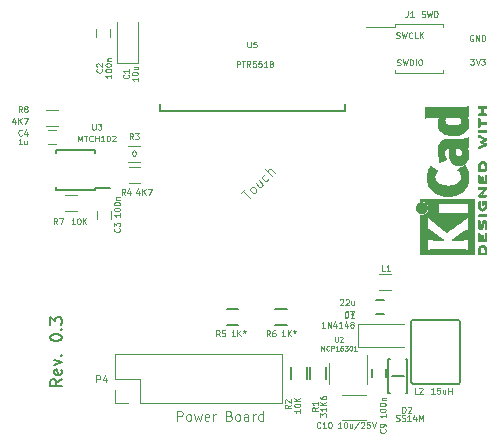
<source format=gto>
G04 #@! TF.GenerationSoftware,KiCad,Pcbnew,no-vcs-found-e0b9a21~60~ubuntu15.04.1*
G04 #@! TF.CreationDate,2017-10-17T01:04:49+03:00*
G04 #@! TF.ProjectId,livolo_1_channel_1way_eu_switch,6C69766F6C6F5F315F6368616E6E656C,rev?*
G04 #@! TF.SameCoordinates,Original*
G04 #@! TF.FileFunction,Legend,Top*
G04 #@! TF.FilePolarity,Positive*
%FSLAX46Y46*%
G04 Gerber Fmt 4.6, Leading zero omitted, Abs format (unit mm)*
G04 Created by KiCad (PCBNEW no-vcs-found-e0b9a21~60~ubuntu15.04.1) date Tue Oct 17 01:04:49 2017*
%MOMM*%
%LPD*%
G01*
G04 APERTURE LIST*
%ADD10C,0.200000*%
%ADD11C,0.100000*%
%ADD12C,0.120000*%
%ADD13C,0.010000*%
%ADD14C,0.150000*%
%ADD15O,1.200000X1.600000*%
%ADD16R,2.000000X1.000000*%
%ADD17R,2.500000X0.812800*%
%ADD18R,4.000000X2.000000*%
%ADD19R,1.200000X2.000000*%
%ADD20R,1.200000X1.400000*%
%ADD21R,0.900000X1.200000*%
%ADD22R,0.650000X1.060000*%
%ADD23C,1.500000*%
%ADD24R,1.200000X0.750000*%
%ADD25R,0.750000X1.200000*%
%ADD26R,1.200000X0.900000*%
%ADD27R,0.500000X0.900000*%
%ADD28R,1.260000X1.750000*%
%ADD29R,1.000000X1.600000*%
%ADD30R,1.450000X0.450000*%
G04 APERTURE END LIST*
D10*
X126052380Y-108609523D02*
X125576190Y-108942857D01*
X126052380Y-109180952D02*
X125052380Y-109180952D01*
X125052380Y-108800000D01*
X125100000Y-108704761D01*
X125147619Y-108657142D01*
X125242857Y-108609523D01*
X125385714Y-108609523D01*
X125480952Y-108657142D01*
X125528571Y-108704761D01*
X125576190Y-108800000D01*
X125576190Y-109180952D01*
X126004761Y-107800000D02*
X126052380Y-107895238D01*
X126052380Y-108085714D01*
X126004761Y-108180952D01*
X125909523Y-108228571D01*
X125528571Y-108228571D01*
X125433333Y-108180952D01*
X125385714Y-108085714D01*
X125385714Y-107895238D01*
X125433333Y-107800000D01*
X125528571Y-107752380D01*
X125623809Y-107752380D01*
X125719047Y-108228571D01*
X125385714Y-107419047D02*
X126052380Y-107180952D01*
X125385714Y-106942857D01*
X125957142Y-106561904D02*
X126004761Y-106514285D01*
X126052380Y-106561904D01*
X126004761Y-106609523D01*
X125957142Y-106561904D01*
X126052380Y-106561904D01*
X125052380Y-105133333D02*
X125052380Y-105038095D01*
X125100000Y-104942857D01*
X125147619Y-104895238D01*
X125242857Y-104847619D01*
X125433333Y-104800000D01*
X125671428Y-104800000D01*
X125861904Y-104847619D01*
X125957142Y-104895238D01*
X126004761Y-104942857D01*
X126052380Y-105038095D01*
X126052380Y-105133333D01*
X126004761Y-105228571D01*
X125957142Y-105276190D01*
X125861904Y-105323809D01*
X125671428Y-105371428D01*
X125433333Y-105371428D01*
X125242857Y-105323809D01*
X125147619Y-105276190D01*
X125100000Y-105228571D01*
X125052380Y-105133333D01*
X125957142Y-104371428D02*
X126004761Y-104323809D01*
X126052380Y-104371428D01*
X126004761Y-104419047D01*
X125957142Y-104371428D01*
X126052380Y-104371428D01*
X125052380Y-103990476D02*
X125052380Y-103371428D01*
X125433333Y-103704761D01*
X125433333Y-103561904D01*
X125480952Y-103466666D01*
X125528571Y-103419047D01*
X125623809Y-103371428D01*
X125861904Y-103371428D01*
X125957142Y-103419047D01*
X126004761Y-103466666D01*
X126052380Y-103561904D01*
X126052380Y-103847619D01*
X126004761Y-103942857D01*
X125957142Y-103990476D01*
D11*
X154440476Y-82002380D02*
X154511904Y-82026190D01*
X154630952Y-82026190D01*
X154678571Y-82002380D01*
X154702380Y-81978571D01*
X154726190Y-81930952D01*
X154726190Y-81883333D01*
X154702380Y-81835714D01*
X154678571Y-81811904D01*
X154630952Y-81788095D01*
X154535714Y-81764285D01*
X154488095Y-81740476D01*
X154464285Y-81716666D01*
X154440476Y-81669047D01*
X154440476Y-81621428D01*
X154464285Y-81573809D01*
X154488095Y-81550000D01*
X154535714Y-81526190D01*
X154654761Y-81526190D01*
X154726190Y-81550000D01*
X154892857Y-81526190D02*
X155011904Y-82026190D01*
X155107142Y-81669047D01*
X155202380Y-82026190D01*
X155321428Y-81526190D01*
X155511904Y-82026190D02*
X155511904Y-81526190D01*
X155630952Y-81526190D01*
X155702380Y-81550000D01*
X155750000Y-81597619D01*
X155773809Y-81645238D01*
X155797619Y-81740476D01*
X155797619Y-81811904D01*
X155773809Y-81907142D01*
X155750000Y-81954761D01*
X155702380Y-82002380D01*
X155630952Y-82026190D01*
X155511904Y-82026190D01*
X156011904Y-82026190D02*
X156011904Y-81526190D01*
X156345238Y-81526190D02*
X156440476Y-81526190D01*
X156488095Y-81550000D01*
X156535714Y-81597619D01*
X156559523Y-81692857D01*
X156559523Y-81859523D01*
X156535714Y-81954761D01*
X156488095Y-82002380D01*
X156440476Y-82026190D01*
X156345238Y-82026190D01*
X156297619Y-82002380D01*
X156250000Y-81954761D01*
X156226190Y-81859523D01*
X156226190Y-81692857D01*
X156250000Y-81597619D01*
X156297619Y-81550000D01*
X156345238Y-81526190D01*
X160869047Y-79500000D02*
X160821428Y-79476190D01*
X160750000Y-79476190D01*
X160678571Y-79500000D01*
X160630952Y-79547619D01*
X160607142Y-79595238D01*
X160583333Y-79690476D01*
X160583333Y-79761904D01*
X160607142Y-79857142D01*
X160630952Y-79904761D01*
X160678571Y-79952380D01*
X160750000Y-79976190D01*
X160797619Y-79976190D01*
X160869047Y-79952380D01*
X160892857Y-79928571D01*
X160892857Y-79761904D01*
X160797619Y-79761904D01*
X161107142Y-79976190D02*
X161107142Y-79476190D01*
X161392857Y-79976190D01*
X161392857Y-79476190D01*
X161630952Y-79976190D02*
X161630952Y-79476190D01*
X161750000Y-79476190D01*
X161821428Y-79500000D01*
X161869047Y-79547619D01*
X161892857Y-79595238D01*
X161916666Y-79690476D01*
X161916666Y-79761904D01*
X161892857Y-79857142D01*
X161869047Y-79904761D01*
X161821428Y-79952380D01*
X161750000Y-79976190D01*
X161630952Y-79976190D01*
X154369047Y-79702380D02*
X154440476Y-79726190D01*
X154559523Y-79726190D01*
X154607142Y-79702380D01*
X154630952Y-79678571D01*
X154654761Y-79630952D01*
X154654761Y-79583333D01*
X154630952Y-79535714D01*
X154607142Y-79511904D01*
X154559523Y-79488095D01*
X154464285Y-79464285D01*
X154416666Y-79440476D01*
X154392857Y-79416666D01*
X154369047Y-79369047D01*
X154369047Y-79321428D01*
X154392857Y-79273809D01*
X154416666Y-79250000D01*
X154464285Y-79226190D01*
X154583333Y-79226190D01*
X154654761Y-79250000D01*
X154821428Y-79226190D02*
X154940476Y-79726190D01*
X155035714Y-79369047D01*
X155130952Y-79726190D01*
X155250000Y-79226190D01*
X155726190Y-79678571D02*
X155702380Y-79702380D01*
X155630952Y-79726190D01*
X155583333Y-79726190D01*
X155511904Y-79702380D01*
X155464285Y-79654761D01*
X155440476Y-79607142D01*
X155416666Y-79511904D01*
X155416666Y-79440476D01*
X155440476Y-79345238D01*
X155464285Y-79297619D01*
X155511904Y-79250000D01*
X155583333Y-79226190D01*
X155630952Y-79226190D01*
X155702380Y-79250000D01*
X155726190Y-79273809D01*
X156178571Y-79726190D02*
X155940476Y-79726190D01*
X155940476Y-79226190D01*
X156345238Y-79726190D02*
X156345238Y-79226190D01*
X156630952Y-79726190D02*
X156416666Y-79440476D01*
X156630952Y-79226190D02*
X156345238Y-79511904D01*
X160630952Y-81476190D02*
X160940476Y-81476190D01*
X160773809Y-81666666D01*
X160845238Y-81666666D01*
X160892857Y-81690476D01*
X160916666Y-81714285D01*
X160940476Y-81761904D01*
X160940476Y-81880952D01*
X160916666Y-81928571D01*
X160892857Y-81952380D01*
X160845238Y-81976190D01*
X160702380Y-81976190D01*
X160654761Y-81952380D01*
X160630952Y-81928571D01*
X161083333Y-81476190D02*
X161250000Y-81976190D01*
X161416666Y-81476190D01*
X161535714Y-81476190D02*
X161845238Y-81476190D01*
X161678571Y-81666666D01*
X161750000Y-81666666D01*
X161797619Y-81690476D01*
X161821428Y-81714285D01*
X161845238Y-81761904D01*
X161845238Y-81880952D01*
X161821428Y-81928571D01*
X161797619Y-81952380D01*
X161750000Y-81976190D01*
X161607142Y-81976190D01*
X161559523Y-81952380D01*
X161535714Y-81928571D01*
D12*
X130590000Y-110610000D02*
X130590000Y-109550000D01*
X131650000Y-110610000D02*
X130590000Y-110610000D01*
X132650000Y-108550000D02*
X132650000Y-110610000D01*
X130590000Y-108550000D02*
X132650000Y-108550000D01*
X130590000Y-106490000D02*
X130590000Y-108550000D01*
X144710000Y-106490000D02*
X130590000Y-106490000D01*
X144710000Y-110610000D02*
X144710000Y-106490000D01*
X132650000Y-110610000D02*
X144710000Y-110610000D01*
D13*
G36*
X161269066Y-97871371D02*
X161269467Y-97831889D01*
X161272259Y-97716200D01*
X161280550Y-97619311D01*
X161295232Y-97537919D01*
X161317193Y-97468723D01*
X161347322Y-97408420D01*
X161386510Y-97353708D01*
X161403532Y-97334167D01*
X161443363Y-97301750D01*
X161497413Y-97272520D01*
X161557323Y-97249991D01*
X161614739Y-97237679D01*
X161635956Y-97236400D01*
X161694769Y-97244417D01*
X161759013Y-97265899D01*
X161819821Y-97296999D01*
X161868330Y-97333866D01*
X161874182Y-97339854D01*
X161915321Y-97390579D01*
X161947435Y-97446125D01*
X161971365Y-97509696D01*
X161987953Y-97584494D01*
X161998041Y-97673722D01*
X162002469Y-97780582D01*
X162002845Y-97829528D01*
X162002545Y-97891762D01*
X162001292Y-97935528D01*
X161998554Y-97964931D01*
X161993801Y-97984079D01*
X161986501Y-97997077D01*
X161980267Y-98004045D01*
X161972694Y-98010626D01*
X161962924Y-98015788D01*
X161948340Y-98019703D01*
X161926326Y-98022543D01*
X161894264Y-98024480D01*
X161849536Y-98025684D01*
X161789526Y-98026328D01*
X161711617Y-98026583D01*
X161635956Y-98026622D01*
X161535041Y-98026870D01*
X161454427Y-98026817D01*
X161415822Y-98025857D01*
X161415822Y-97879867D01*
X161856089Y-97879867D01*
X161856004Y-97786734D01*
X161854396Y-97730693D01*
X161850256Y-97671999D01*
X161844464Y-97623028D01*
X161844226Y-97621538D01*
X161825090Y-97542392D01*
X161795287Y-97481002D01*
X161752878Y-97434305D01*
X161706961Y-97404635D01*
X161656026Y-97386353D01*
X161608200Y-97387771D01*
X161556933Y-97408988D01*
X161503899Y-97450489D01*
X161464600Y-97507998D01*
X161438331Y-97582750D01*
X161429035Y-97632708D01*
X161422507Y-97689416D01*
X161417782Y-97749519D01*
X161415817Y-97800639D01*
X161415808Y-97803667D01*
X161415822Y-97879867D01*
X161415822Y-98025857D01*
X161391851Y-98025260D01*
X161345055Y-98020998D01*
X161311778Y-98012830D01*
X161289759Y-97999556D01*
X161276739Y-97979974D01*
X161270457Y-97952883D01*
X161268653Y-97917082D01*
X161269066Y-97871371D01*
X161269066Y-97871371D01*
G37*
X161269066Y-97871371D02*
X161269467Y-97831889D01*
X161272259Y-97716200D01*
X161280550Y-97619311D01*
X161295232Y-97537919D01*
X161317193Y-97468723D01*
X161347322Y-97408420D01*
X161386510Y-97353708D01*
X161403532Y-97334167D01*
X161443363Y-97301750D01*
X161497413Y-97272520D01*
X161557323Y-97249991D01*
X161614739Y-97237679D01*
X161635956Y-97236400D01*
X161694769Y-97244417D01*
X161759013Y-97265899D01*
X161819821Y-97296999D01*
X161868330Y-97333866D01*
X161874182Y-97339854D01*
X161915321Y-97390579D01*
X161947435Y-97446125D01*
X161971365Y-97509696D01*
X161987953Y-97584494D01*
X161998041Y-97673722D01*
X162002469Y-97780582D01*
X162002845Y-97829528D01*
X162002545Y-97891762D01*
X162001292Y-97935528D01*
X161998554Y-97964931D01*
X161993801Y-97984079D01*
X161986501Y-97997077D01*
X161980267Y-98004045D01*
X161972694Y-98010626D01*
X161962924Y-98015788D01*
X161948340Y-98019703D01*
X161926326Y-98022543D01*
X161894264Y-98024480D01*
X161849536Y-98025684D01*
X161789526Y-98026328D01*
X161711617Y-98026583D01*
X161635956Y-98026622D01*
X161535041Y-98026870D01*
X161454427Y-98026817D01*
X161415822Y-98025857D01*
X161415822Y-97879867D01*
X161856089Y-97879867D01*
X161856004Y-97786734D01*
X161854396Y-97730693D01*
X161850256Y-97671999D01*
X161844464Y-97623028D01*
X161844226Y-97621538D01*
X161825090Y-97542392D01*
X161795287Y-97481002D01*
X161752878Y-97434305D01*
X161706961Y-97404635D01*
X161656026Y-97386353D01*
X161608200Y-97387771D01*
X161556933Y-97408988D01*
X161503899Y-97450489D01*
X161464600Y-97507998D01*
X161438331Y-97582750D01*
X161429035Y-97632708D01*
X161422507Y-97689416D01*
X161417782Y-97749519D01*
X161415817Y-97800639D01*
X161415808Y-97803667D01*
X161415822Y-97879867D01*
X161415822Y-98025857D01*
X161391851Y-98025260D01*
X161345055Y-98020998D01*
X161311778Y-98012830D01*
X161289759Y-97999556D01*
X161276739Y-97979974D01*
X161270457Y-97952883D01*
X161268653Y-97917082D01*
X161269066Y-97871371D01*
G36*
X161269146Y-96462794D02*
X161269518Y-96393386D01*
X161270385Y-96340997D01*
X161271946Y-96302847D01*
X161274403Y-96276159D01*
X161277957Y-96258153D01*
X161282810Y-96246049D01*
X161289161Y-96237069D01*
X161292084Y-96233818D01*
X161323142Y-96214043D01*
X161358828Y-96210482D01*
X161390510Y-96223491D01*
X161396913Y-96229506D01*
X161403121Y-96239235D01*
X161407910Y-96254901D01*
X161411514Y-96279408D01*
X161414164Y-96315661D01*
X161416095Y-96366565D01*
X161417539Y-96435026D01*
X161418418Y-96497617D01*
X161421467Y-96745334D01*
X161486378Y-96748719D01*
X161551289Y-96752105D01*
X161551289Y-96583958D01*
X161551919Y-96510959D01*
X161554553Y-96457517D01*
X161560309Y-96420628D01*
X161570304Y-96397288D01*
X161585656Y-96384494D01*
X161607482Y-96379242D01*
X161627738Y-96378445D01*
X161652592Y-96380923D01*
X161670906Y-96390277D01*
X161683637Y-96409383D01*
X161691741Y-96441118D01*
X161696176Y-96488359D01*
X161697899Y-96553983D01*
X161698045Y-96589801D01*
X161698045Y-96750978D01*
X161856089Y-96750978D01*
X161856089Y-96502622D01*
X161856202Y-96421213D01*
X161856712Y-96359342D01*
X161857870Y-96313968D01*
X161859930Y-96282054D01*
X161863146Y-96260559D01*
X161867772Y-96246443D01*
X161874059Y-96236668D01*
X161878667Y-96231689D01*
X161905560Y-96214610D01*
X161929467Y-96209111D01*
X161958667Y-96216963D01*
X161980267Y-96231689D01*
X161987066Y-96239546D01*
X161992346Y-96249688D01*
X161996298Y-96264844D01*
X161999113Y-96287741D01*
X162000982Y-96321109D01*
X162002098Y-96367675D01*
X162002651Y-96430167D01*
X162002833Y-96511314D01*
X162002845Y-96553422D01*
X162002765Y-96643598D01*
X162002398Y-96713924D01*
X162001552Y-96767129D01*
X162000036Y-96805940D01*
X161997659Y-96833087D01*
X161994229Y-96851298D01*
X161989554Y-96863300D01*
X161983444Y-96871822D01*
X161980267Y-96875156D01*
X161972670Y-96881755D01*
X161962870Y-96886927D01*
X161948239Y-96890846D01*
X161926152Y-96893684D01*
X161893982Y-96895615D01*
X161849103Y-96896812D01*
X161788889Y-96897448D01*
X161710713Y-96897697D01*
X161637923Y-96897734D01*
X161544707Y-96897700D01*
X161471431Y-96897465D01*
X161415458Y-96896830D01*
X161374151Y-96895594D01*
X161344872Y-96893556D01*
X161324984Y-96890517D01*
X161311850Y-96886277D01*
X161302832Y-96880635D01*
X161295293Y-96873391D01*
X161293612Y-96871606D01*
X161286172Y-96862945D01*
X161280409Y-96852882D01*
X161276112Y-96838625D01*
X161273064Y-96817383D01*
X161271051Y-96786364D01*
X161269860Y-96742777D01*
X161269275Y-96683831D01*
X161269083Y-96606734D01*
X161269067Y-96552001D01*
X161269146Y-96462794D01*
X161269146Y-96462794D01*
G37*
X161269146Y-96462794D02*
X161269518Y-96393386D01*
X161270385Y-96340997D01*
X161271946Y-96302847D01*
X161274403Y-96276159D01*
X161277957Y-96258153D01*
X161282810Y-96246049D01*
X161289161Y-96237069D01*
X161292084Y-96233818D01*
X161323142Y-96214043D01*
X161358828Y-96210482D01*
X161390510Y-96223491D01*
X161396913Y-96229506D01*
X161403121Y-96239235D01*
X161407910Y-96254901D01*
X161411514Y-96279408D01*
X161414164Y-96315661D01*
X161416095Y-96366565D01*
X161417539Y-96435026D01*
X161418418Y-96497617D01*
X161421467Y-96745334D01*
X161486378Y-96748719D01*
X161551289Y-96752105D01*
X161551289Y-96583958D01*
X161551919Y-96510959D01*
X161554553Y-96457517D01*
X161560309Y-96420628D01*
X161570304Y-96397288D01*
X161585656Y-96384494D01*
X161607482Y-96379242D01*
X161627738Y-96378445D01*
X161652592Y-96380923D01*
X161670906Y-96390277D01*
X161683637Y-96409383D01*
X161691741Y-96441118D01*
X161696176Y-96488359D01*
X161697899Y-96553983D01*
X161698045Y-96589801D01*
X161698045Y-96750978D01*
X161856089Y-96750978D01*
X161856089Y-96502622D01*
X161856202Y-96421213D01*
X161856712Y-96359342D01*
X161857870Y-96313968D01*
X161859930Y-96282054D01*
X161863146Y-96260559D01*
X161867772Y-96246443D01*
X161874059Y-96236668D01*
X161878667Y-96231689D01*
X161905560Y-96214610D01*
X161929467Y-96209111D01*
X161958667Y-96216963D01*
X161980267Y-96231689D01*
X161987066Y-96239546D01*
X161992346Y-96249688D01*
X161996298Y-96264844D01*
X161999113Y-96287741D01*
X162000982Y-96321109D01*
X162002098Y-96367675D01*
X162002651Y-96430167D01*
X162002833Y-96511314D01*
X162002845Y-96553422D01*
X162002765Y-96643598D01*
X162002398Y-96713924D01*
X162001552Y-96767129D01*
X162000036Y-96805940D01*
X161997659Y-96833087D01*
X161994229Y-96851298D01*
X161989554Y-96863300D01*
X161983444Y-96871822D01*
X161980267Y-96875156D01*
X161972670Y-96881755D01*
X161962870Y-96886927D01*
X161948239Y-96890846D01*
X161926152Y-96893684D01*
X161893982Y-96895615D01*
X161849103Y-96896812D01*
X161788889Y-96897448D01*
X161710713Y-96897697D01*
X161637923Y-96897734D01*
X161544707Y-96897700D01*
X161471431Y-96897465D01*
X161415458Y-96896830D01*
X161374151Y-96895594D01*
X161344872Y-96893556D01*
X161324984Y-96890517D01*
X161311850Y-96886277D01*
X161302832Y-96880635D01*
X161295293Y-96873391D01*
X161293612Y-96871606D01*
X161286172Y-96862945D01*
X161280409Y-96852882D01*
X161276112Y-96838625D01*
X161273064Y-96817383D01*
X161271051Y-96786364D01*
X161269860Y-96742777D01*
X161269275Y-96683831D01*
X161269083Y-96606734D01*
X161269067Y-96552001D01*
X161269146Y-96462794D01*
G36*
X161270351Y-95441703D02*
X161275581Y-95366888D01*
X161283750Y-95297306D01*
X161294550Y-95237002D01*
X161307673Y-95190020D01*
X161322813Y-95160406D01*
X161327269Y-95155860D01*
X161361850Y-95140054D01*
X161397351Y-95144847D01*
X161427725Y-95169364D01*
X161428596Y-95170534D01*
X161437954Y-95184954D01*
X161442876Y-95200008D01*
X161443473Y-95221005D01*
X161439861Y-95253257D01*
X161432154Y-95302073D01*
X161431505Y-95306000D01*
X161422569Y-95378739D01*
X161418161Y-95457217D01*
X161418119Y-95535927D01*
X161422279Y-95609361D01*
X161430479Y-95672011D01*
X161442557Y-95718370D01*
X161443771Y-95721416D01*
X161462615Y-95755048D01*
X161481685Y-95766864D01*
X161500439Y-95757614D01*
X161518337Y-95728047D01*
X161534837Y-95678911D01*
X161549396Y-95610957D01*
X161556406Y-95565645D01*
X161569889Y-95471456D01*
X161582214Y-95396544D01*
X161594449Y-95337717D01*
X161607661Y-95291785D01*
X161622917Y-95255555D01*
X161641285Y-95225838D01*
X161663831Y-95199442D01*
X161685971Y-95178230D01*
X161716819Y-95153065D01*
X161743345Y-95140681D01*
X161776026Y-95136808D01*
X161787995Y-95136667D01*
X161827712Y-95139576D01*
X161857259Y-95151202D01*
X161883486Y-95171323D01*
X161923576Y-95212216D01*
X161954149Y-95257817D01*
X161976203Y-95311513D01*
X161990735Y-95376692D01*
X161998741Y-95456744D01*
X162001218Y-95555057D01*
X162001177Y-95571289D01*
X161999818Y-95636849D01*
X161996730Y-95701866D01*
X161992356Y-95759252D01*
X161987140Y-95801922D01*
X161986541Y-95805372D01*
X161976491Y-95847796D01*
X161963796Y-95883780D01*
X161952190Y-95904150D01*
X161921572Y-95923107D01*
X161885918Y-95924427D01*
X161854144Y-95908085D01*
X161850551Y-95904429D01*
X161839876Y-95889315D01*
X161835276Y-95870415D01*
X161836059Y-95841162D01*
X161840127Y-95805651D01*
X161843762Y-95765970D01*
X161846828Y-95710345D01*
X161849053Y-95645406D01*
X161850164Y-95577785D01*
X161850237Y-95560000D01*
X161849964Y-95492128D01*
X161848646Y-95442454D01*
X161845827Y-95406610D01*
X161841050Y-95380224D01*
X161833857Y-95358926D01*
X161827867Y-95346126D01*
X161811233Y-95318000D01*
X161796168Y-95300068D01*
X161791897Y-95297447D01*
X161774263Y-95302976D01*
X161757192Y-95329260D01*
X161741458Y-95374478D01*
X161727838Y-95436808D01*
X161724804Y-95455171D01*
X161709738Y-95551090D01*
X161697146Y-95627641D01*
X161686111Y-95687780D01*
X161675720Y-95734460D01*
X161665056Y-95770637D01*
X161653205Y-95799265D01*
X161639251Y-95823298D01*
X161622281Y-95845692D01*
X161601378Y-95869402D01*
X161594049Y-95877380D01*
X161566699Y-95905353D01*
X161545029Y-95920160D01*
X161520232Y-95925952D01*
X161488983Y-95926889D01*
X161427705Y-95916575D01*
X161375640Y-95885752D01*
X161332958Y-95834595D01*
X161299825Y-95763283D01*
X161284964Y-95712400D01*
X161275366Y-95657100D01*
X161269936Y-95590853D01*
X161268367Y-95517706D01*
X161270351Y-95441703D01*
X161270351Y-95441703D01*
G37*
X161270351Y-95441703D02*
X161275581Y-95366888D01*
X161283750Y-95297306D01*
X161294550Y-95237002D01*
X161307673Y-95190020D01*
X161322813Y-95160406D01*
X161327269Y-95155860D01*
X161361850Y-95140054D01*
X161397351Y-95144847D01*
X161427725Y-95169364D01*
X161428596Y-95170534D01*
X161437954Y-95184954D01*
X161442876Y-95200008D01*
X161443473Y-95221005D01*
X161439861Y-95253257D01*
X161432154Y-95302073D01*
X161431505Y-95306000D01*
X161422569Y-95378739D01*
X161418161Y-95457217D01*
X161418119Y-95535927D01*
X161422279Y-95609361D01*
X161430479Y-95672011D01*
X161442557Y-95718370D01*
X161443771Y-95721416D01*
X161462615Y-95755048D01*
X161481685Y-95766864D01*
X161500439Y-95757614D01*
X161518337Y-95728047D01*
X161534837Y-95678911D01*
X161549396Y-95610957D01*
X161556406Y-95565645D01*
X161569889Y-95471456D01*
X161582214Y-95396544D01*
X161594449Y-95337717D01*
X161607661Y-95291785D01*
X161622917Y-95255555D01*
X161641285Y-95225838D01*
X161663831Y-95199442D01*
X161685971Y-95178230D01*
X161716819Y-95153065D01*
X161743345Y-95140681D01*
X161776026Y-95136808D01*
X161787995Y-95136667D01*
X161827712Y-95139576D01*
X161857259Y-95151202D01*
X161883486Y-95171323D01*
X161923576Y-95212216D01*
X161954149Y-95257817D01*
X161976203Y-95311513D01*
X161990735Y-95376692D01*
X161998741Y-95456744D01*
X162001218Y-95555057D01*
X162001177Y-95571289D01*
X161999818Y-95636849D01*
X161996730Y-95701866D01*
X161992356Y-95759252D01*
X161987140Y-95801922D01*
X161986541Y-95805372D01*
X161976491Y-95847796D01*
X161963796Y-95883780D01*
X161952190Y-95904150D01*
X161921572Y-95923107D01*
X161885918Y-95924427D01*
X161854144Y-95908085D01*
X161850551Y-95904429D01*
X161839876Y-95889315D01*
X161835276Y-95870415D01*
X161836059Y-95841162D01*
X161840127Y-95805651D01*
X161843762Y-95765970D01*
X161846828Y-95710345D01*
X161849053Y-95645406D01*
X161850164Y-95577785D01*
X161850237Y-95560000D01*
X161849964Y-95492128D01*
X161848646Y-95442454D01*
X161845827Y-95406610D01*
X161841050Y-95380224D01*
X161833857Y-95358926D01*
X161827867Y-95346126D01*
X161811233Y-95318000D01*
X161796168Y-95300068D01*
X161791897Y-95297447D01*
X161774263Y-95302976D01*
X161757192Y-95329260D01*
X161741458Y-95374478D01*
X161727838Y-95436808D01*
X161724804Y-95455171D01*
X161709738Y-95551090D01*
X161697146Y-95627641D01*
X161686111Y-95687780D01*
X161675720Y-95734460D01*
X161665056Y-95770637D01*
X161653205Y-95799265D01*
X161639251Y-95823298D01*
X161622281Y-95845692D01*
X161601378Y-95869402D01*
X161594049Y-95877380D01*
X161566699Y-95905353D01*
X161545029Y-95920160D01*
X161520232Y-95925952D01*
X161488983Y-95926889D01*
X161427705Y-95916575D01*
X161375640Y-95885752D01*
X161332958Y-95834595D01*
X161299825Y-95763283D01*
X161284964Y-95712400D01*
X161275366Y-95657100D01*
X161269936Y-95590853D01*
X161268367Y-95517706D01*
X161270351Y-95441703D01*
G36*
X161291645Y-94673822D02*
X161299218Y-94667242D01*
X161308987Y-94662079D01*
X161323571Y-94658164D01*
X161345585Y-94655324D01*
X161377648Y-94653387D01*
X161422375Y-94652183D01*
X161482385Y-94651539D01*
X161560294Y-94651284D01*
X161635956Y-94651245D01*
X161729802Y-94651314D01*
X161803689Y-94651638D01*
X161860232Y-94652386D01*
X161902049Y-94653732D01*
X161931757Y-94655846D01*
X161951973Y-94658900D01*
X161965314Y-94663066D01*
X161974398Y-94668516D01*
X161980267Y-94673822D01*
X161999947Y-94706826D01*
X161998181Y-94741991D01*
X161976717Y-94773455D01*
X161968337Y-94780684D01*
X161958614Y-94786334D01*
X161944861Y-94790599D01*
X161924389Y-94793673D01*
X161894512Y-94795752D01*
X161852541Y-94797030D01*
X161795789Y-94797701D01*
X161721567Y-94797959D01*
X161637537Y-94798000D01*
X161324485Y-94798000D01*
X161296776Y-94770291D01*
X161273463Y-94736137D01*
X161272623Y-94703006D01*
X161291645Y-94673822D01*
X161291645Y-94673822D01*
G37*
X161291645Y-94673822D02*
X161299218Y-94667242D01*
X161308987Y-94662079D01*
X161323571Y-94658164D01*
X161345585Y-94655324D01*
X161377648Y-94653387D01*
X161422375Y-94652183D01*
X161482385Y-94651539D01*
X161560294Y-94651284D01*
X161635956Y-94651245D01*
X161729802Y-94651314D01*
X161803689Y-94651638D01*
X161860232Y-94652386D01*
X161902049Y-94653732D01*
X161931757Y-94655846D01*
X161951973Y-94658900D01*
X161965314Y-94663066D01*
X161974398Y-94668516D01*
X161980267Y-94673822D01*
X161999947Y-94706826D01*
X161998181Y-94741991D01*
X161976717Y-94773455D01*
X161968337Y-94780684D01*
X161958614Y-94786334D01*
X161944861Y-94790599D01*
X161924389Y-94793673D01*
X161894512Y-94795752D01*
X161852541Y-94797030D01*
X161795789Y-94797701D01*
X161721567Y-94797959D01*
X161637537Y-94798000D01*
X161324485Y-94798000D01*
X161296776Y-94770291D01*
X161273463Y-94736137D01*
X161272623Y-94703006D01*
X161291645Y-94673822D01*
G36*
X161274599Y-93700081D02*
X161286095Y-93631565D01*
X161303967Y-93578943D01*
X161327499Y-93544708D01*
X161340924Y-93535379D01*
X161372148Y-93525893D01*
X161400395Y-93532277D01*
X161427182Y-93552430D01*
X161439713Y-93583745D01*
X161438696Y-93629183D01*
X161431906Y-93664326D01*
X161418971Y-93742419D01*
X161417742Y-93822226D01*
X161428241Y-93911555D01*
X161432690Y-93936229D01*
X161456108Y-94019291D01*
X161490945Y-94084273D01*
X161536604Y-94130461D01*
X161592494Y-94157145D01*
X161621388Y-94162663D01*
X161680012Y-94159051D01*
X161731879Y-94135729D01*
X161775978Y-94094824D01*
X161811299Y-94038459D01*
X161836829Y-93968760D01*
X161851559Y-93887852D01*
X161854478Y-93797860D01*
X161844575Y-93700910D01*
X161843641Y-93695436D01*
X161836459Y-93656875D01*
X161829521Y-93635494D01*
X161819227Y-93626227D01*
X161801976Y-93624006D01*
X161792841Y-93623956D01*
X161754489Y-93623956D01*
X161754489Y-93692431D01*
X161750347Y-93752900D01*
X161737147Y-93794165D01*
X161713730Y-93818175D01*
X161678936Y-93826877D01*
X161674394Y-93826983D01*
X161644654Y-93821892D01*
X161623419Y-93804433D01*
X161609366Y-93771939D01*
X161601173Y-93721743D01*
X161598161Y-93673123D01*
X161596433Y-93602456D01*
X161599070Y-93551198D01*
X161608800Y-93516239D01*
X161628353Y-93494470D01*
X161660456Y-93482780D01*
X161707838Y-93478060D01*
X161770071Y-93477200D01*
X161839535Y-93478609D01*
X161886786Y-93482848D01*
X161912012Y-93489936D01*
X161913988Y-93491311D01*
X161945508Y-93530228D01*
X161970470Y-93587286D01*
X161988340Y-93658869D01*
X161998586Y-93741358D01*
X162000673Y-93831139D01*
X161994068Y-93924592D01*
X161985956Y-93979556D01*
X161961554Y-94065766D01*
X161921662Y-94145892D01*
X161869887Y-94212977D01*
X161859539Y-94223173D01*
X161816035Y-94256302D01*
X161762118Y-94286194D01*
X161705592Y-94309357D01*
X161654259Y-94322298D01*
X161634544Y-94323858D01*
X161593419Y-94317218D01*
X161542252Y-94299568D01*
X161488394Y-94274297D01*
X161439195Y-94244789D01*
X161406334Y-94218719D01*
X161357452Y-94157765D01*
X161318545Y-94078969D01*
X161290494Y-93985157D01*
X161274179Y-93879150D01*
X161270192Y-93782000D01*
X161274599Y-93700081D01*
X161274599Y-93700081D01*
G37*
X161274599Y-93700081D02*
X161286095Y-93631565D01*
X161303967Y-93578943D01*
X161327499Y-93544708D01*
X161340924Y-93535379D01*
X161372148Y-93525893D01*
X161400395Y-93532277D01*
X161427182Y-93552430D01*
X161439713Y-93583745D01*
X161438696Y-93629183D01*
X161431906Y-93664326D01*
X161418971Y-93742419D01*
X161417742Y-93822226D01*
X161428241Y-93911555D01*
X161432690Y-93936229D01*
X161456108Y-94019291D01*
X161490945Y-94084273D01*
X161536604Y-94130461D01*
X161592494Y-94157145D01*
X161621388Y-94162663D01*
X161680012Y-94159051D01*
X161731879Y-94135729D01*
X161775978Y-94094824D01*
X161811299Y-94038459D01*
X161836829Y-93968760D01*
X161851559Y-93887852D01*
X161854478Y-93797860D01*
X161844575Y-93700910D01*
X161843641Y-93695436D01*
X161836459Y-93656875D01*
X161829521Y-93635494D01*
X161819227Y-93626227D01*
X161801976Y-93624006D01*
X161792841Y-93623956D01*
X161754489Y-93623956D01*
X161754489Y-93692431D01*
X161750347Y-93752900D01*
X161737147Y-93794165D01*
X161713730Y-93818175D01*
X161678936Y-93826877D01*
X161674394Y-93826983D01*
X161644654Y-93821892D01*
X161623419Y-93804433D01*
X161609366Y-93771939D01*
X161601173Y-93721743D01*
X161598161Y-93673123D01*
X161596433Y-93602456D01*
X161599070Y-93551198D01*
X161608800Y-93516239D01*
X161628353Y-93494470D01*
X161660456Y-93482780D01*
X161707838Y-93478060D01*
X161770071Y-93477200D01*
X161839535Y-93478609D01*
X161886786Y-93482848D01*
X161912012Y-93489936D01*
X161913988Y-93491311D01*
X161945508Y-93530228D01*
X161970470Y-93587286D01*
X161988340Y-93658869D01*
X161998586Y-93741358D01*
X162000673Y-93831139D01*
X161994068Y-93924592D01*
X161985956Y-93979556D01*
X161961554Y-94065766D01*
X161921662Y-94145892D01*
X161869887Y-94212977D01*
X161859539Y-94223173D01*
X161816035Y-94256302D01*
X161762118Y-94286194D01*
X161705592Y-94309357D01*
X161654259Y-94322298D01*
X161634544Y-94323858D01*
X161593419Y-94317218D01*
X161542252Y-94299568D01*
X161488394Y-94274297D01*
X161439195Y-94244789D01*
X161406334Y-94218719D01*
X161357452Y-94157765D01*
X161318545Y-94078969D01*
X161290494Y-93985157D01*
X161274179Y-93879150D01*
X161270192Y-93782000D01*
X161274599Y-93700081D01*
G36*
X161273448Y-93050114D02*
X161287273Y-93026548D01*
X161309881Y-92995735D01*
X161342338Y-92956078D01*
X161385708Y-92905980D01*
X161441058Y-92843843D01*
X161509451Y-92768072D01*
X161588084Y-92681334D01*
X161751878Y-92500711D01*
X161532029Y-92495067D01*
X161456351Y-92493029D01*
X161399994Y-92491063D01*
X161359706Y-92488734D01*
X161332235Y-92485606D01*
X161314329Y-92481245D01*
X161302737Y-92475216D01*
X161294208Y-92467084D01*
X161290623Y-92462772D01*
X161271670Y-92428241D01*
X161274441Y-92395383D01*
X161290633Y-92369318D01*
X161312199Y-92342667D01*
X161627151Y-92339352D01*
X161719779Y-92338435D01*
X161792544Y-92337968D01*
X161848161Y-92338113D01*
X161889342Y-92339032D01*
X161918803Y-92340887D01*
X161939255Y-92343839D01*
X161953413Y-92348050D01*
X161963991Y-92353682D01*
X161972474Y-92359927D01*
X161988207Y-92373439D01*
X161998636Y-92386883D01*
X162002639Y-92402124D01*
X161999094Y-92421026D01*
X161986879Y-92445455D01*
X161964871Y-92477273D01*
X161931949Y-92518348D01*
X161886991Y-92570542D01*
X161828875Y-92635722D01*
X161762099Y-92709556D01*
X161521458Y-92974845D01*
X161740589Y-92980489D01*
X161816128Y-92982531D01*
X161872354Y-92984502D01*
X161912524Y-92986839D01*
X161939896Y-92989981D01*
X161957728Y-92994364D01*
X161969279Y-93000424D01*
X161977807Y-93008600D01*
X161981282Y-93012784D01*
X162000372Y-93049765D01*
X161997493Y-93084708D01*
X161973100Y-93115136D01*
X161963286Y-93122097D01*
X161951826Y-93127523D01*
X161935968Y-93131603D01*
X161912963Y-93134529D01*
X161880062Y-93136492D01*
X161834516Y-93137683D01*
X161773573Y-93138292D01*
X161694486Y-93138511D01*
X161635956Y-93138534D01*
X161544407Y-93138460D01*
X161472687Y-93138113D01*
X161418045Y-93137301D01*
X161377732Y-93135833D01*
X161348998Y-93133519D01*
X161329093Y-93130167D01*
X161315268Y-93125588D01*
X161304772Y-93119589D01*
X161298811Y-93115136D01*
X161284691Y-93103850D01*
X161274029Y-93093301D01*
X161267892Y-93081893D01*
X161267343Y-93068030D01*
X161273448Y-93050114D01*
X161273448Y-93050114D01*
G37*
X161273448Y-93050114D02*
X161287273Y-93026548D01*
X161309881Y-92995735D01*
X161342338Y-92956078D01*
X161385708Y-92905980D01*
X161441058Y-92843843D01*
X161509451Y-92768072D01*
X161588084Y-92681334D01*
X161751878Y-92500711D01*
X161532029Y-92495067D01*
X161456351Y-92493029D01*
X161399994Y-92491063D01*
X161359706Y-92488734D01*
X161332235Y-92485606D01*
X161314329Y-92481245D01*
X161302737Y-92475216D01*
X161294208Y-92467084D01*
X161290623Y-92462772D01*
X161271670Y-92428241D01*
X161274441Y-92395383D01*
X161290633Y-92369318D01*
X161312199Y-92342667D01*
X161627151Y-92339352D01*
X161719779Y-92338435D01*
X161792544Y-92337968D01*
X161848161Y-92338113D01*
X161889342Y-92339032D01*
X161918803Y-92340887D01*
X161939255Y-92343839D01*
X161953413Y-92348050D01*
X161963991Y-92353682D01*
X161972474Y-92359927D01*
X161988207Y-92373439D01*
X161998636Y-92386883D01*
X162002639Y-92402124D01*
X161999094Y-92421026D01*
X161986879Y-92445455D01*
X161964871Y-92477273D01*
X161931949Y-92518348D01*
X161886991Y-92570542D01*
X161828875Y-92635722D01*
X161762099Y-92709556D01*
X161521458Y-92974845D01*
X161740589Y-92980489D01*
X161816128Y-92982531D01*
X161872354Y-92984502D01*
X161912524Y-92986839D01*
X161939896Y-92989981D01*
X161957728Y-92994364D01*
X161969279Y-93000424D01*
X161977807Y-93008600D01*
X161981282Y-93012784D01*
X162000372Y-93049765D01*
X161997493Y-93084708D01*
X161973100Y-93115136D01*
X161963286Y-93122097D01*
X161951826Y-93127523D01*
X161935968Y-93131603D01*
X161912963Y-93134529D01*
X161880062Y-93136492D01*
X161834516Y-93137683D01*
X161773573Y-93138292D01*
X161694486Y-93138511D01*
X161635956Y-93138534D01*
X161544407Y-93138460D01*
X161472687Y-93138113D01*
X161418045Y-93137301D01*
X161377732Y-93135833D01*
X161348998Y-93133519D01*
X161329093Y-93130167D01*
X161315268Y-93125588D01*
X161304772Y-93119589D01*
X161298811Y-93115136D01*
X161284691Y-93103850D01*
X161274029Y-93093301D01*
X161267892Y-93081893D01*
X161267343Y-93068030D01*
X161273448Y-93050114D01*
G36*
X161269260Y-91519657D02*
X161270174Y-91443299D01*
X161272311Y-91384783D01*
X161276175Y-91341745D01*
X161282267Y-91311817D01*
X161291090Y-91292632D01*
X161303146Y-91281824D01*
X161318939Y-91277027D01*
X161338970Y-91275873D01*
X161341335Y-91275867D01*
X161363992Y-91276869D01*
X161381503Y-91281604D01*
X161394574Y-91292667D01*
X161403913Y-91312652D01*
X161410227Y-91344154D01*
X161414222Y-91389768D01*
X161416606Y-91452087D01*
X161418086Y-91533707D01*
X161418414Y-91558723D01*
X161421467Y-91800800D01*
X161486378Y-91804186D01*
X161551289Y-91807571D01*
X161551289Y-91639424D01*
X161551531Y-91573734D01*
X161552556Y-91526828D01*
X161554811Y-91494917D01*
X161558742Y-91474209D01*
X161564798Y-91460916D01*
X161573424Y-91451245D01*
X161573493Y-91451183D01*
X161607112Y-91433644D01*
X161643448Y-91434278D01*
X161674423Y-91452686D01*
X161677607Y-91456329D01*
X161685812Y-91469259D01*
X161691521Y-91486976D01*
X161695162Y-91513430D01*
X161697167Y-91552568D01*
X161697964Y-91608338D01*
X161698045Y-91644006D01*
X161698045Y-91806445D01*
X161856089Y-91806445D01*
X161856089Y-91559839D01*
X161856231Y-91478420D01*
X161856814Y-91416590D01*
X161858068Y-91371363D01*
X161860227Y-91339752D01*
X161863523Y-91318769D01*
X161868189Y-91305427D01*
X161874457Y-91296739D01*
X161876733Y-91294550D01*
X161908280Y-91278386D01*
X161944168Y-91277203D01*
X161975285Y-91290464D01*
X161985271Y-91300957D01*
X161990769Y-91311871D01*
X161995022Y-91328783D01*
X161998180Y-91354367D01*
X162000392Y-91391299D01*
X162001806Y-91442254D01*
X162002572Y-91509906D01*
X162002838Y-91596931D01*
X162002845Y-91616606D01*
X162002787Y-91705089D01*
X162002467Y-91773773D01*
X162001667Y-91825436D01*
X162000167Y-91862855D01*
X161997749Y-91888810D01*
X161994194Y-91906078D01*
X161989282Y-91917438D01*
X161982795Y-91925668D01*
X161978138Y-91930183D01*
X161969889Y-91936979D01*
X161959669Y-91942288D01*
X161944800Y-91946294D01*
X161922602Y-91949179D01*
X161890393Y-91951126D01*
X161845496Y-91952319D01*
X161785228Y-91952939D01*
X161706911Y-91953171D01*
X161640994Y-91953200D01*
X161548628Y-91953129D01*
X161476117Y-91952792D01*
X161420737Y-91952002D01*
X161379765Y-91950574D01*
X161350478Y-91948321D01*
X161330153Y-91945057D01*
X161316066Y-91940596D01*
X161305495Y-91934752D01*
X161298811Y-91929803D01*
X161269067Y-91906406D01*
X161269067Y-91616226D01*
X161269260Y-91519657D01*
X161269260Y-91519657D01*
G37*
X161269260Y-91519657D02*
X161270174Y-91443299D01*
X161272311Y-91384783D01*
X161276175Y-91341745D01*
X161282267Y-91311817D01*
X161291090Y-91292632D01*
X161303146Y-91281824D01*
X161318939Y-91277027D01*
X161338970Y-91275873D01*
X161341335Y-91275867D01*
X161363992Y-91276869D01*
X161381503Y-91281604D01*
X161394574Y-91292667D01*
X161403913Y-91312652D01*
X161410227Y-91344154D01*
X161414222Y-91389768D01*
X161416606Y-91452087D01*
X161418086Y-91533707D01*
X161418414Y-91558723D01*
X161421467Y-91800800D01*
X161486378Y-91804186D01*
X161551289Y-91807571D01*
X161551289Y-91639424D01*
X161551531Y-91573734D01*
X161552556Y-91526828D01*
X161554811Y-91494917D01*
X161558742Y-91474209D01*
X161564798Y-91460916D01*
X161573424Y-91451245D01*
X161573493Y-91451183D01*
X161607112Y-91433644D01*
X161643448Y-91434278D01*
X161674423Y-91452686D01*
X161677607Y-91456329D01*
X161685812Y-91469259D01*
X161691521Y-91486976D01*
X161695162Y-91513430D01*
X161697167Y-91552568D01*
X161697964Y-91608338D01*
X161698045Y-91644006D01*
X161698045Y-91806445D01*
X161856089Y-91806445D01*
X161856089Y-91559839D01*
X161856231Y-91478420D01*
X161856814Y-91416590D01*
X161858068Y-91371363D01*
X161860227Y-91339752D01*
X161863523Y-91318769D01*
X161868189Y-91305427D01*
X161874457Y-91296739D01*
X161876733Y-91294550D01*
X161908280Y-91278386D01*
X161944168Y-91277203D01*
X161975285Y-91290464D01*
X161985271Y-91300957D01*
X161990769Y-91311871D01*
X161995022Y-91328783D01*
X161998180Y-91354367D01*
X162000392Y-91391299D01*
X162001806Y-91442254D01*
X162002572Y-91509906D01*
X162002838Y-91596931D01*
X162002845Y-91616606D01*
X162002787Y-91705089D01*
X162002467Y-91773773D01*
X162001667Y-91825436D01*
X162000167Y-91862855D01*
X161997749Y-91888810D01*
X161994194Y-91906078D01*
X161989282Y-91917438D01*
X161982795Y-91925668D01*
X161978138Y-91930183D01*
X161969889Y-91936979D01*
X161959669Y-91942288D01*
X161944800Y-91946294D01*
X161922602Y-91949179D01*
X161890393Y-91951126D01*
X161845496Y-91952319D01*
X161785228Y-91952939D01*
X161706911Y-91953171D01*
X161640994Y-91953200D01*
X161548628Y-91953129D01*
X161476117Y-91952792D01*
X161420737Y-91952002D01*
X161379765Y-91950574D01*
X161350478Y-91948321D01*
X161330153Y-91945057D01*
X161316066Y-91940596D01*
X161305495Y-91934752D01*
X161298811Y-91929803D01*
X161269067Y-91906406D01*
X161269067Y-91616226D01*
X161269260Y-91519657D01*
G36*
X161269275Y-90731691D02*
X161273636Y-90602712D01*
X161286861Y-90493009D01*
X161309741Y-90400774D01*
X161343070Y-90324198D01*
X161387638Y-90261473D01*
X161444236Y-90210788D01*
X161513658Y-90170337D01*
X161515351Y-90169541D01*
X161577483Y-90145399D01*
X161632509Y-90136797D01*
X161687887Y-90143769D01*
X161751073Y-90166346D01*
X161760689Y-90170628D01*
X161816966Y-90199828D01*
X161860451Y-90232644D01*
X161897417Y-90274998D01*
X161934135Y-90332810D01*
X161936052Y-90336169D01*
X161960227Y-90386496D01*
X161978282Y-90443379D01*
X161990839Y-90510473D01*
X161998522Y-90591435D01*
X162001953Y-90689918D01*
X162002251Y-90724714D01*
X162002845Y-90890406D01*
X161973100Y-90913803D01*
X161963319Y-90920743D01*
X161951897Y-90926158D01*
X161936095Y-90930235D01*
X161913175Y-90933163D01*
X161880396Y-90935133D01*
X161856089Y-90935775D01*
X161856089Y-90779156D01*
X161856089Y-90685274D01*
X161854483Y-90630336D01*
X161850255Y-90573940D01*
X161844292Y-90527655D01*
X161843790Y-90524861D01*
X161821736Y-90442652D01*
X161788600Y-90378886D01*
X161742847Y-90331548D01*
X161682939Y-90298618D01*
X161667061Y-90292892D01*
X161642333Y-90287279D01*
X161617902Y-90289709D01*
X161585400Y-90301533D01*
X161569434Y-90308660D01*
X161527006Y-90332000D01*
X161497240Y-90360120D01*
X161476511Y-90391060D01*
X161449537Y-90453034D01*
X161429998Y-90532349D01*
X161418746Y-90624747D01*
X161416270Y-90691667D01*
X161415822Y-90779156D01*
X161856089Y-90779156D01*
X161856089Y-90935775D01*
X161835021Y-90936332D01*
X161774311Y-90936950D01*
X161695526Y-90937175D01*
X161633920Y-90937200D01*
X161324485Y-90937200D01*
X161296776Y-90909491D01*
X161285544Y-90897194D01*
X161277853Y-90883897D01*
X161273040Y-90865328D01*
X161270446Y-90837214D01*
X161269410Y-90795283D01*
X161269270Y-90735263D01*
X161269275Y-90731691D01*
X161269275Y-90731691D01*
G37*
X161269275Y-90731691D02*
X161273636Y-90602712D01*
X161286861Y-90493009D01*
X161309741Y-90400774D01*
X161343070Y-90324198D01*
X161387638Y-90261473D01*
X161444236Y-90210788D01*
X161513658Y-90170337D01*
X161515351Y-90169541D01*
X161577483Y-90145399D01*
X161632509Y-90136797D01*
X161687887Y-90143769D01*
X161751073Y-90166346D01*
X161760689Y-90170628D01*
X161816966Y-90199828D01*
X161860451Y-90232644D01*
X161897417Y-90274998D01*
X161934135Y-90332810D01*
X161936052Y-90336169D01*
X161960227Y-90386496D01*
X161978282Y-90443379D01*
X161990839Y-90510473D01*
X161998522Y-90591435D01*
X162001953Y-90689918D01*
X162002251Y-90724714D01*
X162002845Y-90890406D01*
X161973100Y-90913803D01*
X161963319Y-90920743D01*
X161951897Y-90926158D01*
X161936095Y-90930235D01*
X161913175Y-90933163D01*
X161880396Y-90935133D01*
X161856089Y-90935775D01*
X161856089Y-90779156D01*
X161856089Y-90685274D01*
X161854483Y-90630336D01*
X161850255Y-90573940D01*
X161844292Y-90527655D01*
X161843790Y-90524861D01*
X161821736Y-90442652D01*
X161788600Y-90378886D01*
X161742847Y-90331548D01*
X161682939Y-90298618D01*
X161667061Y-90292892D01*
X161642333Y-90287279D01*
X161617902Y-90289709D01*
X161585400Y-90301533D01*
X161569434Y-90308660D01*
X161527006Y-90332000D01*
X161497240Y-90360120D01*
X161476511Y-90391060D01*
X161449537Y-90453034D01*
X161429998Y-90532349D01*
X161418746Y-90624747D01*
X161416270Y-90691667D01*
X161415822Y-90779156D01*
X161856089Y-90779156D01*
X161856089Y-90935775D01*
X161835021Y-90936332D01*
X161774311Y-90936950D01*
X161695526Y-90937175D01*
X161633920Y-90937200D01*
X161324485Y-90937200D01*
X161296776Y-90909491D01*
X161285544Y-90897194D01*
X161277853Y-90883897D01*
X161273040Y-90865328D01*
X161270446Y-90837214D01*
X161269410Y-90795283D01*
X161269270Y-90735263D01*
X161269275Y-90731691D01*
G36*
X161271034Y-88005335D02*
X161278035Y-87985745D01*
X161278377Y-87984990D01*
X161298678Y-87958387D01*
X161319561Y-87943730D01*
X161329352Y-87940862D01*
X161342361Y-87941004D01*
X161360895Y-87945039D01*
X161387257Y-87953854D01*
X161423752Y-87968331D01*
X161472687Y-87989355D01*
X161536365Y-88017812D01*
X161617093Y-88054585D01*
X161661216Y-88074825D01*
X161739985Y-88111375D01*
X161812423Y-88145685D01*
X161875880Y-88176448D01*
X161927708Y-88202352D01*
X161965259Y-88222090D01*
X161985884Y-88234350D01*
X161988733Y-88236776D01*
X162001302Y-88267817D01*
X161999619Y-88302879D01*
X161984332Y-88331000D01*
X161983089Y-88332146D01*
X161966154Y-88343332D01*
X161933170Y-88362096D01*
X161888380Y-88386125D01*
X161836032Y-88413103D01*
X161816742Y-88422799D01*
X161670150Y-88495986D01*
X161829393Y-88575760D01*
X161884415Y-88604233D01*
X161932132Y-88630650D01*
X161968893Y-88652852D01*
X161991044Y-88668681D01*
X161995741Y-88674046D01*
X162002102Y-88715743D01*
X161988733Y-88750151D01*
X161974446Y-88760272D01*
X161942692Y-88777786D01*
X161896597Y-88801265D01*
X161839285Y-88829280D01*
X161773880Y-88860401D01*
X161703507Y-88893201D01*
X161631291Y-88926250D01*
X161560355Y-88958119D01*
X161493825Y-88987381D01*
X161434826Y-89012605D01*
X161386481Y-89032364D01*
X161351915Y-89045228D01*
X161334253Y-89049769D01*
X161333613Y-89049723D01*
X161311388Y-89038674D01*
X161288753Y-89016590D01*
X161287768Y-89015290D01*
X161272425Y-88988147D01*
X161272574Y-88963042D01*
X161275466Y-88953632D01*
X161281718Y-88942166D01*
X161294014Y-88929990D01*
X161314908Y-88915643D01*
X161346949Y-88897664D01*
X161392688Y-88874593D01*
X161454677Y-88844970D01*
X161511898Y-88818255D01*
X161578226Y-88787520D01*
X161637874Y-88759979D01*
X161687725Y-88737062D01*
X161724664Y-88720202D01*
X161745573Y-88710827D01*
X161748845Y-88709460D01*
X161743497Y-88703311D01*
X161721109Y-88689178D01*
X161684946Y-88668943D01*
X161638277Y-88644485D01*
X161619022Y-88634752D01*
X161554004Y-88601783D01*
X161506654Y-88576357D01*
X161474219Y-88556388D01*
X161453946Y-88539790D01*
X161443082Y-88524476D01*
X161438875Y-88508360D01*
X161438400Y-88497857D01*
X161440042Y-88479330D01*
X161446831Y-88463096D01*
X161461566Y-88446965D01*
X161487044Y-88428749D01*
X161526061Y-88406261D01*
X161581414Y-88377311D01*
X161612903Y-88361338D01*
X161663087Y-88335430D01*
X161704704Y-88312833D01*
X161734242Y-88295542D01*
X161748189Y-88285550D01*
X161748770Y-88284191D01*
X161737793Y-88277739D01*
X161709290Y-88263292D01*
X161666244Y-88242297D01*
X161611638Y-88216203D01*
X161548454Y-88186454D01*
X161517071Y-88171820D01*
X161436078Y-88133750D01*
X161373756Y-88103095D01*
X161328071Y-88078263D01*
X161296989Y-88057663D01*
X161278478Y-88039702D01*
X161270504Y-88022790D01*
X161271034Y-88005335D01*
X161271034Y-88005335D01*
G37*
X161271034Y-88005335D02*
X161278035Y-87985745D01*
X161278377Y-87984990D01*
X161298678Y-87958387D01*
X161319561Y-87943730D01*
X161329352Y-87940862D01*
X161342361Y-87941004D01*
X161360895Y-87945039D01*
X161387257Y-87953854D01*
X161423752Y-87968331D01*
X161472687Y-87989355D01*
X161536365Y-88017812D01*
X161617093Y-88054585D01*
X161661216Y-88074825D01*
X161739985Y-88111375D01*
X161812423Y-88145685D01*
X161875880Y-88176448D01*
X161927708Y-88202352D01*
X161965259Y-88222090D01*
X161985884Y-88234350D01*
X161988733Y-88236776D01*
X162001302Y-88267817D01*
X161999619Y-88302879D01*
X161984332Y-88331000D01*
X161983089Y-88332146D01*
X161966154Y-88343332D01*
X161933170Y-88362096D01*
X161888380Y-88386125D01*
X161836032Y-88413103D01*
X161816742Y-88422799D01*
X161670150Y-88495986D01*
X161829393Y-88575760D01*
X161884415Y-88604233D01*
X161932132Y-88630650D01*
X161968893Y-88652852D01*
X161991044Y-88668681D01*
X161995741Y-88674046D01*
X162002102Y-88715743D01*
X161988733Y-88750151D01*
X161974446Y-88760272D01*
X161942692Y-88777786D01*
X161896597Y-88801265D01*
X161839285Y-88829280D01*
X161773880Y-88860401D01*
X161703507Y-88893201D01*
X161631291Y-88926250D01*
X161560355Y-88958119D01*
X161493825Y-88987381D01*
X161434826Y-89012605D01*
X161386481Y-89032364D01*
X161351915Y-89045228D01*
X161334253Y-89049769D01*
X161333613Y-89049723D01*
X161311388Y-89038674D01*
X161288753Y-89016590D01*
X161287768Y-89015290D01*
X161272425Y-88988147D01*
X161272574Y-88963042D01*
X161275466Y-88953632D01*
X161281718Y-88942166D01*
X161294014Y-88929990D01*
X161314908Y-88915643D01*
X161346949Y-88897664D01*
X161392688Y-88874593D01*
X161454677Y-88844970D01*
X161511898Y-88818255D01*
X161578226Y-88787520D01*
X161637874Y-88759979D01*
X161687725Y-88737062D01*
X161724664Y-88720202D01*
X161745573Y-88710827D01*
X161748845Y-88709460D01*
X161743497Y-88703311D01*
X161721109Y-88689178D01*
X161684946Y-88668943D01*
X161638277Y-88644485D01*
X161619022Y-88634752D01*
X161554004Y-88601783D01*
X161506654Y-88576357D01*
X161474219Y-88556388D01*
X161453946Y-88539790D01*
X161443082Y-88524476D01*
X161438875Y-88508360D01*
X161438400Y-88497857D01*
X161440042Y-88479330D01*
X161446831Y-88463096D01*
X161461566Y-88446965D01*
X161487044Y-88428749D01*
X161526061Y-88406261D01*
X161581414Y-88377311D01*
X161612903Y-88361338D01*
X161663087Y-88335430D01*
X161704704Y-88312833D01*
X161734242Y-88295542D01*
X161748189Y-88285550D01*
X161748770Y-88284191D01*
X161737793Y-88277739D01*
X161709290Y-88263292D01*
X161666244Y-88242297D01*
X161611638Y-88216203D01*
X161548454Y-88186454D01*
X161517071Y-88171820D01*
X161436078Y-88133750D01*
X161373756Y-88103095D01*
X161328071Y-88078263D01*
X161296989Y-88057663D01*
X161278478Y-88039702D01*
X161270504Y-88022790D01*
X161271034Y-88005335D01*
G36*
X161275877Y-87561386D02*
X161290647Y-87537673D01*
X161312227Y-87511022D01*
X161633773Y-87511022D01*
X161727830Y-87511107D01*
X161801932Y-87511471D01*
X161858704Y-87512276D01*
X161900768Y-87513687D01*
X161930748Y-87515867D01*
X161951267Y-87518979D01*
X161964949Y-87523186D01*
X161974416Y-87528652D01*
X161979082Y-87532528D01*
X161999575Y-87563966D01*
X161998739Y-87599767D01*
X161981264Y-87631127D01*
X161959684Y-87657778D01*
X161312227Y-87657778D01*
X161290647Y-87631127D01*
X161274949Y-87605406D01*
X161269067Y-87584400D01*
X161275877Y-87561386D01*
X161275877Y-87561386D01*
G37*
X161275877Y-87561386D02*
X161290647Y-87537673D01*
X161312227Y-87511022D01*
X161633773Y-87511022D01*
X161727830Y-87511107D01*
X161801932Y-87511471D01*
X161858704Y-87512276D01*
X161900768Y-87513687D01*
X161930748Y-87515867D01*
X161951267Y-87518979D01*
X161964949Y-87523186D01*
X161974416Y-87528652D01*
X161979082Y-87532528D01*
X161999575Y-87563966D01*
X161998739Y-87599767D01*
X161981264Y-87631127D01*
X161959684Y-87657778D01*
X161312227Y-87657778D01*
X161290647Y-87631127D01*
X161274949Y-87605406D01*
X161269067Y-87584400D01*
X161275877Y-87561386D01*
G36*
X161269163Y-86786935D02*
X161269542Y-86708228D01*
X161270333Y-86647137D01*
X161271670Y-86601183D01*
X161273683Y-86567886D01*
X161276506Y-86544764D01*
X161280269Y-86529338D01*
X161285105Y-86519129D01*
X161288822Y-86514187D01*
X161321358Y-86488543D01*
X161355138Y-86485441D01*
X161385826Y-86501289D01*
X161398089Y-86511652D01*
X161406450Y-86522804D01*
X161411657Y-86538965D01*
X161414457Y-86564358D01*
X161415596Y-86603202D01*
X161415821Y-86659720D01*
X161415822Y-86670820D01*
X161415822Y-86816756D01*
X161686756Y-86816756D01*
X161772154Y-86816852D01*
X161837864Y-86817289D01*
X161886774Y-86818288D01*
X161921773Y-86820072D01*
X161945749Y-86822863D01*
X161961593Y-86826883D01*
X161972191Y-86832355D01*
X161980267Y-86839334D01*
X162000112Y-86872266D01*
X161998548Y-86906646D01*
X161975906Y-86937824D01*
X161973100Y-86940114D01*
X161962492Y-86947571D01*
X161950081Y-86953253D01*
X161932850Y-86957399D01*
X161907784Y-86960250D01*
X161871867Y-86962046D01*
X161822083Y-86963028D01*
X161755417Y-86963436D01*
X161679589Y-86963511D01*
X161415822Y-86963511D01*
X161415822Y-87102873D01*
X161415418Y-87162678D01*
X161413840Y-87204082D01*
X161410547Y-87231252D01*
X161404992Y-87248354D01*
X161396631Y-87259557D01*
X161395178Y-87260917D01*
X161361939Y-87277275D01*
X161324362Y-87275828D01*
X161291645Y-87257022D01*
X161285298Y-87249750D01*
X161280266Y-87240373D01*
X161276396Y-87226391D01*
X161273537Y-87205304D01*
X161271535Y-87174611D01*
X161270239Y-87131811D01*
X161269498Y-87074405D01*
X161269158Y-86999890D01*
X161269068Y-86905767D01*
X161269067Y-86885740D01*
X161269163Y-86786935D01*
X161269163Y-86786935D01*
G37*
X161269163Y-86786935D02*
X161269542Y-86708228D01*
X161270333Y-86647137D01*
X161271670Y-86601183D01*
X161273683Y-86567886D01*
X161276506Y-86544764D01*
X161280269Y-86529338D01*
X161285105Y-86519129D01*
X161288822Y-86514187D01*
X161321358Y-86488543D01*
X161355138Y-86485441D01*
X161385826Y-86501289D01*
X161398089Y-86511652D01*
X161406450Y-86522804D01*
X161411657Y-86538965D01*
X161414457Y-86564358D01*
X161415596Y-86603202D01*
X161415821Y-86659720D01*
X161415822Y-86670820D01*
X161415822Y-86816756D01*
X161686756Y-86816756D01*
X161772154Y-86816852D01*
X161837864Y-86817289D01*
X161886774Y-86818288D01*
X161921773Y-86820072D01*
X161945749Y-86822863D01*
X161961593Y-86826883D01*
X161972191Y-86832355D01*
X161980267Y-86839334D01*
X162000112Y-86872266D01*
X161998548Y-86906646D01*
X161975906Y-86937824D01*
X161973100Y-86940114D01*
X161962492Y-86947571D01*
X161950081Y-86953253D01*
X161932850Y-86957399D01*
X161907784Y-86960250D01*
X161871867Y-86962046D01*
X161822083Y-86963028D01*
X161755417Y-86963436D01*
X161679589Y-86963511D01*
X161415822Y-86963511D01*
X161415822Y-87102873D01*
X161415418Y-87162678D01*
X161413840Y-87204082D01*
X161410547Y-87231252D01*
X161404992Y-87248354D01*
X161396631Y-87259557D01*
X161395178Y-87260917D01*
X161361939Y-87277275D01*
X161324362Y-87275828D01*
X161291645Y-87257022D01*
X161285298Y-87249750D01*
X161280266Y-87240373D01*
X161276396Y-87226391D01*
X161273537Y-87205304D01*
X161271535Y-87174611D01*
X161270239Y-87131811D01*
X161269498Y-87074405D01*
X161269158Y-86999890D01*
X161269068Y-86905767D01*
X161269067Y-86885740D01*
X161269163Y-86786935D01*
G36*
X161274533Y-85521177D02*
X161296776Y-85489798D01*
X161324485Y-85462089D01*
X161633920Y-85462089D01*
X161725799Y-85462162D01*
X161797840Y-85462505D01*
X161852780Y-85463308D01*
X161893360Y-85464759D01*
X161922317Y-85467048D01*
X161942391Y-85470364D01*
X161956321Y-85474895D01*
X161966845Y-85480831D01*
X161973100Y-85485486D01*
X161997673Y-85516217D01*
X162000341Y-85551504D01*
X161985271Y-85583755D01*
X161976374Y-85594412D01*
X161964557Y-85601536D01*
X161945526Y-85605833D01*
X161914992Y-85608009D01*
X161868662Y-85608772D01*
X161832871Y-85608845D01*
X161698045Y-85608845D01*
X161698045Y-86105556D01*
X161820700Y-86105556D01*
X161876787Y-86106069D01*
X161915333Y-86108124D01*
X161941361Y-86112492D01*
X161959897Y-86119944D01*
X161973100Y-86128953D01*
X161997604Y-86159856D01*
X162000506Y-86194804D01*
X161983089Y-86228262D01*
X161973959Y-86237396D01*
X161961855Y-86243848D01*
X161943001Y-86248103D01*
X161913620Y-86250648D01*
X161869937Y-86251971D01*
X161808175Y-86252557D01*
X161794000Y-86252625D01*
X161677631Y-86253109D01*
X161581727Y-86253359D01*
X161504177Y-86253277D01*
X161442869Y-86252769D01*
X161395690Y-86251738D01*
X161360530Y-86250087D01*
X161335276Y-86247721D01*
X161317817Y-86244543D01*
X161306041Y-86240456D01*
X161297835Y-86235366D01*
X161291645Y-86229734D01*
X161271844Y-86197872D01*
X161274533Y-86164643D01*
X161296776Y-86133265D01*
X161311126Y-86120567D01*
X161326978Y-86112474D01*
X161349554Y-86107958D01*
X161384078Y-86105994D01*
X161435776Y-86105556D01*
X161551289Y-86105556D01*
X161551289Y-85608845D01*
X161432756Y-85608845D01*
X161378148Y-85608338D01*
X161341275Y-85606302D01*
X161317307Y-85601965D01*
X161301415Y-85594553D01*
X161291645Y-85586267D01*
X161271844Y-85554406D01*
X161274533Y-85521177D01*
X161274533Y-85521177D01*
G37*
X161274533Y-85521177D02*
X161296776Y-85489798D01*
X161324485Y-85462089D01*
X161633920Y-85462089D01*
X161725799Y-85462162D01*
X161797840Y-85462505D01*
X161852780Y-85463308D01*
X161893360Y-85464759D01*
X161922317Y-85467048D01*
X161942391Y-85470364D01*
X161956321Y-85474895D01*
X161966845Y-85480831D01*
X161973100Y-85485486D01*
X161997673Y-85516217D01*
X162000341Y-85551504D01*
X161985271Y-85583755D01*
X161976374Y-85594412D01*
X161964557Y-85601536D01*
X161945526Y-85605833D01*
X161914992Y-85608009D01*
X161868662Y-85608772D01*
X161832871Y-85608845D01*
X161698045Y-85608845D01*
X161698045Y-86105556D01*
X161820700Y-86105556D01*
X161876787Y-86106069D01*
X161915333Y-86108124D01*
X161941361Y-86112492D01*
X161959897Y-86119944D01*
X161973100Y-86128953D01*
X161997604Y-86159856D01*
X162000506Y-86194804D01*
X161983089Y-86228262D01*
X161973959Y-86237396D01*
X161961855Y-86243848D01*
X161943001Y-86248103D01*
X161913620Y-86250648D01*
X161869937Y-86251971D01*
X161808175Y-86252557D01*
X161794000Y-86252625D01*
X161677631Y-86253109D01*
X161581727Y-86253359D01*
X161504177Y-86253277D01*
X161442869Y-86252769D01*
X161395690Y-86251738D01*
X161360530Y-86250087D01*
X161335276Y-86247721D01*
X161317817Y-86244543D01*
X161306041Y-86240456D01*
X161297835Y-86235366D01*
X161291645Y-86229734D01*
X161271844Y-86197872D01*
X161274533Y-86164643D01*
X161296776Y-86133265D01*
X161311126Y-86120567D01*
X161326978Y-86112474D01*
X161349554Y-86107958D01*
X161384078Y-86105994D01*
X161435776Y-86105556D01*
X161551289Y-86105556D01*
X161551289Y-85608845D01*
X161432756Y-85608845D01*
X161378148Y-85608338D01*
X161341275Y-85606302D01*
X161317307Y-85601965D01*
X161301415Y-85594553D01*
X161291645Y-85586267D01*
X161271844Y-85554406D01*
X161274533Y-85521177D01*
G36*
X156489054Y-94696400D02*
X156602993Y-94685535D01*
X156710616Y-94653918D01*
X156809615Y-94603015D01*
X156897684Y-94534293D01*
X156972516Y-94449219D01*
X157030384Y-94352232D01*
X157070005Y-94245964D01*
X157088573Y-94138950D01*
X157087434Y-94033300D01*
X157067930Y-93931125D01*
X157031406Y-93834534D01*
X156979205Y-93745638D01*
X156912673Y-93666546D01*
X156833152Y-93599369D01*
X156741987Y-93546217D01*
X156640523Y-93509199D01*
X156530102Y-93490427D01*
X156480206Y-93488489D01*
X156392267Y-93488489D01*
X156392267Y-93436560D01*
X156395111Y-93400253D01*
X156406911Y-93373355D01*
X156430649Y-93346249D01*
X156469031Y-93307867D01*
X158660602Y-93307867D01*
X158922739Y-93307876D01*
X159163241Y-93307908D01*
X159383048Y-93307972D01*
X159583101Y-93308076D01*
X159764344Y-93308227D01*
X159927716Y-93308434D01*
X160074160Y-93308706D01*
X160204617Y-93309050D01*
X160320029Y-93309474D01*
X160421338Y-93309987D01*
X160509484Y-93310597D01*
X160585410Y-93311312D01*
X160650057Y-93312140D01*
X160704367Y-93313089D01*
X160749280Y-93314167D01*
X160785740Y-93315383D01*
X160814687Y-93316745D01*
X160837063Y-93318261D01*
X160853809Y-93319938D01*
X160865868Y-93321786D01*
X160874180Y-93323813D01*
X160879687Y-93326025D01*
X160881537Y-93327108D01*
X160888549Y-93331271D01*
X160894996Y-93334805D01*
X160900900Y-93338635D01*
X160906286Y-93343682D01*
X160911178Y-93350871D01*
X160915598Y-93361123D01*
X160919572Y-93375364D01*
X160923121Y-93394514D01*
X160926270Y-93419499D01*
X160929042Y-93451240D01*
X160931461Y-93490662D01*
X160933551Y-93538686D01*
X160935335Y-93596237D01*
X160936837Y-93664237D01*
X160938080Y-93743610D01*
X160939089Y-93835279D01*
X160939885Y-93940166D01*
X160940494Y-94059196D01*
X160940939Y-94193290D01*
X160941243Y-94343373D01*
X160941430Y-94510367D01*
X160941524Y-94695196D01*
X160941548Y-94898783D01*
X160941525Y-95122050D01*
X160941480Y-95365922D01*
X160941437Y-95631321D01*
X160941432Y-95669704D01*
X160941389Y-95936682D01*
X160941318Y-96182002D01*
X160941213Y-96406583D01*
X160941066Y-96611345D01*
X160940869Y-96797206D01*
X160940616Y-96965088D01*
X160940300Y-97115908D01*
X160939913Y-97250587D01*
X160939447Y-97370044D01*
X160938897Y-97475199D01*
X160938253Y-97566971D01*
X160937511Y-97646279D01*
X160936661Y-97714043D01*
X160935697Y-97771182D01*
X160934611Y-97818617D01*
X160933397Y-97857266D01*
X160932047Y-97888049D01*
X160930555Y-97911885D01*
X160928911Y-97929694D01*
X160927111Y-97942395D01*
X160925145Y-97950908D01*
X160923477Y-97955266D01*
X160919906Y-97963728D01*
X160917270Y-97971497D01*
X160914634Y-97978602D01*
X160911062Y-97985073D01*
X160905621Y-97990939D01*
X160897375Y-97996229D01*
X160885390Y-98000974D01*
X160868731Y-98005202D01*
X160846463Y-98008943D01*
X160817652Y-98012227D01*
X160781363Y-98015083D01*
X160736661Y-98017540D01*
X160682611Y-98019629D01*
X160618279Y-98021378D01*
X160542730Y-98022817D01*
X160455030Y-98023976D01*
X160354243Y-98024883D01*
X160239434Y-98025569D01*
X160109670Y-98026063D01*
X159964015Y-98026395D01*
X159801535Y-98026593D01*
X159621295Y-98026687D01*
X159422360Y-98026708D01*
X159203796Y-98026685D01*
X158964668Y-98026646D01*
X158704040Y-98026622D01*
X158661889Y-98026622D01*
X158398992Y-98026636D01*
X158157732Y-98026661D01*
X157937165Y-98026671D01*
X157736352Y-98026642D01*
X157554349Y-98026548D01*
X157390216Y-98026362D01*
X157243011Y-98026059D01*
X157111792Y-98025614D01*
X157001867Y-98025034D01*
X157001867Y-97722197D01*
X157059711Y-97682407D01*
X157075479Y-97671236D01*
X157089441Y-97661166D01*
X157102784Y-97652138D01*
X157116693Y-97644097D01*
X157132356Y-97636986D01*
X157150958Y-97630747D01*
X157173686Y-97625325D01*
X157201727Y-97620662D01*
X157236267Y-97616701D01*
X157278492Y-97613385D01*
X157329589Y-97610659D01*
X157390744Y-97608464D01*
X157463144Y-97606745D01*
X157547975Y-97605444D01*
X157646422Y-97604505D01*
X157759674Y-97603870D01*
X157888916Y-97603484D01*
X158035334Y-97603288D01*
X158200116Y-97603227D01*
X158384447Y-97603243D01*
X158589513Y-97603280D01*
X158712133Y-97603289D01*
X158929082Y-97603265D01*
X159124642Y-97603231D01*
X159299999Y-97603243D01*
X159456341Y-97603358D01*
X159594857Y-97603630D01*
X159716734Y-97604118D01*
X159823160Y-97604876D01*
X159915322Y-97605962D01*
X159994409Y-97607431D01*
X160061608Y-97609340D01*
X160118107Y-97611744D01*
X160165093Y-97614701D01*
X160203755Y-97618266D01*
X160235280Y-97622495D01*
X160260855Y-97627446D01*
X160281670Y-97633173D01*
X160298911Y-97639733D01*
X160313765Y-97647183D01*
X160327422Y-97655579D01*
X160341069Y-97664976D01*
X160355893Y-97675432D01*
X160364783Y-97681523D01*
X160422400Y-97720296D01*
X160422400Y-97188732D01*
X160422365Y-97065483D01*
X160422215Y-96962987D01*
X160421878Y-96879420D01*
X160421286Y-96812956D01*
X160420367Y-96761771D01*
X160419051Y-96724041D01*
X160417269Y-96697940D01*
X160414951Y-96681644D01*
X160412026Y-96673328D01*
X160408424Y-96671168D01*
X160404075Y-96673339D01*
X160402645Y-96674535D01*
X160365573Y-96699685D01*
X160312772Y-96725583D01*
X160250770Y-96749192D01*
X160224357Y-96757461D01*
X160206416Y-96762078D01*
X160185355Y-96765979D01*
X160159089Y-96769248D01*
X160125532Y-96771966D01*
X160082599Y-96774215D01*
X160028204Y-96776077D01*
X159960262Y-96777636D01*
X159876688Y-96778972D01*
X159775395Y-96780169D01*
X159654300Y-96781308D01*
X159609600Y-96781685D01*
X159484449Y-96782702D01*
X159380082Y-96783460D01*
X159294707Y-96783903D01*
X159226533Y-96783970D01*
X159173765Y-96783605D01*
X159134614Y-96782748D01*
X159107285Y-96781341D01*
X159089986Y-96779325D01*
X159080926Y-96776643D01*
X159078312Y-96773236D01*
X159080351Y-96769044D01*
X159084667Y-96764571D01*
X159097602Y-96754216D01*
X159126676Y-96732158D01*
X159169759Y-96699957D01*
X159224718Y-96659174D01*
X159289423Y-96611370D01*
X159361742Y-96558105D01*
X159439544Y-96500940D01*
X159520698Y-96441437D01*
X159603072Y-96381155D01*
X159684536Y-96321655D01*
X159762957Y-96264498D01*
X159836204Y-96211245D01*
X159902147Y-96163457D01*
X159958654Y-96122693D01*
X160003593Y-96090516D01*
X160034834Y-96068485D01*
X160041466Y-96063917D01*
X160078369Y-96040996D01*
X160126359Y-96014188D01*
X160175897Y-95988789D01*
X160182577Y-95985568D01*
X160230772Y-95963890D01*
X160268334Y-95951304D01*
X160304160Y-95945574D01*
X160346200Y-95944456D01*
X160422400Y-95945090D01*
X160422400Y-94790651D01*
X160328669Y-94881815D01*
X160278775Y-94928612D01*
X160222295Y-94978899D01*
X160168026Y-95024944D01*
X160142673Y-95045369D01*
X160103128Y-95075807D01*
X160049916Y-95115862D01*
X159984667Y-95164361D01*
X159909011Y-95220135D01*
X159824577Y-95282011D01*
X159732994Y-95348819D01*
X159635892Y-95419387D01*
X159534901Y-95492545D01*
X159431650Y-95567121D01*
X159327768Y-95641944D01*
X159224885Y-95715843D01*
X159124631Y-95787646D01*
X159028636Y-95856184D01*
X158938527Y-95920284D01*
X158855936Y-95978775D01*
X158782492Y-96030486D01*
X158719824Y-96074247D01*
X158669561Y-96108885D01*
X158633334Y-96133230D01*
X158612771Y-96146111D01*
X158608668Y-96147869D01*
X158597342Y-96139910D01*
X158570162Y-96119115D01*
X158528829Y-96086847D01*
X158475044Y-96044470D01*
X158410506Y-95993347D01*
X158336918Y-95934841D01*
X158255978Y-95870314D01*
X158169388Y-95801131D01*
X158078848Y-95728653D01*
X157986060Y-95654246D01*
X157911702Y-95594517D01*
X157911702Y-94583511D01*
X157924659Y-94577602D01*
X157946908Y-94563272D01*
X157948391Y-94562225D01*
X157978544Y-94543438D01*
X158015375Y-94523791D01*
X158023511Y-94519892D01*
X158031940Y-94516356D01*
X158042059Y-94513230D01*
X158055260Y-94510486D01*
X158072938Y-94508092D01*
X158096484Y-94506019D01*
X158127293Y-94504235D01*
X158166757Y-94502712D01*
X158216269Y-94501419D01*
X158277223Y-94500326D01*
X158351011Y-94499403D01*
X158439028Y-94498619D01*
X158542665Y-94497945D01*
X158663316Y-94497350D01*
X158802374Y-94496805D01*
X158961232Y-94496279D01*
X159140089Y-94495745D01*
X159325207Y-94495206D01*
X159489145Y-94494772D01*
X159633303Y-94494509D01*
X159759079Y-94494484D01*
X159867871Y-94494765D01*
X159961077Y-94495419D01*
X160040097Y-94496514D01*
X160106328Y-94498118D01*
X160161170Y-94500297D01*
X160206021Y-94503119D01*
X160242278Y-94506651D01*
X160271341Y-94510961D01*
X160294609Y-94516117D01*
X160313479Y-94522185D01*
X160329351Y-94529233D01*
X160343622Y-94537329D01*
X160357691Y-94546540D01*
X160370158Y-94555040D01*
X160396452Y-94572176D01*
X160414037Y-94582322D01*
X160417257Y-94583511D01*
X160418334Y-94572604D01*
X160419335Y-94541411D01*
X160420235Y-94492223D01*
X160421010Y-94427333D01*
X160421637Y-94349030D01*
X160422091Y-94259607D01*
X160422349Y-94161356D01*
X160422400Y-94092445D01*
X160422180Y-93987452D01*
X160421548Y-93890610D01*
X160420549Y-93804107D01*
X160419227Y-93730132D01*
X160417626Y-93670874D01*
X160415791Y-93628520D01*
X160413765Y-93605260D01*
X160412493Y-93601378D01*
X160397591Y-93609076D01*
X160389560Y-93617074D01*
X160372434Y-93630246D01*
X160342183Y-93647485D01*
X160317622Y-93659407D01*
X160258711Y-93686045D01*
X159081845Y-93689120D01*
X157904978Y-93692195D01*
X157904978Y-94137853D01*
X157905142Y-94235670D01*
X157905611Y-94326064D01*
X157906347Y-94406630D01*
X157907316Y-94474962D01*
X157908480Y-94528656D01*
X157909803Y-94565305D01*
X157911249Y-94582504D01*
X157911702Y-94583511D01*
X157911702Y-95594517D01*
X157892722Y-95579270D01*
X157800537Y-95505090D01*
X157711204Y-95433069D01*
X157626424Y-95364569D01*
X157547898Y-95300955D01*
X157477326Y-95243588D01*
X157416409Y-95193833D01*
X157366847Y-95153052D01*
X157346178Y-95135888D01*
X157245516Y-95049596D01*
X157162259Y-94972997D01*
X157094438Y-94904183D01*
X157040089Y-94841248D01*
X157032722Y-94831867D01*
X157002117Y-94792356D01*
X157001867Y-95924116D01*
X157049844Y-95918827D01*
X157107188Y-95922130D01*
X157175463Y-95943661D01*
X157255212Y-95983635D01*
X157327495Y-96028943D01*
X157350140Y-96045161D01*
X157387696Y-96073214D01*
X157438021Y-96111430D01*
X157498973Y-96158137D01*
X157568411Y-96211661D01*
X157644194Y-96270331D01*
X157724180Y-96332475D01*
X157806228Y-96396421D01*
X157888196Y-96460495D01*
X157967943Y-96523027D01*
X158043327Y-96582343D01*
X158112207Y-96636771D01*
X158172442Y-96684639D01*
X158221889Y-96724275D01*
X158258408Y-96754006D01*
X158279858Y-96772161D01*
X158283156Y-96775220D01*
X158275149Y-96778079D01*
X158244855Y-96780293D01*
X158192556Y-96781857D01*
X158118531Y-96782767D01*
X158023063Y-96783020D01*
X157906434Y-96782613D01*
X157786445Y-96781704D01*
X157654333Y-96780382D01*
X157542594Y-96778857D01*
X157449025Y-96776881D01*
X157371419Y-96774206D01*
X157307574Y-96770582D01*
X157255283Y-96765761D01*
X157212344Y-96759494D01*
X157176551Y-96751532D01*
X157145700Y-96741627D01*
X157117586Y-96729531D01*
X157090005Y-96714993D01*
X157064966Y-96700311D01*
X157001867Y-96662314D01*
X157001867Y-97722197D01*
X157001867Y-98025034D01*
X156995617Y-98025001D01*
X156893544Y-98024195D01*
X156804633Y-98023170D01*
X156727941Y-98021900D01*
X156662527Y-98020360D01*
X156607449Y-98018524D01*
X156561765Y-98016367D01*
X156524534Y-98013863D01*
X156494813Y-98010987D01*
X156471662Y-98007713D01*
X156454139Y-98004015D01*
X156441301Y-97999869D01*
X156432208Y-97995247D01*
X156425918Y-97990126D01*
X156421488Y-97984478D01*
X156417978Y-97978279D01*
X156414445Y-97971504D01*
X156410876Y-97965508D01*
X156408300Y-97960275D01*
X156405972Y-97952099D01*
X156403878Y-97939886D01*
X156402007Y-97922541D01*
X156400347Y-97898969D01*
X156398884Y-97868077D01*
X156397608Y-97828768D01*
X156396504Y-97779950D01*
X156395561Y-97720527D01*
X156394767Y-97649404D01*
X156394109Y-97565488D01*
X156393575Y-97467683D01*
X156393153Y-97354894D01*
X156392829Y-97226029D01*
X156392592Y-97079991D01*
X156392430Y-96915686D01*
X156392330Y-96732020D01*
X156392280Y-96527897D01*
X156392267Y-96316753D01*
X156392267Y-94696400D01*
X156489054Y-94696400D01*
X156489054Y-94696400D01*
G37*
X156489054Y-94696400D02*
X156602993Y-94685535D01*
X156710616Y-94653918D01*
X156809615Y-94603015D01*
X156897684Y-94534293D01*
X156972516Y-94449219D01*
X157030384Y-94352232D01*
X157070005Y-94245964D01*
X157088573Y-94138950D01*
X157087434Y-94033300D01*
X157067930Y-93931125D01*
X157031406Y-93834534D01*
X156979205Y-93745638D01*
X156912673Y-93666546D01*
X156833152Y-93599369D01*
X156741987Y-93546217D01*
X156640523Y-93509199D01*
X156530102Y-93490427D01*
X156480206Y-93488489D01*
X156392267Y-93488489D01*
X156392267Y-93436560D01*
X156395111Y-93400253D01*
X156406911Y-93373355D01*
X156430649Y-93346249D01*
X156469031Y-93307867D01*
X158660602Y-93307867D01*
X158922739Y-93307876D01*
X159163241Y-93307908D01*
X159383048Y-93307972D01*
X159583101Y-93308076D01*
X159764344Y-93308227D01*
X159927716Y-93308434D01*
X160074160Y-93308706D01*
X160204617Y-93309050D01*
X160320029Y-93309474D01*
X160421338Y-93309987D01*
X160509484Y-93310597D01*
X160585410Y-93311312D01*
X160650057Y-93312140D01*
X160704367Y-93313089D01*
X160749280Y-93314167D01*
X160785740Y-93315383D01*
X160814687Y-93316745D01*
X160837063Y-93318261D01*
X160853809Y-93319938D01*
X160865868Y-93321786D01*
X160874180Y-93323813D01*
X160879687Y-93326025D01*
X160881537Y-93327108D01*
X160888549Y-93331271D01*
X160894996Y-93334805D01*
X160900900Y-93338635D01*
X160906286Y-93343682D01*
X160911178Y-93350871D01*
X160915598Y-93361123D01*
X160919572Y-93375364D01*
X160923121Y-93394514D01*
X160926270Y-93419499D01*
X160929042Y-93451240D01*
X160931461Y-93490662D01*
X160933551Y-93538686D01*
X160935335Y-93596237D01*
X160936837Y-93664237D01*
X160938080Y-93743610D01*
X160939089Y-93835279D01*
X160939885Y-93940166D01*
X160940494Y-94059196D01*
X160940939Y-94193290D01*
X160941243Y-94343373D01*
X160941430Y-94510367D01*
X160941524Y-94695196D01*
X160941548Y-94898783D01*
X160941525Y-95122050D01*
X160941480Y-95365922D01*
X160941437Y-95631321D01*
X160941432Y-95669704D01*
X160941389Y-95936682D01*
X160941318Y-96182002D01*
X160941213Y-96406583D01*
X160941066Y-96611345D01*
X160940869Y-96797206D01*
X160940616Y-96965088D01*
X160940300Y-97115908D01*
X160939913Y-97250587D01*
X160939447Y-97370044D01*
X160938897Y-97475199D01*
X160938253Y-97566971D01*
X160937511Y-97646279D01*
X160936661Y-97714043D01*
X160935697Y-97771182D01*
X160934611Y-97818617D01*
X160933397Y-97857266D01*
X160932047Y-97888049D01*
X160930555Y-97911885D01*
X160928911Y-97929694D01*
X160927111Y-97942395D01*
X160925145Y-97950908D01*
X160923477Y-97955266D01*
X160919906Y-97963728D01*
X160917270Y-97971497D01*
X160914634Y-97978602D01*
X160911062Y-97985073D01*
X160905621Y-97990939D01*
X160897375Y-97996229D01*
X160885390Y-98000974D01*
X160868731Y-98005202D01*
X160846463Y-98008943D01*
X160817652Y-98012227D01*
X160781363Y-98015083D01*
X160736661Y-98017540D01*
X160682611Y-98019629D01*
X160618279Y-98021378D01*
X160542730Y-98022817D01*
X160455030Y-98023976D01*
X160354243Y-98024883D01*
X160239434Y-98025569D01*
X160109670Y-98026063D01*
X159964015Y-98026395D01*
X159801535Y-98026593D01*
X159621295Y-98026687D01*
X159422360Y-98026708D01*
X159203796Y-98026685D01*
X158964668Y-98026646D01*
X158704040Y-98026622D01*
X158661889Y-98026622D01*
X158398992Y-98026636D01*
X158157732Y-98026661D01*
X157937165Y-98026671D01*
X157736352Y-98026642D01*
X157554349Y-98026548D01*
X157390216Y-98026362D01*
X157243011Y-98026059D01*
X157111792Y-98025614D01*
X157001867Y-98025034D01*
X157001867Y-97722197D01*
X157059711Y-97682407D01*
X157075479Y-97671236D01*
X157089441Y-97661166D01*
X157102784Y-97652138D01*
X157116693Y-97644097D01*
X157132356Y-97636986D01*
X157150958Y-97630747D01*
X157173686Y-97625325D01*
X157201727Y-97620662D01*
X157236267Y-97616701D01*
X157278492Y-97613385D01*
X157329589Y-97610659D01*
X157390744Y-97608464D01*
X157463144Y-97606745D01*
X157547975Y-97605444D01*
X157646422Y-97604505D01*
X157759674Y-97603870D01*
X157888916Y-97603484D01*
X158035334Y-97603288D01*
X158200116Y-97603227D01*
X158384447Y-97603243D01*
X158589513Y-97603280D01*
X158712133Y-97603289D01*
X158929082Y-97603265D01*
X159124642Y-97603231D01*
X159299999Y-97603243D01*
X159456341Y-97603358D01*
X159594857Y-97603630D01*
X159716734Y-97604118D01*
X159823160Y-97604876D01*
X159915322Y-97605962D01*
X159994409Y-97607431D01*
X160061608Y-97609340D01*
X160118107Y-97611744D01*
X160165093Y-97614701D01*
X160203755Y-97618266D01*
X160235280Y-97622495D01*
X160260855Y-97627446D01*
X160281670Y-97633173D01*
X160298911Y-97639733D01*
X160313765Y-97647183D01*
X160327422Y-97655579D01*
X160341069Y-97664976D01*
X160355893Y-97675432D01*
X160364783Y-97681523D01*
X160422400Y-97720296D01*
X160422400Y-97188732D01*
X160422365Y-97065483D01*
X160422215Y-96962987D01*
X160421878Y-96879420D01*
X160421286Y-96812956D01*
X160420367Y-96761771D01*
X160419051Y-96724041D01*
X160417269Y-96697940D01*
X160414951Y-96681644D01*
X160412026Y-96673328D01*
X160408424Y-96671168D01*
X160404075Y-96673339D01*
X160402645Y-96674535D01*
X160365573Y-96699685D01*
X160312772Y-96725583D01*
X160250770Y-96749192D01*
X160224357Y-96757461D01*
X160206416Y-96762078D01*
X160185355Y-96765979D01*
X160159089Y-96769248D01*
X160125532Y-96771966D01*
X160082599Y-96774215D01*
X160028204Y-96776077D01*
X159960262Y-96777636D01*
X159876688Y-96778972D01*
X159775395Y-96780169D01*
X159654300Y-96781308D01*
X159609600Y-96781685D01*
X159484449Y-96782702D01*
X159380082Y-96783460D01*
X159294707Y-96783903D01*
X159226533Y-96783970D01*
X159173765Y-96783605D01*
X159134614Y-96782748D01*
X159107285Y-96781341D01*
X159089986Y-96779325D01*
X159080926Y-96776643D01*
X159078312Y-96773236D01*
X159080351Y-96769044D01*
X159084667Y-96764571D01*
X159097602Y-96754216D01*
X159126676Y-96732158D01*
X159169759Y-96699957D01*
X159224718Y-96659174D01*
X159289423Y-96611370D01*
X159361742Y-96558105D01*
X159439544Y-96500940D01*
X159520698Y-96441437D01*
X159603072Y-96381155D01*
X159684536Y-96321655D01*
X159762957Y-96264498D01*
X159836204Y-96211245D01*
X159902147Y-96163457D01*
X159958654Y-96122693D01*
X160003593Y-96090516D01*
X160034834Y-96068485D01*
X160041466Y-96063917D01*
X160078369Y-96040996D01*
X160126359Y-96014188D01*
X160175897Y-95988789D01*
X160182577Y-95985568D01*
X160230772Y-95963890D01*
X160268334Y-95951304D01*
X160304160Y-95945574D01*
X160346200Y-95944456D01*
X160422400Y-95945090D01*
X160422400Y-94790651D01*
X160328669Y-94881815D01*
X160278775Y-94928612D01*
X160222295Y-94978899D01*
X160168026Y-95024944D01*
X160142673Y-95045369D01*
X160103128Y-95075807D01*
X160049916Y-95115862D01*
X159984667Y-95164361D01*
X159909011Y-95220135D01*
X159824577Y-95282011D01*
X159732994Y-95348819D01*
X159635892Y-95419387D01*
X159534901Y-95492545D01*
X159431650Y-95567121D01*
X159327768Y-95641944D01*
X159224885Y-95715843D01*
X159124631Y-95787646D01*
X159028636Y-95856184D01*
X158938527Y-95920284D01*
X158855936Y-95978775D01*
X158782492Y-96030486D01*
X158719824Y-96074247D01*
X158669561Y-96108885D01*
X158633334Y-96133230D01*
X158612771Y-96146111D01*
X158608668Y-96147869D01*
X158597342Y-96139910D01*
X158570162Y-96119115D01*
X158528829Y-96086847D01*
X158475044Y-96044470D01*
X158410506Y-95993347D01*
X158336918Y-95934841D01*
X158255978Y-95870314D01*
X158169388Y-95801131D01*
X158078848Y-95728653D01*
X157986060Y-95654246D01*
X157911702Y-95594517D01*
X157911702Y-94583511D01*
X157924659Y-94577602D01*
X157946908Y-94563272D01*
X157948391Y-94562225D01*
X157978544Y-94543438D01*
X158015375Y-94523791D01*
X158023511Y-94519892D01*
X158031940Y-94516356D01*
X158042059Y-94513230D01*
X158055260Y-94510486D01*
X158072938Y-94508092D01*
X158096484Y-94506019D01*
X158127293Y-94504235D01*
X158166757Y-94502712D01*
X158216269Y-94501419D01*
X158277223Y-94500326D01*
X158351011Y-94499403D01*
X158439028Y-94498619D01*
X158542665Y-94497945D01*
X158663316Y-94497350D01*
X158802374Y-94496805D01*
X158961232Y-94496279D01*
X159140089Y-94495745D01*
X159325207Y-94495206D01*
X159489145Y-94494772D01*
X159633303Y-94494509D01*
X159759079Y-94494484D01*
X159867871Y-94494765D01*
X159961077Y-94495419D01*
X160040097Y-94496514D01*
X160106328Y-94498118D01*
X160161170Y-94500297D01*
X160206021Y-94503119D01*
X160242278Y-94506651D01*
X160271341Y-94510961D01*
X160294609Y-94516117D01*
X160313479Y-94522185D01*
X160329351Y-94529233D01*
X160343622Y-94537329D01*
X160357691Y-94546540D01*
X160370158Y-94555040D01*
X160396452Y-94572176D01*
X160414037Y-94582322D01*
X160417257Y-94583511D01*
X160418334Y-94572604D01*
X160419335Y-94541411D01*
X160420235Y-94492223D01*
X160421010Y-94427333D01*
X160421637Y-94349030D01*
X160422091Y-94259607D01*
X160422349Y-94161356D01*
X160422400Y-94092445D01*
X160422180Y-93987452D01*
X160421548Y-93890610D01*
X160420549Y-93804107D01*
X160419227Y-93730132D01*
X160417626Y-93670874D01*
X160415791Y-93628520D01*
X160413765Y-93605260D01*
X160412493Y-93601378D01*
X160397591Y-93609076D01*
X160389560Y-93617074D01*
X160372434Y-93630246D01*
X160342183Y-93647485D01*
X160317622Y-93659407D01*
X160258711Y-93686045D01*
X159081845Y-93689120D01*
X157904978Y-93692195D01*
X157904978Y-94137853D01*
X157905142Y-94235670D01*
X157905611Y-94326064D01*
X157906347Y-94406630D01*
X157907316Y-94474962D01*
X157908480Y-94528656D01*
X157909803Y-94565305D01*
X157911249Y-94582504D01*
X157911702Y-94583511D01*
X157911702Y-95594517D01*
X157892722Y-95579270D01*
X157800537Y-95505090D01*
X157711204Y-95433069D01*
X157626424Y-95364569D01*
X157547898Y-95300955D01*
X157477326Y-95243588D01*
X157416409Y-95193833D01*
X157366847Y-95153052D01*
X157346178Y-95135888D01*
X157245516Y-95049596D01*
X157162259Y-94972997D01*
X157094438Y-94904183D01*
X157040089Y-94841248D01*
X157032722Y-94831867D01*
X157002117Y-94792356D01*
X157001867Y-95924116D01*
X157049844Y-95918827D01*
X157107188Y-95922130D01*
X157175463Y-95943661D01*
X157255212Y-95983635D01*
X157327495Y-96028943D01*
X157350140Y-96045161D01*
X157387696Y-96073214D01*
X157438021Y-96111430D01*
X157498973Y-96158137D01*
X157568411Y-96211661D01*
X157644194Y-96270331D01*
X157724180Y-96332475D01*
X157806228Y-96396421D01*
X157888196Y-96460495D01*
X157967943Y-96523027D01*
X158043327Y-96582343D01*
X158112207Y-96636771D01*
X158172442Y-96684639D01*
X158221889Y-96724275D01*
X158258408Y-96754006D01*
X158279858Y-96772161D01*
X158283156Y-96775220D01*
X158275149Y-96778079D01*
X158244855Y-96780293D01*
X158192556Y-96781857D01*
X158118531Y-96782767D01*
X158023063Y-96783020D01*
X157906434Y-96782613D01*
X157786445Y-96781704D01*
X157654333Y-96780382D01*
X157542594Y-96778857D01*
X157449025Y-96776881D01*
X157371419Y-96774206D01*
X157307574Y-96770582D01*
X157255283Y-96765761D01*
X157212344Y-96759494D01*
X157176551Y-96751532D01*
X157145700Y-96741627D01*
X157117586Y-96729531D01*
X157090005Y-96714993D01*
X157064966Y-96700311D01*
X157001867Y-96662314D01*
X157001867Y-97722197D01*
X157001867Y-98025034D01*
X156995617Y-98025001D01*
X156893544Y-98024195D01*
X156804633Y-98023170D01*
X156727941Y-98021900D01*
X156662527Y-98020360D01*
X156607449Y-98018524D01*
X156561765Y-98016367D01*
X156524534Y-98013863D01*
X156494813Y-98010987D01*
X156471662Y-98007713D01*
X156454139Y-98004015D01*
X156441301Y-97999869D01*
X156432208Y-97995247D01*
X156425918Y-97990126D01*
X156421488Y-97984478D01*
X156417978Y-97978279D01*
X156414445Y-97971504D01*
X156410876Y-97965508D01*
X156408300Y-97960275D01*
X156405972Y-97952099D01*
X156403878Y-97939886D01*
X156402007Y-97922541D01*
X156400347Y-97898969D01*
X156398884Y-97868077D01*
X156397608Y-97828768D01*
X156396504Y-97779950D01*
X156395561Y-97720527D01*
X156394767Y-97649404D01*
X156394109Y-97565488D01*
X156393575Y-97467683D01*
X156393153Y-97354894D01*
X156392829Y-97226029D01*
X156392592Y-97079991D01*
X156392430Y-96915686D01*
X156392330Y-96732020D01*
X156392280Y-96527897D01*
X156392267Y-96316753D01*
X156392267Y-94696400D01*
X156489054Y-94696400D01*
G36*
X156949071Y-91421571D02*
X156970245Y-91261430D01*
X157010385Y-91097490D01*
X157069889Y-90927687D01*
X157149154Y-90749957D01*
X157154699Y-90738690D01*
X157182725Y-90680995D01*
X157206802Y-90629448D01*
X157225249Y-90587809D01*
X157236386Y-90559838D01*
X157238933Y-90550267D01*
X157243941Y-90531050D01*
X157248147Y-90526439D01*
X157258580Y-90531542D01*
X157284868Y-90547582D01*
X157324257Y-90572712D01*
X157373991Y-90605086D01*
X157431315Y-90642857D01*
X157493476Y-90684178D01*
X157557718Y-90727202D01*
X157621285Y-90770083D01*
X157681425Y-90810974D01*
X157735380Y-90848029D01*
X157780397Y-90879400D01*
X157813721Y-90903241D01*
X157832597Y-90917706D01*
X157834787Y-90919691D01*
X157830138Y-90929809D01*
X157812962Y-90952150D01*
X157786440Y-90982720D01*
X157771964Y-90998464D01*
X157696682Y-91094953D01*
X157641241Y-91201664D01*
X157606141Y-91317168D01*
X157591880Y-91440038D01*
X157593051Y-91509439D01*
X157610212Y-91630577D01*
X157646094Y-91739795D01*
X157700959Y-91837418D01*
X157775070Y-91923772D01*
X157868688Y-91999185D01*
X157982076Y-92063982D01*
X158068667Y-92101399D01*
X158204366Y-92145252D01*
X158351850Y-92177572D01*
X158507314Y-92198443D01*
X158666956Y-92207949D01*
X158826973Y-92206173D01*
X158983561Y-92193197D01*
X159132918Y-92169106D01*
X159271240Y-92133982D01*
X159394724Y-92087908D01*
X159428978Y-92071627D01*
X159543064Y-92003380D01*
X159639557Y-91922921D01*
X159717670Y-91831430D01*
X159776617Y-91730089D01*
X159815612Y-91620080D01*
X159833868Y-91502585D01*
X159835211Y-91461117D01*
X159824290Y-91339559D01*
X159791474Y-91219122D01*
X159737439Y-91101334D01*
X159662865Y-90987723D01*
X159584539Y-90896315D01*
X159540008Y-90849785D01*
X159837271Y-90668517D01*
X159911433Y-90623420D01*
X159979646Y-90582181D01*
X160039459Y-90546265D01*
X160088420Y-90517134D01*
X160124079Y-90496250D01*
X160143984Y-90485076D01*
X160147079Y-90483625D01*
X160156718Y-90491854D01*
X160173999Y-90517433D01*
X160197283Y-90557127D01*
X160224934Y-90607703D01*
X160255315Y-90665926D01*
X160286790Y-90728563D01*
X160317722Y-90792379D01*
X160346473Y-90854140D01*
X160371408Y-90910612D01*
X160390889Y-90958562D01*
X160399318Y-90982014D01*
X160437133Y-91115779D01*
X160462136Y-91253673D01*
X160475140Y-91401378D01*
X160477468Y-91528167D01*
X160476373Y-91596122D01*
X160474275Y-91661723D01*
X160471434Y-91719153D01*
X160468106Y-91762597D01*
X160466422Y-91776702D01*
X160437587Y-91915716D01*
X160392468Y-92057243D01*
X160333750Y-92194725D01*
X160264120Y-92321606D01*
X160211441Y-92399111D01*
X160103239Y-92526519D01*
X159976671Y-92644822D01*
X159834866Y-92751828D01*
X159680951Y-92845348D01*
X159518053Y-92923190D01*
X159400756Y-92967044D01*
X159217128Y-93017292D01*
X159022581Y-93050791D01*
X158821325Y-93067551D01*
X158617568Y-93067584D01*
X158415521Y-93050899D01*
X158219392Y-93017507D01*
X158033391Y-92967420D01*
X158021803Y-92963603D01*
X157859750Y-92900719D01*
X157711832Y-92823972D01*
X157573865Y-92730758D01*
X157441661Y-92618473D01*
X157396399Y-92574608D01*
X157272457Y-92438466D01*
X157169915Y-92298509D01*
X157087656Y-92152589D01*
X157024564Y-91998558D01*
X156979523Y-91834268D01*
X156962033Y-91738711D01*
X156946466Y-91579977D01*
X156949071Y-91421571D01*
X156949071Y-91421571D01*
G37*
X156949071Y-91421571D02*
X156970245Y-91261430D01*
X157010385Y-91097490D01*
X157069889Y-90927687D01*
X157149154Y-90749957D01*
X157154699Y-90738690D01*
X157182725Y-90680995D01*
X157206802Y-90629448D01*
X157225249Y-90587809D01*
X157236386Y-90559838D01*
X157238933Y-90550267D01*
X157243941Y-90531050D01*
X157248147Y-90526439D01*
X157258580Y-90531542D01*
X157284868Y-90547582D01*
X157324257Y-90572712D01*
X157373991Y-90605086D01*
X157431315Y-90642857D01*
X157493476Y-90684178D01*
X157557718Y-90727202D01*
X157621285Y-90770083D01*
X157681425Y-90810974D01*
X157735380Y-90848029D01*
X157780397Y-90879400D01*
X157813721Y-90903241D01*
X157832597Y-90917706D01*
X157834787Y-90919691D01*
X157830138Y-90929809D01*
X157812962Y-90952150D01*
X157786440Y-90982720D01*
X157771964Y-90998464D01*
X157696682Y-91094953D01*
X157641241Y-91201664D01*
X157606141Y-91317168D01*
X157591880Y-91440038D01*
X157593051Y-91509439D01*
X157610212Y-91630577D01*
X157646094Y-91739795D01*
X157700959Y-91837418D01*
X157775070Y-91923772D01*
X157868688Y-91999185D01*
X157982076Y-92063982D01*
X158068667Y-92101399D01*
X158204366Y-92145252D01*
X158351850Y-92177572D01*
X158507314Y-92198443D01*
X158666956Y-92207949D01*
X158826973Y-92206173D01*
X158983561Y-92193197D01*
X159132918Y-92169106D01*
X159271240Y-92133982D01*
X159394724Y-92087908D01*
X159428978Y-92071627D01*
X159543064Y-92003380D01*
X159639557Y-91922921D01*
X159717670Y-91831430D01*
X159776617Y-91730089D01*
X159815612Y-91620080D01*
X159833868Y-91502585D01*
X159835211Y-91461117D01*
X159824290Y-91339559D01*
X159791474Y-91219122D01*
X159737439Y-91101334D01*
X159662865Y-90987723D01*
X159584539Y-90896315D01*
X159540008Y-90849785D01*
X159837271Y-90668517D01*
X159911433Y-90623420D01*
X159979646Y-90582181D01*
X160039459Y-90546265D01*
X160088420Y-90517134D01*
X160124079Y-90496250D01*
X160143984Y-90485076D01*
X160147079Y-90483625D01*
X160156718Y-90491854D01*
X160173999Y-90517433D01*
X160197283Y-90557127D01*
X160224934Y-90607703D01*
X160255315Y-90665926D01*
X160286790Y-90728563D01*
X160317722Y-90792379D01*
X160346473Y-90854140D01*
X160371408Y-90910612D01*
X160390889Y-90958562D01*
X160399318Y-90982014D01*
X160437133Y-91115779D01*
X160462136Y-91253673D01*
X160475140Y-91401378D01*
X160477468Y-91528167D01*
X160476373Y-91596122D01*
X160474275Y-91661723D01*
X160471434Y-91719153D01*
X160468106Y-91762597D01*
X160466422Y-91776702D01*
X160437587Y-91915716D01*
X160392468Y-92057243D01*
X160333750Y-92194725D01*
X160264120Y-92321606D01*
X160211441Y-92399111D01*
X160103239Y-92526519D01*
X159976671Y-92644822D01*
X159834866Y-92751828D01*
X159680951Y-92845348D01*
X159518053Y-92923190D01*
X159400756Y-92967044D01*
X159217128Y-93017292D01*
X159022581Y-93050791D01*
X158821325Y-93067551D01*
X158617568Y-93067584D01*
X158415521Y-93050899D01*
X158219392Y-93017507D01*
X158033391Y-92967420D01*
X158021803Y-92963603D01*
X157859750Y-92900719D01*
X157711832Y-92823972D01*
X157573865Y-92730758D01*
X157441661Y-92618473D01*
X157396399Y-92574608D01*
X157272457Y-92438466D01*
X157169915Y-92298509D01*
X157087656Y-92152589D01*
X157024564Y-91998558D01*
X156979523Y-91834268D01*
X156962033Y-91738711D01*
X156946466Y-91579977D01*
X156949071Y-91421571D01*
G36*
X157866552Y-89076426D02*
X157886567Y-88924508D01*
X157920202Y-88789244D01*
X157967725Y-88669761D01*
X158029405Y-88565185D01*
X158092965Y-88487576D01*
X158167099Y-88418735D01*
X158246871Y-88364994D01*
X158339091Y-88322090D01*
X158382161Y-88306616D01*
X158421142Y-88293756D01*
X158457289Y-88282554D01*
X158492434Y-88272880D01*
X158528410Y-88264604D01*
X158567050Y-88257597D01*
X158610185Y-88251728D01*
X158659649Y-88246869D01*
X158717273Y-88242890D01*
X158784891Y-88239660D01*
X158864334Y-88237051D01*
X158957436Y-88234933D01*
X159066027Y-88233176D01*
X159191942Y-88231651D01*
X159337012Y-88230228D01*
X159479778Y-88228975D01*
X159635968Y-88227649D01*
X159771239Y-88226444D01*
X159887246Y-88225234D01*
X159985645Y-88223894D01*
X160068093Y-88222300D01*
X160136246Y-88220325D01*
X160191760Y-88217844D01*
X160236292Y-88214731D01*
X160271498Y-88210862D01*
X160299034Y-88206111D01*
X160320556Y-88200352D01*
X160337722Y-88193461D01*
X160352186Y-88185311D01*
X160365606Y-88175777D01*
X160379638Y-88164734D01*
X160385071Y-88160434D01*
X160407910Y-88144614D01*
X160423463Y-88137578D01*
X160423922Y-88137556D01*
X160426121Y-88148433D01*
X160428147Y-88179418D01*
X160429942Y-88228043D01*
X160431451Y-88291837D01*
X160432616Y-88368331D01*
X160433380Y-88455056D01*
X160433686Y-88549543D01*
X160433689Y-88560450D01*
X160433689Y-88983343D01*
X160337622Y-88986605D01*
X160241556Y-88989867D01*
X160292543Y-89051956D01*
X160360057Y-89149286D01*
X160414749Y-89259187D01*
X160444978Y-89345651D01*
X160459666Y-89414722D01*
X160469659Y-89498075D01*
X160474646Y-89587841D01*
X160474313Y-89676155D01*
X160468351Y-89755149D01*
X160462638Y-89791378D01*
X160424776Y-89931397D01*
X160369932Y-90057822D01*
X160298924Y-90169740D01*
X160212568Y-90266238D01*
X160111679Y-90346400D01*
X159997076Y-90409313D01*
X159870984Y-90453688D01*
X159814401Y-90466022D01*
X159752202Y-90473632D01*
X159677363Y-90477261D01*
X159643467Y-90477755D01*
X159640282Y-90477690D01*
X159640282Y-89717752D01*
X159715333Y-89708459D01*
X159779160Y-89680272D01*
X159834798Y-89631803D01*
X159839211Y-89626746D01*
X159874037Y-89578452D01*
X159896620Y-89526743D01*
X159908540Y-89466011D01*
X159911383Y-89390648D01*
X159910978Y-89372541D01*
X159908325Y-89318722D01*
X159902909Y-89278692D01*
X159892745Y-89243676D01*
X159875850Y-89204897D01*
X159870672Y-89194255D01*
X159834844Y-89133604D01*
X159792212Y-89086785D01*
X159776973Y-89074048D01*
X159720462Y-89029378D01*
X159524586Y-89029378D01*
X159445939Y-89029914D01*
X159387988Y-89031604D01*
X159348875Y-89034572D01*
X159326741Y-89038943D01*
X159320274Y-89043028D01*
X159317111Y-89058953D01*
X159314488Y-89092736D01*
X159312655Y-89139660D01*
X159311857Y-89195007D01*
X159311842Y-89203894D01*
X159317096Y-89324670D01*
X159333263Y-89427340D01*
X159360961Y-89513894D01*
X159400808Y-89586319D01*
X159447758Y-89641249D01*
X159505645Y-89685796D01*
X159568693Y-89710520D01*
X159640282Y-89717752D01*
X159640282Y-90477690D01*
X159549712Y-90475822D01*
X159470812Y-90467478D01*
X159399590Y-90451232D01*
X159328864Y-90425595D01*
X159276493Y-90401599D01*
X159181196Y-90342980D01*
X159093170Y-90264883D01*
X159014017Y-90169685D01*
X158945340Y-90059762D01*
X158888741Y-89937490D01*
X158845821Y-89805245D01*
X158830882Y-89740578D01*
X158808777Y-89604396D01*
X158794194Y-89455951D01*
X158787813Y-89304495D01*
X158789445Y-89177936D01*
X158796224Y-89016050D01*
X158737245Y-89023470D01*
X158638092Y-89042762D01*
X158557372Y-89073896D01*
X158494466Y-89117731D01*
X158448756Y-89175129D01*
X158419622Y-89246952D01*
X158406447Y-89334059D01*
X158408611Y-89437314D01*
X158412612Y-89475289D01*
X158437780Y-89616480D01*
X158478814Y-89753293D01*
X158516815Y-89847822D01*
X158536190Y-89892982D01*
X158551760Y-89931415D01*
X158561405Y-89957766D01*
X158563452Y-89965454D01*
X158554374Y-89975198D01*
X158525405Y-89991917D01*
X158476217Y-90015768D01*
X158406484Y-90046907D01*
X158315879Y-90085493D01*
X158300089Y-90092090D01*
X158227772Y-90122147D01*
X158162425Y-90149126D01*
X158106906Y-90171864D01*
X158064072Y-90189194D01*
X158036781Y-90199952D01*
X158027942Y-90203059D01*
X158023187Y-90193060D01*
X158017910Y-90166783D01*
X158014231Y-90138511D01*
X158009474Y-90108354D01*
X158000028Y-90060567D01*
X157986820Y-89999388D01*
X157970776Y-89929054D01*
X157952820Y-89853806D01*
X157945797Y-89825245D01*
X157920209Y-89720184D01*
X157900147Y-89632520D01*
X157884969Y-89557932D01*
X157874035Y-89492097D01*
X157866704Y-89430693D01*
X157862335Y-89369398D01*
X157860287Y-89303890D01*
X157859889Y-89245872D01*
X157866552Y-89076426D01*
X157866552Y-89076426D01*
G37*
X157866552Y-89076426D02*
X157886567Y-88924508D01*
X157920202Y-88789244D01*
X157967725Y-88669761D01*
X158029405Y-88565185D01*
X158092965Y-88487576D01*
X158167099Y-88418735D01*
X158246871Y-88364994D01*
X158339091Y-88322090D01*
X158382161Y-88306616D01*
X158421142Y-88293756D01*
X158457289Y-88282554D01*
X158492434Y-88272880D01*
X158528410Y-88264604D01*
X158567050Y-88257597D01*
X158610185Y-88251728D01*
X158659649Y-88246869D01*
X158717273Y-88242890D01*
X158784891Y-88239660D01*
X158864334Y-88237051D01*
X158957436Y-88234933D01*
X159066027Y-88233176D01*
X159191942Y-88231651D01*
X159337012Y-88230228D01*
X159479778Y-88228975D01*
X159635968Y-88227649D01*
X159771239Y-88226444D01*
X159887246Y-88225234D01*
X159985645Y-88223894D01*
X160068093Y-88222300D01*
X160136246Y-88220325D01*
X160191760Y-88217844D01*
X160236292Y-88214731D01*
X160271498Y-88210862D01*
X160299034Y-88206111D01*
X160320556Y-88200352D01*
X160337722Y-88193461D01*
X160352186Y-88185311D01*
X160365606Y-88175777D01*
X160379638Y-88164734D01*
X160385071Y-88160434D01*
X160407910Y-88144614D01*
X160423463Y-88137578D01*
X160423922Y-88137556D01*
X160426121Y-88148433D01*
X160428147Y-88179418D01*
X160429942Y-88228043D01*
X160431451Y-88291837D01*
X160432616Y-88368331D01*
X160433380Y-88455056D01*
X160433686Y-88549543D01*
X160433689Y-88560450D01*
X160433689Y-88983343D01*
X160337622Y-88986605D01*
X160241556Y-88989867D01*
X160292543Y-89051956D01*
X160360057Y-89149286D01*
X160414749Y-89259187D01*
X160444978Y-89345651D01*
X160459666Y-89414722D01*
X160469659Y-89498075D01*
X160474646Y-89587841D01*
X160474313Y-89676155D01*
X160468351Y-89755149D01*
X160462638Y-89791378D01*
X160424776Y-89931397D01*
X160369932Y-90057822D01*
X160298924Y-90169740D01*
X160212568Y-90266238D01*
X160111679Y-90346400D01*
X159997076Y-90409313D01*
X159870984Y-90453688D01*
X159814401Y-90466022D01*
X159752202Y-90473632D01*
X159677363Y-90477261D01*
X159643467Y-90477755D01*
X159640282Y-90477690D01*
X159640282Y-89717752D01*
X159715333Y-89708459D01*
X159779160Y-89680272D01*
X159834798Y-89631803D01*
X159839211Y-89626746D01*
X159874037Y-89578452D01*
X159896620Y-89526743D01*
X159908540Y-89466011D01*
X159911383Y-89390648D01*
X159910978Y-89372541D01*
X159908325Y-89318722D01*
X159902909Y-89278692D01*
X159892745Y-89243676D01*
X159875850Y-89204897D01*
X159870672Y-89194255D01*
X159834844Y-89133604D01*
X159792212Y-89086785D01*
X159776973Y-89074048D01*
X159720462Y-89029378D01*
X159524586Y-89029378D01*
X159445939Y-89029914D01*
X159387988Y-89031604D01*
X159348875Y-89034572D01*
X159326741Y-89038943D01*
X159320274Y-89043028D01*
X159317111Y-89058953D01*
X159314488Y-89092736D01*
X159312655Y-89139660D01*
X159311857Y-89195007D01*
X159311842Y-89203894D01*
X159317096Y-89324670D01*
X159333263Y-89427340D01*
X159360961Y-89513894D01*
X159400808Y-89586319D01*
X159447758Y-89641249D01*
X159505645Y-89685796D01*
X159568693Y-89710520D01*
X159640282Y-89717752D01*
X159640282Y-90477690D01*
X159549712Y-90475822D01*
X159470812Y-90467478D01*
X159399590Y-90451232D01*
X159328864Y-90425595D01*
X159276493Y-90401599D01*
X159181196Y-90342980D01*
X159093170Y-90264883D01*
X159014017Y-90169685D01*
X158945340Y-90059762D01*
X158888741Y-89937490D01*
X158845821Y-89805245D01*
X158830882Y-89740578D01*
X158808777Y-89604396D01*
X158794194Y-89455951D01*
X158787813Y-89304495D01*
X158789445Y-89177936D01*
X158796224Y-89016050D01*
X158737245Y-89023470D01*
X158638092Y-89042762D01*
X158557372Y-89073896D01*
X158494466Y-89117731D01*
X158448756Y-89175129D01*
X158419622Y-89246952D01*
X158406447Y-89334059D01*
X158408611Y-89437314D01*
X158412612Y-89475289D01*
X158437780Y-89616480D01*
X158478814Y-89753293D01*
X158516815Y-89847822D01*
X158536190Y-89892982D01*
X158551760Y-89931415D01*
X158561405Y-89957766D01*
X158563452Y-89965454D01*
X158554374Y-89975198D01*
X158525405Y-89991917D01*
X158476217Y-90015768D01*
X158406484Y-90046907D01*
X158315879Y-90085493D01*
X158300089Y-90092090D01*
X158227772Y-90122147D01*
X158162425Y-90149126D01*
X158106906Y-90171864D01*
X158064072Y-90189194D01*
X158036781Y-90199952D01*
X158027942Y-90203059D01*
X158023187Y-90193060D01*
X158017910Y-90166783D01*
X158014231Y-90138511D01*
X158009474Y-90108354D01*
X158000028Y-90060567D01*
X157986820Y-89999388D01*
X157970776Y-89929054D01*
X157952820Y-89853806D01*
X157945797Y-89825245D01*
X157920209Y-89720184D01*
X157900147Y-89632520D01*
X157884969Y-89557932D01*
X157874035Y-89492097D01*
X157866704Y-89430693D01*
X157862335Y-89369398D01*
X157860287Y-89303890D01*
X157859889Y-89245872D01*
X157866552Y-89076426D01*
G36*
X158472245Y-85563493D02*
X158706662Y-85563474D01*
X158919603Y-85563448D01*
X159112168Y-85563375D01*
X159285459Y-85563218D01*
X159440576Y-85562936D01*
X159578620Y-85562491D01*
X159700692Y-85561844D01*
X159807894Y-85560955D01*
X159901326Y-85559787D01*
X159982090Y-85558299D01*
X160051286Y-85556454D01*
X160110015Y-85554211D01*
X160159379Y-85551531D01*
X160200478Y-85548377D01*
X160234413Y-85544708D01*
X160262286Y-85540487D01*
X160285198Y-85535673D01*
X160304249Y-85530227D01*
X160320540Y-85524112D01*
X160335173Y-85517288D01*
X160349249Y-85509715D01*
X160363868Y-85501355D01*
X160372974Y-85496161D01*
X160433689Y-85461896D01*
X160433689Y-86320045D01*
X160337733Y-86320045D01*
X160294370Y-86320776D01*
X160261205Y-86322728D01*
X160243424Y-86325537D01*
X160241778Y-86326779D01*
X160248662Y-86338201D01*
X160266505Y-86360916D01*
X160285879Y-86383615D01*
X160326614Y-86438200D01*
X160367617Y-86507679D01*
X160405123Y-86584730D01*
X160435364Y-86662035D01*
X160445012Y-86692887D01*
X160459578Y-86761384D01*
X160469539Y-86844236D01*
X160474583Y-86933629D01*
X160474396Y-87021752D01*
X160468666Y-87100793D01*
X160462858Y-87138489D01*
X160424797Y-87276586D01*
X160367073Y-87403887D01*
X160290211Y-87519708D01*
X160194739Y-87623363D01*
X160081179Y-87714167D01*
X159970381Y-87780969D01*
X159853625Y-87835836D01*
X159734276Y-87877837D01*
X159608283Y-87907833D01*
X159471594Y-87926689D01*
X159320158Y-87935268D01*
X159242711Y-87935994D01*
X159185934Y-87933900D01*
X159185934Y-87104783D01*
X159279002Y-87104576D01*
X159366692Y-87101663D01*
X159443772Y-87096000D01*
X159505009Y-87087545D01*
X159517350Y-87084962D01*
X159624633Y-87053160D01*
X159711658Y-87011502D01*
X159778642Y-86959637D01*
X159825805Y-86897219D01*
X159853365Y-86823900D01*
X159861541Y-86739331D01*
X159850551Y-86643165D01*
X159834829Y-86579689D01*
X159816639Y-86530546D01*
X159790791Y-86476417D01*
X159767089Y-86435756D01*
X159720721Y-86365200D01*
X158570530Y-86365200D01*
X158526962Y-86432608D01*
X158486040Y-86511133D01*
X158459389Y-86595319D01*
X158447465Y-86680443D01*
X158450722Y-86761784D01*
X158469615Y-86834620D01*
X158485184Y-86866574D01*
X158528181Y-86924499D01*
X158584953Y-86973456D01*
X158657575Y-87014610D01*
X158748121Y-87049126D01*
X158858666Y-87078167D01*
X158864533Y-87079448D01*
X158926788Y-87089619D01*
X159004594Y-87097261D01*
X159092720Y-87102330D01*
X159185934Y-87104783D01*
X159185934Y-87933900D01*
X159029895Y-87928143D01*
X158834059Y-87906198D01*
X158655332Y-87870214D01*
X158493845Y-87820241D01*
X158349726Y-87756332D01*
X158223106Y-87678538D01*
X158114115Y-87586911D01*
X158022883Y-87481503D01*
X157991932Y-87436338D01*
X157935785Y-87335389D01*
X157896174Y-87232099D01*
X157872014Y-87122011D01*
X157862219Y-87000670D01*
X157863265Y-86908164D01*
X157874231Y-86778510D01*
X157896046Y-86665916D01*
X157929714Y-86567125D01*
X157976236Y-86478879D01*
X158010448Y-86430014D01*
X158032362Y-86400647D01*
X158047333Y-86378957D01*
X158051733Y-86370747D01*
X158040904Y-86369132D01*
X158010251Y-86367841D01*
X157962526Y-86366862D01*
X157900479Y-86366183D01*
X157826862Y-86365790D01*
X157744427Y-86365670D01*
X157655925Y-86365812D01*
X157564107Y-86366203D01*
X157471724Y-86366829D01*
X157381528Y-86367680D01*
X157296271Y-86368740D01*
X157218703Y-86369999D01*
X157151576Y-86371444D01*
X157097641Y-86373062D01*
X157059650Y-86374839D01*
X157052667Y-86375331D01*
X156982251Y-86382908D01*
X156927102Y-86394469D01*
X156879981Y-86412208D01*
X156833647Y-86438318D01*
X156824067Y-86444585D01*
X156787378Y-86469017D01*
X156787378Y-85563689D01*
X158472245Y-85563493D01*
X158472245Y-85563493D01*
G37*
X158472245Y-85563493D02*
X158706662Y-85563474D01*
X158919603Y-85563448D01*
X159112168Y-85563375D01*
X159285459Y-85563218D01*
X159440576Y-85562936D01*
X159578620Y-85562491D01*
X159700692Y-85561844D01*
X159807894Y-85560955D01*
X159901326Y-85559787D01*
X159982090Y-85558299D01*
X160051286Y-85556454D01*
X160110015Y-85554211D01*
X160159379Y-85551531D01*
X160200478Y-85548377D01*
X160234413Y-85544708D01*
X160262286Y-85540487D01*
X160285198Y-85535673D01*
X160304249Y-85530227D01*
X160320540Y-85524112D01*
X160335173Y-85517288D01*
X160349249Y-85509715D01*
X160363868Y-85501355D01*
X160372974Y-85496161D01*
X160433689Y-85461896D01*
X160433689Y-86320045D01*
X160337733Y-86320045D01*
X160294370Y-86320776D01*
X160261205Y-86322728D01*
X160243424Y-86325537D01*
X160241778Y-86326779D01*
X160248662Y-86338201D01*
X160266505Y-86360916D01*
X160285879Y-86383615D01*
X160326614Y-86438200D01*
X160367617Y-86507679D01*
X160405123Y-86584730D01*
X160435364Y-86662035D01*
X160445012Y-86692887D01*
X160459578Y-86761384D01*
X160469539Y-86844236D01*
X160474583Y-86933629D01*
X160474396Y-87021752D01*
X160468666Y-87100793D01*
X160462858Y-87138489D01*
X160424797Y-87276586D01*
X160367073Y-87403887D01*
X160290211Y-87519708D01*
X160194739Y-87623363D01*
X160081179Y-87714167D01*
X159970381Y-87780969D01*
X159853625Y-87835836D01*
X159734276Y-87877837D01*
X159608283Y-87907833D01*
X159471594Y-87926689D01*
X159320158Y-87935268D01*
X159242711Y-87935994D01*
X159185934Y-87933900D01*
X159185934Y-87104783D01*
X159279002Y-87104576D01*
X159366692Y-87101663D01*
X159443772Y-87096000D01*
X159505009Y-87087545D01*
X159517350Y-87084962D01*
X159624633Y-87053160D01*
X159711658Y-87011502D01*
X159778642Y-86959637D01*
X159825805Y-86897219D01*
X159853365Y-86823900D01*
X159861541Y-86739331D01*
X159850551Y-86643165D01*
X159834829Y-86579689D01*
X159816639Y-86530546D01*
X159790791Y-86476417D01*
X159767089Y-86435756D01*
X159720721Y-86365200D01*
X158570530Y-86365200D01*
X158526962Y-86432608D01*
X158486040Y-86511133D01*
X158459389Y-86595319D01*
X158447465Y-86680443D01*
X158450722Y-86761784D01*
X158469615Y-86834620D01*
X158485184Y-86866574D01*
X158528181Y-86924499D01*
X158584953Y-86973456D01*
X158657575Y-87014610D01*
X158748121Y-87049126D01*
X158858666Y-87078167D01*
X158864533Y-87079448D01*
X158926788Y-87089619D01*
X159004594Y-87097261D01*
X159092720Y-87102330D01*
X159185934Y-87104783D01*
X159185934Y-87933900D01*
X159029895Y-87928143D01*
X158834059Y-87906198D01*
X158655332Y-87870214D01*
X158493845Y-87820241D01*
X158349726Y-87756332D01*
X158223106Y-87678538D01*
X158114115Y-87586911D01*
X158022883Y-87481503D01*
X157991932Y-87436338D01*
X157935785Y-87335389D01*
X157896174Y-87232099D01*
X157872014Y-87122011D01*
X157862219Y-87000670D01*
X157863265Y-86908164D01*
X157874231Y-86778510D01*
X157896046Y-86665916D01*
X157929714Y-86567125D01*
X157976236Y-86478879D01*
X158010448Y-86430014D01*
X158032362Y-86400647D01*
X158047333Y-86378957D01*
X158051733Y-86370747D01*
X158040904Y-86369132D01*
X158010251Y-86367841D01*
X157962526Y-86366862D01*
X157900479Y-86366183D01*
X157826862Y-86365790D01*
X157744427Y-86365670D01*
X157655925Y-86365812D01*
X157564107Y-86366203D01*
X157471724Y-86366829D01*
X157381528Y-86367680D01*
X157296271Y-86368740D01*
X157218703Y-86369999D01*
X157151576Y-86371444D01*
X157097641Y-86373062D01*
X157059650Y-86374839D01*
X157052667Y-86375331D01*
X156982251Y-86382908D01*
X156927102Y-86394469D01*
X156879981Y-86412208D01*
X156833647Y-86438318D01*
X156824067Y-86444585D01*
X156787378Y-86469017D01*
X156787378Y-85563689D01*
X158472245Y-85563493D01*
G36*
X156026571Y-94023043D02*
X156050809Y-93926768D01*
X156093641Y-93840184D01*
X156153419Y-93765373D01*
X156228494Y-93704418D01*
X156317220Y-93659399D01*
X156413530Y-93633136D01*
X156510795Y-93627286D01*
X156604654Y-93642140D01*
X156692511Y-93675840D01*
X156771770Y-93726528D01*
X156839836Y-93792345D01*
X156894112Y-93871434D01*
X156932002Y-93961934D01*
X156944426Y-94013200D01*
X156951947Y-94057698D01*
X156954919Y-94091999D01*
X156953094Y-94124960D01*
X156946225Y-94165434D01*
X156939250Y-94198531D01*
X156907741Y-94291947D01*
X156856617Y-94375619D01*
X156787429Y-94447665D01*
X156701728Y-94506200D01*
X156674489Y-94520148D01*
X156638122Y-94536586D01*
X156607582Y-94546894D01*
X156575450Y-94552460D01*
X156534307Y-94554669D01*
X156488222Y-94554948D01*
X156403865Y-94550861D01*
X156334586Y-94537446D01*
X156273961Y-94512256D01*
X156215567Y-94472846D01*
X156171302Y-94434298D01*
X156105484Y-94362406D01*
X156060053Y-94287313D01*
X156032850Y-94204562D01*
X156022576Y-94126928D01*
X156026571Y-94023043D01*
X156026571Y-94023043D01*
G37*
X156026571Y-94023043D02*
X156050809Y-93926768D01*
X156093641Y-93840184D01*
X156153419Y-93765373D01*
X156228494Y-93704418D01*
X156317220Y-93659399D01*
X156413530Y-93633136D01*
X156510795Y-93627286D01*
X156604654Y-93642140D01*
X156692511Y-93675840D01*
X156771770Y-93726528D01*
X156839836Y-93792345D01*
X156894112Y-93871434D01*
X156932002Y-93961934D01*
X156944426Y-94013200D01*
X156951947Y-94057698D01*
X156954919Y-94091999D01*
X156953094Y-94124960D01*
X156946225Y-94165434D01*
X156939250Y-94198531D01*
X156907741Y-94291947D01*
X156856617Y-94375619D01*
X156787429Y-94447665D01*
X156701728Y-94506200D01*
X156674489Y-94520148D01*
X156638122Y-94536586D01*
X156607582Y-94546894D01*
X156575450Y-94552460D01*
X156534307Y-94554669D01*
X156488222Y-94554948D01*
X156403865Y-94550861D01*
X156334586Y-94537446D01*
X156273961Y-94512256D01*
X156215567Y-94472846D01*
X156171302Y-94434298D01*
X156105484Y-94362406D01*
X156060053Y-94287313D01*
X156032850Y-94204562D01*
X156022576Y-94126928D01*
X156026571Y-94023043D01*
D12*
X151775000Y-78800000D02*
X154215000Y-78800000D01*
X158335000Y-82660000D02*
X158335000Y-82400000D01*
X154215000Y-82660000D02*
X158335000Y-82660000D01*
X154215000Y-82400000D02*
X154215000Y-82660000D01*
X158335000Y-78540000D02*
X158335000Y-78800000D01*
X154215000Y-78540000D02*
X158335000Y-78540000D01*
X154215000Y-78800000D02*
X154215000Y-78540000D01*
D14*
X134374400Y-85929200D02*
X134374400Y-85270074D01*
X149995400Y-85929200D02*
X134374156Y-85929200D01*
X149995400Y-85294200D02*
X149995400Y-85929707D01*
X155600000Y-108875000D02*
X155775000Y-109000000D01*
X159800000Y-108850000D02*
X159675000Y-109000000D01*
X159675000Y-109000000D02*
X155800000Y-109000000D01*
X159800000Y-103650000D02*
X159600000Y-103550000D01*
X159800000Y-108850000D02*
X159800000Y-103650000D01*
X155800000Y-103550000D02*
X159600000Y-103550000D01*
X155600000Y-108875000D02*
X155600000Y-103675000D01*
X155600000Y-103675000D02*
X155800000Y-103550000D01*
D10*
X155000000Y-108300000D02*
X154000000Y-108300000D01*
D14*
X155300000Y-109800000D02*
X155200000Y-109800000D01*
X155300000Y-106900000D02*
X155300000Y-109800000D01*
X153700000Y-106900000D02*
X153700000Y-109801723D01*
X153800000Y-109800000D02*
X153700000Y-109800000D01*
X153800000Y-106900000D02*
X153700000Y-106900000D01*
X155300000Y-106900000D02*
X155200000Y-106900000D01*
X145425000Y-108600000D02*
X145425000Y-107600000D01*
X146775000Y-107600000D02*
X146775000Y-108600000D01*
D12*
X151910000Y-109000000D02*
X151910000Y-106550000D01*
X148690000Y-107200000D02*
X148690000Y-109000000D01*
D14*
X153350000Y-103100000D02*
X152650000Y-103100000D01*
X152650000Y-101900000D02*
X153350000Y-101900000D01*
X152300000Y-108450000D02*
X152300000Y-107750000D01*
X153500000Y-107750000D02*
X153500000Y-108450000D01*
D12*
X151150000Y-103900000D02*
X155050000Y-103900000D01*
X151150000Y-105900000D02*
X155050000Y-105900000D01*
X151150000Y-103900000D02*
X151150000Y-105900000D01*
D14*
X148375000Y-107600000D02*
X148375000Y-108600000D01*
X147025000Y-108600000D02*
X147025000Y-107600000D01*
X141000000Y-103975000D02*
X140000000Y-103975000D01*
X140000000Y-102625000D02*
X141000000Y-102625000D01*
X144100000Y-102625000D02*
X145100000Y-102625000D01*
X145100000Y-103975000D02*
X144100000Y-103975000D01*
D12*
X153900000Y-101080000D02*
X152900000Y-101080000D01*
X152900000Y-99720000D02*
X153900000Y-99720000D01*
X130700000Y-81800000D02*
X132500000Y-81800000D01*
X132500000Y-81800000D02*
X132500000Y-78350000D01*
X130700000Y-81800000D02*
X130700000Y-78350000D01*
X128900000Y-79650000D02*
X128900000Y-78950000D01*
X130100000Y-78950000D02*
X130100000Y-79650000D01*
X149800000Y-112020000D02*
X151800000Y-112020000D01*
X151800000Y-109980000D02*
X149800000Y-109980000D01*
X129000000Y-95050000D02*
X129000000Y-94350000D01*
X130200000Y-94350000D02*
X130200000Y-95050000D01*
X125550000Y-88700000D02*
X124850000Y-88700000D01*
X124850000Y-87500000D02*
X125550000Y-87500000D01*
X132650000Y-90180000D02*
X131650000Y-90180000D01*
X131650000Y-88820000D02*
X132650000Y-88820000D01*
X131700000Y-90620000D02*
X132700000Y-90620000D01*
X132700000Y-91980000D02*
X131700000Y-91980000D01*
X126300000Y-93020000D02*
X127300000Y-93020000D01*
X127300000Y-94380000D02*
X126300000Y-94380000D01*
X124750000Y-85820000D02*
X125750000Y-85820000D01*
X125750000Y-87180000D02*
X124750000Y-87180000D01*
D14*
X128875000Y-92400000D02*
X130125000Y-92400000D01*
X128875000Y-89225000D02*
X125525000Y-89225000D01*
X128875000Y-92575000D02*
X125525000Y-92575000D01*
X128875000Y-89225000D02*
X128875000Y-89475000D01*
X125525000Y-89225000D02*
X125525000Y-89475000D01*
X125525000Y-92575000D02*
X125525000Y-92325000D01*
X128875000Y-92575000D02*
X128875000Y-92400000D01*
D11*
X128957142Y-108871428D02*
X128957142Y-108271428D01*
X129185714Y-108271428D01*
X129242857Y-108300000D01*
X129271428Y-108328571D01*
X129300000Y-108385714D01*
X129300000Y-108471428D01*
X129271428Y-108528571D01*
X129242857Y-108557142D01*
X129185714Y-108585714D01*
X128957142Y-108585714D01*
X129814285Y-108471428D02*
X129814285Y-108871428D01*
X129671428Y-108242857D02*
X129528571Y-108671428D01*
X129900000Y-108671428D01*
D12*
X135830952Y-112111904D02*
X135830952Y-111311904D01*
X136135714Y-111311904D01*
X136211904Y-111350000D01*
X136250000Y-111388095D01*
X136288095Y-111464285D01*
X136288095Y-111578571D01*
X136250000Y-111654761D01*
X136211904Y-111692857D01*
X136135714Y-111730952D01*
X135830952Y-111730952D01*
X136745238Y-112111904D02*
X136669047Y-112073809D01*
X136630952Y-112035714D01*
X136592857Y-111959523D01*
X136592857Y-111730952D01*
X136630952Y-111654761D01*
X136669047Y-111616666D01*
X136745238Y-111578571D01*
X136859523Y-111578571D01*
X136935714Y-111616666D01*
X136973809Y-111654761D01*
X137011904Y-111730952D01*
X137011904Y-111959523D01*
X136973809Y-112035714D01*
X136935714Y-112073809D01*
X136859523Y-112111904D01*
X136745238Y-112111904D01*
X137278571Y-111578571D02*
X137430952Y-112111904D01*
X137583333Y-111730952D01*
X137735714Y-112111904D01*
X137888095Y-111578571D01*
X138497619Y-112073809D02*
X138421428Y-112111904D01*
X138269047Y-112111904D01*
X138192857Y-112073809D01*
X138154761Y-111997619D01*
X138154761Y-111692857D01*
X138192857Y-111616666D01*
X138269047Y-111578571D01*
X138421428Y-111578571D01*
X138497619Y-111616666D01*
X138535714Y-111692857D01*
X138535714Y-111769047D01*
X138154761Y-111845238D01*
X138878571Y-112111904D02*
X138878571Y-111578571D01*
X138878571Y-111730952D02*
X138916666Y-111654761D01*
X138954761Y-111616666D01*
X139030952Y-111578571D01*
X139107142Y-111578571D01*
X140250000Y-111692857D02*
X140364285Y-111730952D01*
X140402380Y-111769047D01*
X140440476Y-111845238D01*
X140440476Y-111959523D01*
X140402380Y-112035714D01*
X140364285Y-112073809D01*
X140288095Y-112111904D01*
X139983333Y-112111904D01*
X139983333Y-111311904D01*
X140250000Y-111311904D01*
X140326190Y-111350000D01*
X140364285Y-111388095D01*
X140402380Y-111464285D01*
X140402380Y-111540476D01*
X140364285Y-111616666D01*
X140326190Y-111654761D01*
X140250000Y-111692857D01*
X139983333Y-111692857D01*
X140897619Y-112111904D02*
X140821428Y-112073809D01*
X140783333Y-112035714D01*
X140745238Y-111959523D01*
X140745238Y-111730952D01*
X140783333Y-111654761D01*
X140821428Y-111616666D01*
X140897619Y-111578571D01*
X141011904Y-111578571D01*
X141088095Y-111616666D01*
X141126190Y-111654761D01*
X141164285Y-111730952D01*
X141164285Y-111959523D01*
X141126190Y-112035714D01*
X141088095Y-112073809D01*
X141011904Y-112111904D01*
X140897619Y-112111904D01*
X141850000Y-112111904D02*
X141850000Y-111692857D01*
X141811904Y-111616666D01*
X141735714Y-111578571D01*
X141583333Y-111578571D01*
X141507142Y-111616666D01*
X141850000Y-112073809D02*
X141773809Y-112111904D01*
X141583333Y-112111904D01*
X141507142Y-112073809D01*
X141469047Y-111997619D01*
X141469047Y-111921428D01*
X141507142Y-111845238D01*
X141583333Y-111807142D01*
X141773809Y-111807142D01*
X141850000Y-111769047D01*
X142230952Y-112111904D02*
X142230952Y-111578571D01*
X142230952Y-111730952D02*
X142269047Y-111654761D01*
X142307142Y-111616666D01*
X142383333Y-111578571D01*
X142459523Y-111578571D01*
X143069047Y-112111904D02*
X143069047Y-111311904D01*
X143069047Y-112073809D02*
X142992857Y-112111904D01*
X142840476Y-112111904D01*
X142764285Y-112073809D01*
X142726190Y-112035714D01*
X142688095Y-111959523D01*
X142688095Y-111730952D01*
X142726190Y-111654761D01*
X142764285Y-111616666D01*
X142840476Y-111578571D01*
X142992857Y-111578571D01*
X143069047Y-111616666D01*
D11*
X155333333Y-77426190D02*
X155333333Y-77783333D01*
X155309523Y-77854761D01*
X155261904Y-77902380D01*
X155190476Y-77926190D01*
X155142857Y-77926190D01*
X155833333Y-77926190D02*
X155547619Y-77926190D01*
X155690476Y-77926190D02*
X155690476Y-77426190D01*
X155642857Y-77497619D01*
X155595238Y-77545238D01*
X155547619Y-77569047D01*
X156521428Y-77902380D02*
X156592857Y-77926190D01*
X156711904Y-77926190D01*
X156759523Y-77902380D01*
X156783333Y-77878571D01*
X156807142Y-77830952D01*
X156807142Y-77783333D01*
X156783333Y-77735714D01*
X156759523Y-77711904D01*
X156711904Y-77688095D01*
X156616666Y-77664285D01*
X156569047Y-77640476D01*
X156545238Y-77616666D01*
X156521428Y-77569047D01*
X156521428Y-77521428D01*
X156545238Y-77473809D01*
X156569047Y-77450000D01*
X156616666Y-77426190D01*
X156735714Y-77426190D01*
X156807142Y-77450000D01*
X156973809Y-77426190D02*
X157092857Y-77926190D01*
X157188095Y-77569047D01*
X157283333Y-77926190D01*
X157402380Y-77426190D01*
X157592857Y-77926190D02*
X157592857Y-77426190D01*
X157711904Y-77426190D01*
X157783333Y-77450000D01*
X157830952Y-77497619D01*
X157854761Y-77545238D01*
X157878571Y-77640476D01*
X157878571Y-77711904D01*
X157854761Y-77807142D01*
X157830952Y-77854761D01*
X157783333Y-77902380D01*
X157711904Y-77926190D01*
X157592857Y-77926190D01*
X141765847Y-80016590D02*
X141765847Y-80421352D01*
X141789657Y-80468971D01*
X141813466Y-80492780D01*
X141861085Y-80516590D01*
X141956323Y-80516590D01*
X142003942Y-80492780D01*
X142027752Y-80468971D01*
X142051561Y-80421352D01*
X142051561Y-80016590D01*
X142527752Y-80016590D02*
X142289657Y-80016590D01*
X142265847Y-80254685D01*
X142289657Y-80230876D01*
X142337276Y-80207066D01*
X142456323Y-80207066D01*
X142503942Y-80230876D01*
X142527752Y-80254685D01*
X142551561Y-80302304D01*
X142551561Y-80421352D01*
X142527752Y-80468971D01*
X142503942Y-80492780D01*
X142456323Y-80516590D01*
X142337276Y-80516590D01*
X142289657Y-80492780D01*
X142265847Y-80468971D01*
X140851590Y-82167590D02*
X140851590Y-81667590D01*
X141042066Y-81667590D01*
X141089685Y-81691400D01*
X141113495Y-81715209D01*
X141137304Y-81762828D01*
X141137304Y-81834257D01*
X141113495Y-81881876D01*
X141089685Y-81905685D01*
X141042066Y-81929495D01*
X140851590Y-81929495D01*
X141280161Y-81667590D02*
X141565876Y-81667590D01*
X141423019Y-82167590D02*
X141423019Y-81667590D01*
X142018257Y-82167590D02*
X141851590Y-81929495D01*
X141732542Y-82167590D02*
X141732542Y-81667590D01*
X141923019Y-81667590D01*
X141970638Y-81691400D01*
X141994447Y-81715209D01*
X142018257Y-81762828D01*
X142018257Y-81834257D01*
X141994447Y-81881876D01*
X141970638Y-81905685D01*
X141923019Y-81929495D01*
X141732542Y-81929495D01*
X142470638Y-81667590D02*
X142232542Y-81667590D01*
X142208733Y-81905685D01*
X142232542Y-81881876D01*
X142280161Y-81858066D01*
X142399209Y-81858066D01*
X142446828Y-81881876D01*
X142470638Y-81905685D01*
X142494447Y-81953304D01*
X142494447Y-82072352D01*
X142470638Y-82119971D01*
X142446828Y-82143780D01*
X142399209Y-82167590D01*
X142280161Y-82167590D01*
X142232542Y-82143780D01*
X142208733Y-82119971D01*
X142946828Y-81667590D02*
X142708733Y-81667590D01*
X142684923Y-81905685D01*
X142708733Y-81881876D01*
X142756352Y-81858066D01*
X142875400Y-81858066D01*
X142923019Y-81881876D01*
X142946828Y-81905685D01*
X142970638Y-81953304D01*
X142970638Y-82072352D01*
X142946828Y-82119971D01*
X142923019Y-82143780D01*
X142875400Y-82167590D01*
X142756352Y-82167590D01*
X142708733Y-82143780D01*
X142684923Y-82119971D01*
X143446828Y-82167590D02*
X143161114Y-82167590D01*
X143303971Y-82167590D02*
X143303971Y-81667590D01*
X143256352Y-81739019D01*
X143208733Y-81786638D01*
X143161114Y-81810447D01*
X143732542Y-81881876D02*
X143684923Y-81858066D01*
X143661114Y-81834257D01*
X143637304Y-81786638D01*
X143637304Y-81762828D01*
X143661114Y-81715209D01*
X143684923Y-81691400D01*
X143732542Y-81667590D01*
X143827780Y-81667590D01*
X143875400Y-81691400D01*
X143899209Y-81715209D01*
X143923019Y-81762828D01*
X143923019Y-81786638D01*
X143899209Y-81834257D01*
X143875400Y-81858066D01*
X143827780Y-81881876D01*
X143732542Y-81881876D01*
X143684923Y-81905685D01*
X143661114Y-81929495D01*
X143637304Y-81977114D01*
X143637304Y-82072352D01*
X143661114Y-82119971D01*
X143684923Y-82143780D01*
X143732542Y-82167590D01*
X143827780Y-82167590D01*
X143875400Y-82143780D01*
X143899209Y-82119971D01*
X143923019Y-82072352D01*
X143923019Y-81977114D01*
X143899209Y-81929495D01*
X143875400Y-81905685D01*
X143827780Y-81881876D01*
X156166666Y-109826190D02*
X155928571Y-109826190D01*
X155928571Y-109326190D01*
X156309523Y-109373809D02*
X156333333Y-109350000D01*
X156380952Y-109326190D01*
X156500000Y-109326190D01*
X156547619Y-109350000D01*
X156571428Y-109373809D01*
X156595238Y-109421428D01*
X156595238Y-109469047D01*
X156571428Y-109540476D01*
X156285714Y-109826190D01*
X156595238Y-109826190D01*
X157616666Y-109826190D02*
X157330952Y-109826190D01*
X157473809Y-109826190D02*
X157473809Y-109326190D01*
X157426190Y-109397619D01*
X157378571Y-109445238D01*
X157330952Y-109469047D01*
X158069047Y-109326190D02*
X157830952Y-109326190D01*
X157807142Y-109564285D01*
X157830952Y-109540476D01*
X157878571Y-109516666D01*
X157997619Y-109516666D01*
X158045238Y-109540476D01*
X158069047Y-109564285D01*
X158092857Y-109611904D01*
X158092857Y-109730952D01*
X158069047Y-109778571D01*
X158045238Y-109802380D01*
X157997619Y-109826190D01*
X157878571Y-109826190D01*
X157830952Y-109802380D01*
X157807142Y-109778571D01*
X158521428Y-109492857D02*
X158521428Y-109826190D01*
X158307142Y-109492857D02*
X158307142Y-109754761D01*
X158330952Y-109802380D01*
X158378571Y-109826190D01*
X158450000Y-109826190D01*
X158497619Y-109802380D01*
X158521428Y-109778571D01*
X158759523Y-109826190D02*
X158759523Y-109326190D01*
X158759523Y-109564285D02*
X159045238Y-109564285D01*
X159045238Y-109826190D02*
X159045238Y-109326190D01*
X154880952Y-111426190D02*
X154880952Y-110926190D01*
X155000000Y-110926190D01*
X155071428Y-110950000D01*
X155119047Y-110997619D01*
X155142857Y-111045238D01*
X155166666Y-111140476D01*
X155166666Y-111211904D01*
X155142857Y-111307142D01*
X155119047Y-111354761D01*
X155071428Y-111402380D01*
X155000000Y-111426190D01*
X154880952Y-111426190D01*
X155357142Y-110973809D02*
X155380952Y-110950000D01*
X155428571Y-110926190D01*
X155547619Y-110926190D01*
X155595238Y-110950000D01*
X155619047Y-110973809D01*
X155642857Y-111021428D01*
X155642857Y-111069047D01*
X155619047Y-111140476D01*
X155333333Y-111426190D01*
X155642857Y-111426190D01*
X154357142Y-112102380D02*
X154428571Y-112126190D01*
X154547619Y-112126190D01*
X154595238Y-112102380D01*
X154619047Y-112078571D01*
X154642857Y-112030952D01*
X154642857Y-111983333D01*
X154619047Y-111935714D01*
X154595238Y-111911904D01*
X154547619Y-111888095D01*
X154452380Y-111864285D01*
X154404761Y-111840476D01*
X154380952Y-111816666D01*
X154357142Y-111769047D01*
X154357142Y-111721428D01*
X154380952Y-111673809D01*
X154404761Y-111650000D01*
X154452380Y-111626190D01*
X154571428Y-111626190D01*
X154642857Y-111650000D01*
X154833333Y-112102380D02*
X154904761Y-112126190D01*
X155023809Y-112126190D01*
X155071428Y-112102380D01*
X155095238Y-112078571D01*
X155119047Y-112030952D01*
X155119047Y-111983333D01*
X155095238Y-111935714D01*
X155071428Y-111911904D01*
X155023809Y-111888095D01*
X154928571Y-111864285D01*
X154880952Y-111840476D01*
X154857142Y-111816666D01*
X154833333Y-111769047D01*
X154833333Y-111721428D01*
X154857142Y-111673809D01*
X154880952Y-111650000D01*
X154928571Y-111626190D01*
X155047619Y-111626190D01*
X155119047Y-111650000D01*
X155595238Y-112126190D02*
X155309523Y-112126190D01*
X155452380Y-112126190D02*
X155452380Y-111626190D01*
X155404761Y-111697619D01*
X155357142Y-111745238D01*
X155309523Y-111769047D01*
X156023809Y-111792857D02*
X156023809Y-112126190D01*
X155904761Y-111602380D02*
X155785714Y-111959523D01*
X156095238Y-111959523D01*
X156285714Y-112126190D02*
X156285714Y-111626190D01*
X156452380Y-111983333D01*
X156619047Y-111626190D01*
X156619047Y-112126190D01*
X145426190Y-110783333D02*
X145188095Y-110950000D01*
X145426190Y-111069047D02*
X144926190Y-111069047D01*
X144926190Y-110878571D01*
X144950000Y-110830952D01*
X144973809Y-110807142D01*
X145021428Y-110783333D01*
X145092857Y-110783333D01*
X145140476Y-110807142D01*
X145164285Y-110830952D01*
X145188095Y-110878571D01*
X145188095Y-111069047D01*
X144973809Y-110592857D02*
X144950000Y-110569047D01*
X144926190Y-110521428D01*
X144926190Y-110402380D01*
X144950000Y-110354761D01*
X144973809Y-110330952D01*
X145021428Y-110307142D01*
X145069047Y-110307142D01*
X145140476Y-110330952D01*
X145426190Y-110616666D01*
X145426190Y-110307142D01*
X146226190Y-111145238D02*
X146226190Y-111430952D01*
X146226190Y-111288095D02*
X145726190Y-111288095D01*
X145797619Y-111335714D01*
X145845238Y-111383333D01*
X145869047Y-111430952D01*
X145726190Y-110835714D02*
X145726190Y-110788095D01*
X145750000Y-110740476D01*
X145773809Y-110716666D01*
X145821428Y-110692857D01*
X145916666Y-110669047D01*
X146035714Y-110669047D01*
X146130952Y-110692857D01*
X146178571Y-110716666D01*
X146202380Y-110740476D01*
X146226190Y-110788095D01*
X146226190Y-110835714D01*
X146202380Y-110883333D01*
X146178571Y-110907142D01*
X146130952Y-110930952D01*
X146035714Y-110954761D01*
X145916666Y-110954761D01*
X145821428Y-110930952D01*
X145773809Y-110907142D01*
X145750000Y-110883333D01*
X145726190Y-110835714D01*
X146226190Y-110454761D02*
X145726190Y-110454761D01*
X146226190Y-110169047D02*
X145940476Y-110383333D01*
X145726190Y-110169047D02*
X146011904Y-110454761D01*
X149195238Y-105030952D02*
X149195238Y-105354761D01*
X149214285Y-105392857D01*
X149233333Y-105411904D01*
X149271428Y-105430952D01*
X149347619Y-105430952D01*
X149385714Y-105411904D01*
X149404761Y-105392857D01*
X149423809Y-105354761D01*
X149423809Y-105030952D01*
X149595238Y-105069047D02*
X149614285Y-105050000D01*
X149652380Y-105030952D01*
X149747619Y-105030952D01*
X149785714Y-105050000D01*
X149804761Y-105069047D01*
X149823809Y-105107142D01*
X149823809Y-105145238D01*
X149804761Y-105202380D01*
X149576190Y-105430952D01*
X149823809Y-105430952D01*
X148014285Y-106180952D02*
X148014285Y-105780952D01*
X148147619Y-106066666D01*
X148280952Y-105780952D01*
X148280952Y-106180952D01*
X148700000Y-106142857D02*
X148680952Y-106161904D01*
X148623809Y-106180952D01*
X148585714Y-106180952D01*
X148528571Y-106161904D01*
X148490476Y-106123809D01*
X148471428Y-106085714D01*
X148452380Y-106009523D01*
X148452380Y-105952380D01*
X148471428Y-105876190D01*
X148490476Y-105838095D01*
X148528571Y-105800000D01*
X148585714Y-105780952D01*
X148623809Y-105780952D01*
X148680952Y-105800000D01*
X148700000Y-105819047D01*
X148871428Y-106180952D02*
X148871428Y-105780952D01*
X149023809Y-105780952D01*
X149061904Y-105800000D01*
X149080952Y-105819047D01*
X149100000Y-105857142D01*
X149100000Y-105914285D01*
X149080952Y-105952380D01*
X149061904Y-105971428D01*
X149023809Y-105990476D01*
X148871428Y-105990476D01*
X149480952Y-106180952D02*
X149252380Y-106180952D01*
X149366666Y-106180952D02*
X149366666Y-105780952D01*
X149328571Y-105838095D01*
X149290476Y-105876190D01*
X149252380Y-105895238D01*
X149823809Y-105780952D02*
X149747619Y-105780952D01*
X149709523Y-105800000D01*
X149690476Y-105819047D01*
X149652380Y-105876190D01*
X149633333Y-105952380D01*
X149633333Y-106104761D01*
X149652380Y-106142857D01*
X149671428Y-106161904D01*
X149709523Y-106180952D01*
X149785714Y-106180952D01*
X149823809Y-106161904D01*
X149842857Y-106142857D01*
X149861904Y-106104761D01*
X149861904Y-106009523D01*
X149842857Y-105971428D01*
X149823809Y-105952380D01*
X149785714Y-105933333D01*
X149709523Y-105933333D01*
X149671428Y-105952380D01*
X149652380Y-105971428D01*
X149633333Y-106009523D01*
X149995238Y-105780952D02*
X150242857Y-105780952D01*
X150109523Y-105933333D01*
X150166666Y-105933333D01*
X150204761Y-105952380D01*
X150223809Y-105971428D01*
X150242857Y-106009523D01*
X150242857Y-106104761D01*
X150223809Y-106142857D01*
X150204761Y-106161904D01*
X150166666Y-106180952D01*
X150052380Y-106180952D01*
X150014285Y-106161904D01*
X149995238Y-106142857D01*
X150490476Y-105780952D02*
X150528571Y-105780952D01*
X150566666Y-105800000D01*
X150585714Y-105819047D01*
X150604761Y-105857142D01*
X150623809Y-105933333D01*
X150623809Y-106028571D01*
X150604761Y-106104761D01*
X150585714Y-106142857D01*
X150566666Y-106161904D01*
X150528571Y-106180952D01*
X150490476Y-106180952D01*
X150452380Y-106161904D01*
X150433333Y-106142857D01*
X150414285Y-106104761D01*
X150395238Y-106028571D01*
X150395238Y-105933333D01*
X150414285Y-105857142D01*
X150433333Y-105819047D01*
X150452380Y-105800000D01*
X150490476Y-105780952D01*
X151004761Y-106180952D02*
X150776190Y-106180952D01*
X150890476Y-106180952D02*
X150890476Y-105780952D01*
X150852380Y-105838095D01*
X150814285Y-105876190D01*
X150776190Y-105895238D01*
X150316666Y-103278571D02*
X150292857Y-103302380D01*
X150221428Y-103326190D01*
X150173809Y-103326190D01*
X150102380Y-103302380D01*
X150054761Y-103254761D01*
X150030952Y-103207142D01*
X150007142Y-103111904D01*
X150007142Y-103040476D01*
X150030952Y-102945238D01*
X150054761Y-102897619D01*
X150102380Y-102850000D01*
X150173809Y-102826190D01*
X150221428Y-102826190D01*
X150292857Y-102850000D01*
X150316666Y-102873809D01*
X150483333Y-102826190D02*
X150816666Y-102826190D01*
X150602380Y-103326190D01*
X149592857Y-101873809D02*
X149616666Y-101850000D01*
X149664285Y-101826190D01*
X149783333Y-101826190D01*
X149830952Y-101850000D01*
X149854761Y-101873809D01*
X149878571Y-101921428D01*
X149878571Y-101969047D01*
X149854761Y-102040476D01*
X149569047Y-102326190D01*
X149878571Y-102326190D01*
X150069047Y-101873809D02*
X150092857Y-101850000D01*
X150140476Y-101826190D01*
X150259523Y-101826190D01*
X150307142Y-101850000D01*
X150330952Y-101873809D01*
X150354761Y-101921428D01*
X150354761Y-101969047D01*
X150330952Y-102040476D01*
X150045238Y-102326190D01*
X150354761Y-102326190D01*
X150783333Y-101992857D02*
X150783333Y-102326190D01*
X150569047Y-101992857D02*
X150569047Y-102254761D01*
X150592857Y-102302380D01*
X150640476Y-102326190D01*
X150711904Y-102326190D01*
X150759523Y-102302380D01*
X150783333Y-102278571D01*
X153428571Y-112833333D02*
X153452380Y-112857142D01*
X153476190Y-112928571D01*
X153476190Y-112976190D01*
X153452380Y-113047619D01*
X153404761Y-113095238D01*
X153357142Y-113119047D01*
X153261904Y-113142857D01*
X153190476Y-113142857D01*
X153095238Y-113119047D01*
X153047619Y-113095238D01*
X153000000Y-113047619D01*
X152976190Y-112976190D01*
X152976190Y-112928571D01*
X153000000Y-112857142D01*
X153023809Y-112833333D01*
X153476190Y-112595238D02*
X153476190Y-112500000D01*
X153452380Y-112452380D01*
X153428571Y-112428571D01*
X153357142Y-112380952D01*
X153261904Y-112357142D01*
X153071428Y-112357142D01*
X153023809Y-112380952D01*
X153000000Y-112404761D01*
X152976190Y-112452380D01*
X152976190Y-112547619D01*
X153000000Y-112595238D01*
X153023809Y-112619047D01*
X153071428Y-112642857D01*
X153190476Y-112642857D01*
X153238095Y-112619047D01*
X153261904Y-112595238D01*
X153285714Y-112547619D01*
X153285714Y-112452380D01*
X153261904Y-112404761D01*
X153238095Y-112380952D01*
X153190476Y-112357142D01*
X153476190Y-111559523D02*
X153476190Y-111845238D01*
X153476190Y-111702380D02*
X152976190Y-111702380D01*
X153047619Y-111750000D01*
X153095238Y-111797619D01*
X153119047Y-111845238D01*
X152976190Y-111250000D02*
X152976190Y-111202380D01*
X153000000Y-111154761D01*
X153023809Y-111130952D01*
X153071428Y-111107142D01*
X153166666Y-111083333D01*
X153285714Y-111083333D01*
X153380952Y-111107142D01*
X153428571Y-111130952D01*
X153452380Y-111154761D01*
X153476190Y-111202380D01*
X153476190Y-111250000D01*
X153452380Y-111297619D01*
X153428571Y-111321428D01*
X153380952Y-111345238D01*
X153285714Y-111369047D01*
X153166666Y-111369047D01*
X153071428Y-111345238D01*
X153023809Y-111321428D01*
X153000000Y-111297619D01*
X152976190Y-111250000D01*
X152976190Y-110773809D02*
X152976190Y-110726190D01*
X153000000Y-110678571D01*
X153023809Y-110654761D01*
X153071428Y-110630952D01*
X153166666Y-110607142D01*
X153285714Y-110607142D01*
X153380952Y-110630952D01*
X153428571Y-110654761D01*
X153452380Y-110678571D01*
X153476190Y-110726190D01*
X153476190Y-110773809D01*
X153452380Y-110821428D01*
X153428571Y-110845238D01*
X153380952Y-110869047D01*
X153285714Y-110892857D01*
X153166666Y-110892857D01*
X153071428Y-110869047D01*
X153023809Y-110845238D01*
X153000000Y-110821428D01*
X152976190Y-110773809D01*
X153142857Y-110392857D02*
X153476190Y-110392857D01*
X153190476Y-110392857D02*
X153166666Y-110369047D01*
X153142857Y-110321428D01*
X153142857Y-110250000D01*
X153166666Y-110202380D01*
X153214285Y-110178571D01*
X153476190Y-110178571D01*
X150030952Y-103426190D02*
X150030952Y-102926190D01*
X150150000Y-102926190D01*
X150221428Y-102950000D01*
X150269047Y-102997619D01*
X150292857Y-103045238D01*
X150316666Y-103140476D01*
X150316666Y-103211904D01*
X150292857Y-103307142D01*
X150269047Y-103354761D01*
X150221428Y-103402380D01*
X150150000Y-103426190D01*
X150030952Y-103426190D01*
X150792857Y-103426190D02*
X150507142Y-103426190D01*
X150650000Y-103426190D02*
X150650000Y-102926190D01*
X150602380Y-102997619D01*
X150554761Y-103045238D01*
X150507142Y-103069047D01*
X148328571Y-104226190D02*
X148042857Y-104226190D01*
X148185714Y-104226190D02*
X148185714Y-103726190D01*
X148138095Y-103797619D01*
X148090476Y-103845238D01*
X148042857Y-103869047D01*
X148542857Y-104226190D02*
X148542857Y-103726190D01*
X148828571Y-104226190D01*
X148828571Y-103726190D01*
X149280952Y-103892857D02*
X149280952Y-104226190D01*
X149161904Y-103702380D02*
X149042857Y-104059523D01*
X149352380Y-104059523D01*
X149804761Y-104226190D02*
X149519047Y-104226190D01*
X149661904Y-104226190D02*
X149661904Y-103726190D01*
X149614285Y-103797619D01*
X149566666Y-103845238D01*
X149519047Y-103869047D01*
X150233333Y-103892857D02*
X150233333Y-104226190D01*
X150114285Y-103702380D02*
X149995238Y-104059523D01*
X150304761Y-104059523D01*
X150566666Y-103940476D02*
X150519047Y-103916666D01*
X150495238Y-103892857D01*
X150471428Y-103845238D01*
X150471428Y-103821428D01*
X150495238Y-103773809D01*
X150519047Y-103750000D01*
X150566666Y-103726190D01*
X150661904Y-103726190D01*
X150709523Y-103750000D01*
X150733333Y-103773809D01*
X150757142Y-103821428D01*
X150757142Y-103845238D01*
X150733333Y-103892857D01*
X150709523Y-103916666D01*
X150661904Y-103940476D01*
X150566666Y-103940476D01*
X150519047Y-103964285D01*
X150495238Y-103988095D01*
X150471428Y-104035714D01*
X150471428Y-104130952D01*
X150495238Y-104178571D01*
X150519047Y-104202380D01*
X150566666Y-104226190D01*
X150661904Y-104226190D01*
X150709523Y-104202380D01*
X150733333Y-104178571D01*
X150757142Y-104130952D01*
X150757142Y-104035714D01*
X150733333Y-103988095D01*
X150709523Y-103964285D01*
X150661904Y-103940476D01*
X147726190Y-110983333D02*
X147488095Y-111150000D01*
X147726190Y-111269047D02*
X147226190Y-111269047D01*
X147226190Y-111078571D01*
X147250000Y-111030952D01*
X147273809Y-111007142D01*
X147321428Y-110983333D01*
X147392857Y-110983333D01*
X147440476Y-111007142D01*
X147464285Y-111030952D01*
X147488095Y-111078571D01*
X147488095Y-111269047D01*
X147726190Y-110507142D02*
X147726190Y-110792857D01*
X147726190Y-110650000D02*
X147226190Y-110650000D01*
X147297619Y-110697619D01*
X147345238Y-110745238D01*
X147369047Y-110792857D01*
X147926190Y-111792857D02*
X147926190Y-111483333D01*
X148116666Y-111650000D01*
X148116666Y-111578571D01*
X148140476Y-111530952D01*
X148164285Y-111507142D01*
X148211904Y-111483333D01*
X148330952Y-111483333D01*
X148378571Y-111507142D01*
X148402380Y-111530952D01*
X148426190Y-111578571D01*
X148426190Y-111721428D01*
X148402380Y-111769047D01*
X148378571Y-111792857D01*
X148426190Y-111007142D02*
X148426190Y-111292857D01*
X148426190Y-111150000D02*
X147926190Y-111150000D01*
X147997619Y-111197619D01*
X148045238Y-111245238D01*
X148069047Y-111292857D01*
X148426190Y-110792857D02*
X147926190Y-110792857D01*
X148426190Y-110507142D02*
X148140476Y-110721428D01*
X147926190Y-110507142D02*
X148211904Y-110792857D01*
X147926190Y-110078571D02*
X147926190Y-110173809D01*
X147950000Y-110221428D01*
X147973809Y-110245238D01*
X148045238Y-110292857D01*
X148140476Y-110316666D01*
X148330952Y-110316666D01*
X148378571Y-110292857D01*
X148402380Y-110269047D01*
X148426190Y-110221428D01*
X148426190Y-110126190D01*
X148402380Y-110078571D01*
X148378571Y-110054761D01*
X148330952Y-110030952D01*
X148211904Y-110030952D01*
X148164285Y-110054761D01*
X148140476Y-110078571D01*
X148116666Y-110126190D01*
X148116666Y-110221428D01*
X148140476Y-110269047D01*
X148164285Y-110292857D01*
X148211904Y-110316666D01*
X139416666Y-104976190D02*
X139250000Y-104738095D01*
X139130952Y-104976190D02*
X139130952Y-104476190D01*
X139321428Y-104476190D01*
X139369047Y-104500000D01*
X139392857Y-104523809D01*
X139416666Y-104571428D01*
X139416666Y-104642857D01*
X139392857Y-104690476D01*
X139369047Y-104714285D01*
X139321428Y-104738095D01*
X139130952Y-104738095D01*
X139869047Y-104476190D02*
X139630952Y-104476190D01*
X139607142Y-104714285D01*
X139630952Y-104690476D01*
X139678571Y-104666666D01*
X139797619Y-104666666D01*
X139845238Y-104690476D01*
X139869047Y-104714285D01*
X139892857Y-104761904D01*
X139892857Y-104880952D01*
X139869047Y-104928571D01*
X139845238Y-104952380D01*
X139797619Y-104976190D01*
X139678571Y-104976190D01*
X139630952Y-104952380D01*
X139607142Y-104928571D01*
X140702380Y-104976190D02*
X140416666Y-104976190D01*
X140559523Y-104976190D02*
X140559523Y-104476190D01*
X140511904Y-104547619D01*
X140464285Y-104595238D01*
X140416666Y-104619047D01*
X140916666Y-104976190D02*
X140916666Y-104476190D01*
X141202380Y-104976190D02*
X140988095Y-104690476D01*
X141202380Y-104476190D02*
X140916666Y-104761904D01*
X141488095Y-104476190D02*
X141488095Y-104595238D01*
X141369047Y-104547619D02*
X141488095Y-104595238D01*
X141607142Y-104547619D01*
X141416666Y-104690476D02*
X141488095Y-104595238D01*
X141559523Y-104690476D01*
X143666666Y-104976190D02*
X143500000Y-104738095D01*
X143380952Y-104976190D02*
X143380952Y-104476190D01*
X143571428Y-104476190D01*
X143619047Y-104500000D01*
X143642857Y-104523809D01*
X143666666Y-104571428D01*
X143666666Y-104642857D01*
X143642857Y-104690476D01*
X143619047Y-104714285D01*
X143571428Y-104738095D01*
X143380952Y-104738095D01*
X144095238Y-104476190D02*
X144000000Y-104476190D01*
X143952380Y-104500000D01*
X143928571Y-104523809D01*
X143880952Y-104595238D01*
X143857142Y-104690476D01*
X143857142Y-104880952D01*
X143880952Y-104928571D01*
X143904761Y-104952380D01*
X143952380Y-104976190D01*
X144047619Y-104976190D01*
X144095238Y-104952380D01*
X144119047Y-104928571D01*
X144142857Y-104880952D01*
X144142857Y-104761904D01*
X144119047Y-104714285D01*
X144095238Y-104690476D01*
X144047619Y-104666666D01*
X143952380Y-104666666D01*
X143904761Y-104690476D01*
X143880952Y-104714285D01*
X143857142Y-104761904D01*
X144952380Y-104976190D02*
X144666666Y-104976190D01*
X144809523Y-104976190D02*
X144809523Y-104476190D01*
X144761904Y-104547619D01*
X144714285Y-104595238D01*
X144666666Y-104619047D01*
X145166666Y-104976190D02*
X145166666Y-104476190D01*
X145452380Y-104976190D02*
X145238095Y-104690476D01*
X145452380Y-104476190D02*
X145166666Y-104761904D01*
X145738095Y-104476190D02*
X145738095Y-104595238D01*
X145619047Y-104547619D02*
X145738095Y-104595238D01*
X145857142Y-104547619D01*
X145666666Y-104690476D02*
X145738095Y-104595238D01*
X145809523Y-104690476D01*
X153416666Y-99426190D02*
X153178571Y-99426190D01*
X153178571Y-98926190D01*
X153845238Y-99426190D02*
X153559523Y-99426190D01*
X153702380Y-99426190D02*
X153702380Y-98926190D01*
X153654761Y-98997619D01*
X153607142Y-99045238D01*
X153559523Y-99069047D01*
X131678571Y-82833333D02*
X131702380Y-82857142D01*
X131726190Y-82928571D01*
X131726190Y-82976190D01*
X131702380Y-83047619D01*
X131654761Y-83095238D01*
X131607142Y-83119047D01*
X131511904Y-83142857D01*
X131440476Y-83142857D01*
X131345238Y-83119047D01*
X131297619Y-83095238D01*
X131250000Y-83047619D01*
X131226190Y-82976190D01*
X131226190Y-82928571D01*
X131250000Y-82857142D01*
X131273809Y-82833333D01*
X131726190Y-82357142D02*
X131726190Y-82642857D01*
X131726190Y-82500000D02*
X131226190Y-82500000D01*
X131297619Y-82547619D01*
X131345238Y-82595238D01*
X131369047Y-82642857D01*
X132476190Y-83071428D02*
X132476190Y-83357142D01*
X132476190Y-83214285D02*
X131976190Y-83214285D01*
X132047619Y-83261904D01*
X132095238Y-83309523D01*
X132119047Y-83357142D01*
X131976190Y-82761904D02*
X131976190Y-82714285D01*
X132000000Y-82666666D01*
X132023809Y-82642857D01*
X132071428Y-82619047D01*
X132166666Y-82595238D01*
X132285714Y-82595238D01*
X132380952Y-82619047D01*
X132428571Y-82642857D01*
X132452380Y-82666666D01*
X132476190Y-82714285D01*
X132476190Y-82761904D01*
X132452380Y-82809523D01*
X132428571Y-82833333D01*
X132380952Y-82857142D01*
X132285714Y-82880952D01*
X132166666Y-82880952D01*
X132071428Y-82857142D01*
X132023809Y-82833333D01*
X132000000Y-82809523D01*
X131976190Y-82761904D01*
X132142857Y-82166666D02*
X132476190Y-82166666D01*
X132142857Y-82380952D02*
X132404761Y-82380952D01*
X132452380Y-82357142D01*
X132476190Y-82309523D01*
X132476190Y-82238095D01*
X132452380Y-82190476D01*
X132428571Y-82166666D01*
X129428571Y-82333333D02*
X129452380Y-82357142D01*
X129476190Y-82428571D01*
X129476190Y-82476190D01*
X129452380Y-82547619D01*
X129404761Y-82595238D01*
X129357142Y-82619047D01*
X129261904Y-82642857D01*
X129190476Y-82642857D01*
X129095238Y-82619047D01*
X129047619Y-82595238D01*
X129000000Y-82547619D01*
X128976190Y-82476190D01*
X128976190Y-82428571D01*
X129000000Y-82357142D01*
X129023809Y-82333333D01*
X129023809Y-82142857D02*
X129000000Y-82119047D01*
X128976190Y-82071428D01*
X128976190Y-81952380D01*
X129000000Y-81904761D01*
X129023809Y-81880952D01*
X129071428Y-81857142D01*
X129119047Y-81857142D01*
X129190476Y-81880952D01*
X129476190Y-82166666D01*
X129476190Y-81857142D01*
X130226190Y-82809523D02*
X130226190Y-83095238D01*
X130226190Y-82952380D02*
X129726190Y-82952380D01*
X129797619Y-83000000D01*
X129845238Y-83047619D01*
X129869047Y-83095238D01*
X129726190Y-82500000D02*
X129726190Y-82452380D01*
X129750000Y-82404761D01*
X129773809Y-82380952D01*
X129821428Y-82357142D01*
X129916666Y-82333333D01*
X130035714Y-82333333D01*
X130130952Y-82357142D01*
X130178571Y-82380952D01*
X130202380Y-82404761D01*
X130226190Y-82452380D01*
X130226190Y-82500000D01*
X130202380Y-82547619D01*
X130178571Y-82571428D01*
X130130952Y-82595238D01*
X130035714Y-82619047D01*
X129916666Y-82619047D01*
X129821428Y-82595238D01*
X129773809Y-82571428D01*
X129750000Y-82547619D01*
X129726190Y-82500000D01*
X129726190Y-82023809D02*
X129726190Y-81976190D01*
X129750000Y-81928571D01*
X129773809Y-81904761D01*
X129821428Y-81880952D01*
X129916666Y-81857142D01*
X130035714Y-81857142D01*
X130130952Y-81880952D01*
X130178571Y-81904761D01*
X130202380Y-81928571D01*
X130226190Y-81976190D01*
X130226190Y-82023809D01*
X130202380Y-82071428D01*
X130178571Y-82095238D01*
X130130952Y-82119047D01*
X130035714Y-82142857D01*
X129916666Y-82142857D01*
X129821428Y-82119047D01*
X129773809Y-82095238D01*
X129750000Y-82071428D01*
X129726190Y-82023809D01*
X129892857Y-81642857D02*
X130226190Y-81642857D01*
X129940476Y-81642857D02*
X129916666Y-81619047D01*
X129892857Y-81571428D01*
X129892857Y-81500000D01*
X129916666Y-81452380D01*
X129964285Y-81428571D01*
X130226190Y-81428571D01*
X147928571Y-112678571D02*
X147904761Y-112702380D01*
X147833333Y-112726190D01*
X147785714Y-112726190D01*
X147714285Y-112702380D01*
X147666666Y-112654761D01*
X147642857Y-112607142D01*
X147619047Y-112511904D01*
X147619047Y-112440476D01*
X147642857Y-112345238D01*
X147666666Y-112297619D01*
X147714285Y-112250000D01*
X147785714Y-112226190D01*
X147833333Y-112226190D01*
X147904761Y-112250000D01*
X147928571Y-112273809D01*
X148404761Y-112726190D02*
X148119047Y-112726190D01*
X148261904Y-112726190D02*
X148261904Y-112226190D01*
X148214285Y-112297619D01*
X148166666Y-112345238D01*
X148119047Y-112369047D01*
X148714285Y-112226190D02*
X148761904Y-112226190D01*
X148809523Y-112250000D01*
X148833333Y-112273809D01*
X148857142Y-112321428D01*
X148880952Y-112416666D01*
X148880952Y-112535714D01*
X148857142Y-112630952D01*
X148833333Y-112678571D01*
X148809523Y-112702380D01*
X148761904Y-112726190D01*
X148714285Y-112726190D01*
X148666666Y-112702380D01*
X148642857Y-112678571D01*
X148619047Y-112630952D01*
X148595238Y-112535714D01*
X148595238Y-112416666D01*
X148619047Y-112321428D01*
X148642857Y-112273809D01*
X148666666Y-112250000D01*
X148714285Y-112226190D01*
X149726190Y-112726190D02*
X149440476Y-112726190D01*
X149583333Y-112726190D02*
X149583333Y-112226190D01*
X149535714Y-112297619D01*
X149488095Y-112345238D01*
X149440476Y-112369047D01*
X150035714Y-112226190D02*
X150083333Y-112226190D01*
X150130952Y-112250000D01*
X150154761Y-112273809D01*
X150178571Y-112321428D01*
X150202380Y-112416666D01*
X150202380Y-112535714D01*
X150178571Y-112630952D01*
X150154761Y-112678571D01*
X150130952Y-112702380D01*
X150083333Y-112726190D01*
X150035714Y-112726190D01*
X149988095Y-112702380D01*
X149964285Y-112678571D01*
X149940476Y-112630952D01*
X149916666Y-112535714D01*
X149916666Y-112416666D01*
X149940476Y-112321428D01*
X149964285Y-112273809D01*
X149988095Y-112250000D01*
X150035714Y-112226190D01*
X150630952Y-112392857D02*
X150630952Y-112726190D01*
X150416666Y-112392857D02*
X150416666Y-112654761D01*
X150440476Y-112702380D01*
X150488095Y-112726190D01*
X150559523Y-112726190D01*
X150607142Y-112702380D01*
X150630952Y-112678571D01*
X151226190Y-112202380D02*
X150797619Y-112845238D01*
X151369047Y-112273809D02*
X151392857Y-112250000D01*
X151440476Y-112226190D01*
X151559523Y-112226190D01*
X151607142Y-112250000D01*
X151630952Y-112273809D01*
X151654761Y-112321428D01*
X151654761Y-112369047D01*
X151630952Y-112440476D01*
X151345238Y-112726190D01*
X151654761Y-112726190D01*
X152107142Y-112226190D02*
X151869047Y-112226190D01*
X151845238Y-112464285D01*
X151869047Y-112440476D01*
X151916666Y-112416666D01*
X152035714Y-112416666D01*
X152083333Y-112440476D01*
X152107142Y-112464285D01*
X152130952Y-112511904D01*
X152130952Y-112630952D01*
X152107142Y-112678571D01*
X152083333Y-112702380D01*
X152035714Y-112726190D01*
X151916666Y-112726190D01*
X151869047Y-112702380D01*
X151845238Y-112678571D01*
X152273809Y-112226190D02*
X152440476Y-112726190D01*
X152607142Y-112226190D01*
X130928571Y-95833333D02*
X130952380Y-95857142D01*
X130976190Y-95928571D01*
X130976190Y-95976190D01*
X130952380Y-96047619D01*
X130904761Y-96095238D01*
X130857142Y-96119047D01*
X130761904Y-96142857D01*
X130690476Y-96142857D01*
X130595238Y-96119047D01*
X130547619Y-96095238D01*
X130500000Y-96047619D01*
X130476190Y-95976190D01*
X130476190Y-95928571D01*
X130500000Y-95857142D01*
X130523809Y-95833333D01*
X130476190Y-95666666D02*
X130476190Y-95357142D01*
X130666666Y-95523809D01*
X130666666Y-95452380D01*
X130690476Y-95404761D01*
X130714285Y-95380952D01*
X130761904Y-95357142D01*
X130880952Y-95357142D01*
X130928571Y-95380952D01*
X130952380Y-95404761D01*
X130976190Y-95452380D01*
X130976190Y-95595238D01*
X130952380Y-95642857D01*
X130928571Y-95666666D01*
X130976190Y-94559523D02*
X130976190Y-94845238D01*
X130976190Y-94702380D02*
X130476190Y-94702380D01*
X130547619Y-94750000D01*
X130595238Y-94797619D01*
X130619047Y-94845238D01*
X130476190Y-94250000D02*
X130476190Y-94202380D01*
X130500000Y-94154761D01*
X130523809Y-94130952D01*
X130571428Y-94107142D01*
X130666666Y-94083333D01*
X130785714Y-94083333D01*
X130880952Y-94107142D01*
X130928571Y-94130952D01*
X130952380Y-94154761D01*
X130976190Y-94202380D01*
X130976190Y-94250000D01*
X130952380Y-94297619D01*
X130928571Y-94321428D01*
X130880952Y-94345238D01*
X130785714Y-94369047D01*
X130666666Y-94369047D01*
X130571428Y-94345238D01*
X130523809Y-94321428D01*
X130500000Y-94297619D01*
X130476190Y-94250000D01*
X130476190Y-93773809D02*
X130476190Y-93726190D01*
X130500000Y-93678571D01*
X130523809Y-93654761D01*
X130571428Y-93630952D01*
X130666666Y-93607142D01*
X130785714Y-93607142D01*
X130880952Y-93630952D01*
X130928571Y-93654761D01*
X130952380Y-93678571D01*
X130976190Y-93726190D01*
X130976190Y-93773809D01*
X130952380Y-93821428D01*
X130928571Y-93845238D01*
X130880952Y-93869047D01*
X130785714Y-93892857D01*
X130666666Y-93892857D01*
X130571428Y-93869047D01*
X130523809Y-93845238D01*
X130500000Y-93821428D01*
X130476190Y-93773809D01*
X130642857Y-93392857D02*
X130976190Y-93392857D01*
X130690476Y-93392857D02*
X130666666Y-93369047D01*
X130642857Y-93321428D01*
X130642857Y-93250000D01*
X130666666Y-93202380D01*
X130714285Y-93178571D01*
X130976190Y-93178571D01*
X122666666Y-87928571D02*
X122642857Y-87952380D01*
X122571428Y-87976190D01*
X122523809Y-87976190D01*
X122452380Y-87952380D01*
X122404761Y-87904761D01*
X122380952Y-87857142D01*
X122357142Y-87761904D01*
X122357142Y-87690476D01*
X122380952Y-87595238D01*
X122404761Y-87547619D01*
X122452380Y-87500000D01*
X122523809Y-87476190D01*
X122571428Y-87476190D01*
X122642857Y-87500000D01*
X122666666Y-87523809D01*
X123095238Y-87642857D02*
X123095238Y-87976190D01*
X122976190Y-87452380D02*
X122857142Y-87809523D01*
X123166666Y-87809523D01*
X122666666Y-88726190D02*
X122380952Y-88726190D01*
X122523809Y-88726190D02*
X122523809Y-88226190D01*
X122476190Y-88297619D01*
X122428571Y-88345238D01*
X122380952Y-88369047D01*
X123095238Y-88392857D02*
X123095238Y-88726190D01*
X122880952Y-88392857D02*
X122880952Y-88654761D01*
X122904761Y-88702380D01*
X122952380Y-88726190D01*
X123023809Y-88726190D01*
X123071428Y-88702380D01*
X123095238Y-88678571D01*
X132066666Y-88276190D02*
X131900000Y-88038095D01*
X131780952Y-88276190D02*
X131780952Y-87776190D01*
X131971428Y-87776190D01*
X132019047Y-87800000D01*
X132042857Y-87823809D01*
X132066666Y-87871428D01*
X132066666Y-87942857D01*
X132042857Y-87990476D01*
X132019047Y-88014285D01*
X131971428Y-88038095D01*
X131780952Y-88038095D01*
X132233333Y-87776190D02*
X132542857Y-87776190D01*
X132376190Y-87966666D01*
X132447619Y-87966666D01*
X132495238Y-87990476D01*
X132519047Y-88014285D01*
X132542857Y-88061904D01*
X132542857Y-88180952D01*
X132519047Y-88228571D01*
X132495238Y-88252380D01*
X132447619Y-88276190D01*
X132304761Y-88276190D01*
X132257142Y-88252380D01*
X132233333Y-88228571D01*
X132141189Y-89218690D02*
X132188808Y-89218690D01*
X132236427Y-89242500D01*
X132260237Y-89266309D01*
X132284046Y-89313928D01*
X132307856Y-89409166D01*
X132307856Y-89528214D01*
X132284046Y-89623452D01*
X132260237Y-89671071D01*
X132236427Y-89694880D01*
X132188808Y-89718690D01*
X132141189Y-89718690D01*
X132093570Y-89694880D01*
X132069760Y-89671071D01*
X132045951Y-89623452D01*
X132022141Y-89528214D01*
X132022141Y-89409166D01*
X132045951Y-89313928D01*
X132069760Y-89266309D01*
X132093570Y-89242500D01*
X132141189Y-89218690D01*
X131416666Y-92976190D02*
X131250000Y-92738095D01*
X131130952Y-92976190D02*
X131130952Y-92476190D01*
X131321428Y-92476190D01*
X131369047Y-92500000D01*
X131392857Y-92523809D01*
X131416666Y-92571428D01*
X131416666Y-92642857D01*
X131392857Y-92690476D01*
X131369047Y-92714285D01*
X131321428Y-92738095D01*
X131130952Y-92738095D01*
X131845238Y-92642857D02*
X131845238Y-92976190D01*
X131726190Y-92452380D02*
X131607142Y-92809523D01*
X131916666Y-92809523D01*
X132607142Y-92642857D02*
X132607142Y-92976190D01*
X132488095Y-92452380D02*
X132369047Y-92809523D01*
X132678571Y-92809523D01*
X132869047Y-92976190D02*
X132869047Y-92476190D01*
X133154761Y-92976190D02*
X132940476Y-92690476D01*
X133154761Y-92476190D02*
X132869047Y-92761904D01*
X133321428Y-92476190D02*
X133654761Y-92476190D01*
X133440476Y-92976190D01*
X125666666Y-95476190D02*
X125500000Y-95238095D01*
X125380952Y-95476190D02*
X125380952Y-94976190D01*
X125571428Y-94976190D01*
X125619047Y-95000000D01*
X125642857Y-95023809D01*
X125666666Y-95071428D01*
X125666666Y-95142857D01*
X125642857Y-95190476D01*
X125619047Y-95214285D01*
X125571428Y-95238095D01*
X125380952Y-95238095D01*
X125833333Y-94976190D02*
X126166666Y-94976190D01*
X125952380Y-95476190D01*
X127154761Y-95476190D02*
X126869047Y-95476190D01*
X127011904Y-95476190D02*
X127011904Y-94976190D01*
X126964285Y-95047619D01*
X126916666Y-95095238D01*
X126869047Y-95119047D01*
X127464285Y-94976190D02*
X127511904Y-94976190D01*
X127559523Y-95000000D01*
X127583333Y-95023809D01*
X127607142Y-95071428D01*
X127630952Y-95166666D01*
X127630952Y-95285714D01*
X127607142Y-95380952D01*
X127583333Y-95428571D01*
X127559523Y-95452380D01*
X127511904Y-95476190D01*
X127464285Y-95476190D01*
X127416666Y-95452380D01*
X127392857Y-95428571D01*
X127369047Y-95380952D01*
X127345238Y-95285714D01*
X127345238Y-95166666D01*
X127369047Y-95071428D01*
X127392857Y-95023809D01*
X127416666Y-95000000D01*
X127464285Y-94976190D01*
X127845238Y-95476190D02*
X127845238Y-94976190D01*
X128130952Y-95476190D02*
X127916666Y-95190476D01*
X128130952Y-94976190D02*
X127845238Y-95261904D01*
X122666666Y-85976190D02*
X122500000Y-85738095D01*
X122380952Y-85976190D02*
X122380952Y-85476190D01*
X122571428Y-85476190D01*
X122619047Y-85500000D01*
X122642857Y-85523809D01*
X122666666Y-85571428D01*
X122666666Y-85642857D01*
X122642857Y-85690476D01*
X122619047Y-85714285D01*
X122571428Y-85738095D01*
X122380952Y-85738095D01*
X122952380Y-85690476D02*
X122904761Y-85666666D01*
X122880952Y-85642857D01*
X122857142Y-85595238D01*
X122857142Y-85571428D01*
X122880952Y-85523809D01*
X122904761Y-85500000D01*
X122952380Y-85476190D01*
X123047619Y-85476190D01*
X123095238Y-85500000D01*
X123119047Y-85523809D01*
X123142857Y-85571428D01*
X123142857Y-85595238D01*
X123119047Y-85642857D01*
X123095238Y-85666666D01*
X123047619Y-85690476D01*
X122952380Y-85690476D01*
X122904761Y-85714285D01*
X122880952Y-85738095D01*
X122857142Y-85785714D01*
X122857142Y-85880952D01*
X122880952Y-85928571D01*
X122904761Y-85952380D01*
X122952380Y-85976190D01*
X123047619Y-85976190D01*
X123095238Y-85952380D01*
X123119047Y-85928571D01*
X123142857Y-85880952D01*
X123142857Y-85785714D01*
X123119047Y-85738095D01*
X123095238Y-85714285D01*
X123047619Y-85690476D01*
X122107142Y-86642857D02*
X122107142Y-86976190D01*
X121988095Y-86452380D02*
X121869047Y-86809523D01*
X122178571Y-86809523D01*
X122369047Y-86976190D02*
X122369047Y-86476190D01*
X122654761Y-86976190D02*
X122440476Y-86690476D01*
X122654761Y-86476190D02*
X122369047Y-86761904D01*
X122821428Y-86476190D02*
X123154761Y-86476190D01*
X122940476Y-86976190D01*
X128619047Y-86976190D02*
X128619047Y-87380952D01*
X128642857Y-87428571D01*
X128666666Y-87452380D01*
X128714285Y-87476190D01*
X128809523Y-87476190D01*
X128857142Y-87452380D01*
X128880952Y-87428571D01*
X128904761Y-87380952D01*
X128904761Y-86976190D01*
X129095238Y-86976190D02*
X129404761Y-86976190D01*
X129238095Y-87166666D01*
X129309523Y-87166666D01*
X129357142Y-87190476D01*
X129380952Y-87214285D01*
X129404761Y-87261904D01*
X129404761Y-87380952D01*
X129380952Y-87428571D01*
X129357142Y-87452380D01*
X129309523Y-87476190D01*
X129166666Y-87476190D01*
X129119047Y-87452380D01*
X129095238Y-87428571D01*
X127416666Y-88476190D02*
X127416666Y-87976190D01*
X127583333Y-88333333D01*
X127750000Y-87976190D01*
X127750000Y-88476190D01*
X127916666Y-87976190D02*
X128202380Y-87976190D01*
X128059523Y-88476190D02*
X128059523Y-87976190D01*
X128654761Y-88428571D02*
X128630952Y-88452380D01*
X128559523Y-88476190D01*
X128511904Y-88476190D01*
X128440476Y-88452380D01*
X128392857Y-88404761D01*
X128369047Y-88357142D01*
X128345238Y-88261904D01*
X128345238Y-88190476D01*
X128369047Y-88095238D01*
X128392857Y-88047619D01*
X128440476Y-88000000D01*
X128511904Y-87976190D01*
X128559523Y-87976190D01*
X128630952Y-88000000D01*
X128654761Y-88023809D01*
X128869047Y-88476190D02*
X128869047Y-87976190D01*
X128869047Y-88214285D02*
X129154761Y-88214285D01*
X129154761Y-88476190D02*
X129154761Y-87976190D01*
X129654761Y-88476190D02*
X129369047Y-88476190D01*
X129511904Y-88476190D02*
X129511904Y-87976190D01*
X129464285Y-88047619D01*
X129416666Y-88095238D01*
X129369047Y-88119047D01*
X129964285Y-87976190D02*
X130011904Y-87976190D01*
X130059523Y-88000000D01*
X130083333Y-88023809D01*
X130107142Y-88071428D01*
X130130952Y-88166666D01*
X130130952Y-88285714D01*
X130107142Y-88380952D01*
X130083333Y-88428571D01*
X130059523Y-88452380D01*
X130011904Y-88476190D01*
X129964285Y-88476190D01*
X129916666Y-88452380D01*
X129892857Y-88428571D01*
X129869047Y-88380952D01*
X129845238Y-88285714D01*
X129845238Y-88166666D01*
X129869047Y-88071428D01*
X129892857Y-88023809D01*
X129916666Y-88000000D01*
X129964285Y-87976190D01*
X130321428Y-88023809D02*
X130345238Y-88000000D01*
X130392857Y-87976190D01*
X130511904Y-87976190D01*
X130559523Y-88000000D01*
X130583333Y-88023809D01*
X130607142Y-88071428D01*
X130607142Y-88119047D01*
X130583333Y-88190476D01*
X130297619Y-88476190D01*
X130607142Y-88476190D01*
D12*
X141255243Y-92832305D02*
X141578492Y-92509057D01*
X141982553Y-93236366D02*
X141416868Y-92670681D01*
X142413552Y-92805368D02*
X142332739Y-92832305D01*
X142278865Y-92832305D01*
X142198052Y-92805368D01*
X142036428Y-92643744D01*
X142009491Y-92562931D01*
X142009491Y-92509057D01*
X142036428Y-92428244D01*
X142117240Y-92347432D01*
X142198052Y-92320495D01*
X142251927Y-92320495D01*
X142332739Y-92347432D01*
X142494364Y-92509057D01*
X142521301Y-92589869D01*
X142521301Y-92643744D01*
X142494364Y-92724556D01*
X142413552Y-92805368D01*
X142709863Y-91754809D02*
X143086987Y-92131933D01*
X142467426Y-91997246D02*
X142763738Y-92293557D01*
X142844550Y-92320495D01*
X142925362Y-92293557D01*
X143006175Y-92212745D01*
X143033112Y-92131933D01*
X143033112Y-92078058D01*
X143571860Y-91593185D02*
X143544923Y-91673997D01*
X143437173Y-91781747D01*
X143356361Y-91808684D01*
X143302486Y-91808684D01*
X143221674Y-91781747D01*
X143060049Y-91620122D01*
X143033112Y-91539310D01*
X143033112Y-91485435D01*
X143060049Y-91404623D01*
X143167799Y-91296873D01*
X143248611Y-91269936D01*
X143841234Y-91377686D02*
X143275549Y-90812000D01*
X144083671Y-91135249D02*
X143787359Y-90838938D01*
X143706547Y-90812000D01*
X143625735Y-90838938D01*
X143544923Y-90919750D01*
X143517985Y-91000562D01*
X143517985Y-91054437D01*
%LPC*%
D15*
X143650000Y-107550000D03*
X143650000Y-109550000D03*
X141650000Y-107550000D03*
X141650000Y-109550000D03*
X139650000Y-107550000D03*
X139650000Y-109550000D03*
X137650000Y-107550000D03*
X137650000Y-109550000D03*
X135650000Y-107550000D03*
X135650000Y-109550000D03*
X133650000Y-107550000D03*
X133650000Y-109550000D03*
X131650000Y-107550000D03*
X131650000Y-109550000D03*
D16*
X159400000Y-81600000D03*
X153150000Y-81600000D03*
X159400000Y-79600000D03*
X153150000Y-79600000D03*
D17*
X134500000Y-84710000D03*
X149946000Y-84710000D03*
X134500000Y-83440000D03*
X149946000Y-83440000D03*
X134500000Y-82170000D03*
X149946000Y-82170000D03*
X134500000Y-80900000D03*
X149946000Y-80900000D03*
X134500000Y-79630000D03*
X149946000Y-79630000D03*
X134500000Y-78360000D03*
X149946000Y-78360000D03*
X134500000Y-77090000D03*
X149946000Y-77090000D03*
X149946000Y-75820000D03*
D18*
X157700000Y-104650000D03*
X157700000Y-107900000D03*
D19*
X154500000Y-107100000D03*
D20*
X154500000Y-110100000D03*
D21*
X146100000Y-107000000D03*
X146100000Y-109200000D03*
D22*
X150300000Y-109200000D03*
X151250000Y-109200000D03*
X149350000Y-109200000D03*
X149350000Y-107000000D03*
X150300000Y-107000000D03*
X151250000Y-107000000D03*
D23*
X146600000Y-100800000D03*
X138400000Y-100800000D03*
D24*
X153950000Y-102500000D03*
X152050000Y-102500000D03*
D25*
X152900000Y-109050000D03*
X152900000Y-107150000D03*
D21*
X155050000Y-104900000D03*
X151750000Y-104900000D03*
X147700000Y-109200000D03*
X147700000Y-107000000D03*
D26*
X139400000Y-103300000D03*
X141600000Y-103300000D03*
X145700000Y-103300000D03*
X143500000Y-103300000D03*
D27*
X152650000Y-100400000D03*
X154150000Y-100400000D03*
D28*
X131600000Y-78075000D03*
X131600000Y-80625000D03*
D25*
X129500000Y-80250000D03*
X129500000Y-78350000D03*
D29*
X152300000Y-111000000D03*
X149300000Y-111000000D03*
D25*
X129600000Y-95650000D03*
X129600000Y-93750000D03*
D24*
X126150000Y-88100000D03*
X124250000Y-88100000D03*
D27*
X131400000Y-89500000D03*
X132900000Y-89500000D03*
X132950000Y-91300000D03*
X131450000Y-91300000D03*
D26*
X127900000Y-93700000D03*
X125700000Y-93700000D03*
X126350000Y-86500000D03*
X124150000Y-86500000D03*
D30*
X125000000Y-91875000D03*
X125000000Y-91225000D03*
X125000000Y-90575000D03*
X125000000Y-89925000D03*
X129400000Y-89925000D03*
X129400000Y-90575000D03*
X129400000Y-91225000D03*
X129400000Y-91875000D03*
M02*

</source>
